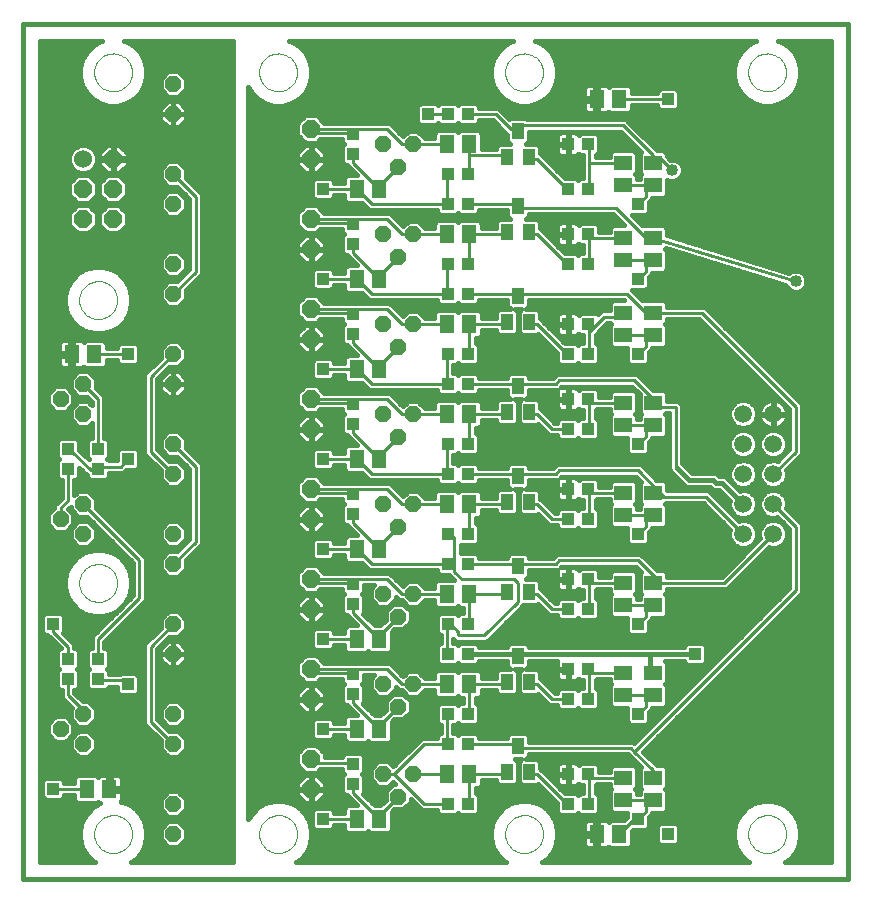
<source format=gtl>
G75*
%MOIN*%
%OFA0B0*%
%FSLAX24Y24*%
%IPPOS*%
%LPD*%
%AMOC8*
5,1,8,0,0,1.08239X$1,22.5*
%
%ADD10C,0.0160*%
%ADD11C,0.0000*%
%ADD12R,0.0433X0.0394*%
%ADD13R,0.0512X0.0591*%
%ADD14R,0.0591X0.0512*%
%ADD15OC8,0.0520*%
%ADD16C,0.0594*%
%ADD17R,0.0394X0.0551*%
%ADD18R,0.0394X0.0433*%
%ADD19C,0.0600*%
%ADD20OC8,0.0600*%
%ADD21OC8,0.0594*%
%ADD22C,0.0100*%
%ADD23C,0.0400*%
%ADD24R,0.0396X0.0396*%
D10*
X000180Y000180D02*
X027680Y000180D01*
X027680Y028680D01*
X000180Y028680D01*
X000180Y000180D01*
X000740Y000740D02*
X000740Y028120D01*
X002810Y028120D01*
X002752Y028104D01*
X002498Y027958D01*
X002292Y027752D01*
X002146Y027498D01*
X002070Y027216D01*
X002070Y026924D01*
X002146Y026642D01*
X002292Y026388D01*
X002498Y026182D01*
X002752Y026036D01*
X003034Y025960D01*
X003326Y025960D01*
X003608Y026036D01*
X003862Y026182D01*
X004068Y026388D01*
X004214Y026642D01*
X004290Y026924D01*
X004290Y027216D01*
X004214Y027498D01*
X004068Y027752D01*
X003862Y027958D01*
X003608Y028104D01*
X003550Y028120D01*
X007180Y028120D01*
X007180Y000740D01*
X003772Y000740D01*
X003862Y000792D01*
X004068Y000998D01*
X004214Y001252D01*
X004290Y001534D01*
X004290Y001826D01*
X004214Y002108D01*
X004068Y002362D01*
X003862Y002568D01*
X003608Y002714D01*
X003439Y002760D01*
X003454Y002774D01*
X003478Y002815D01*
X003490Y002861D01*
X003490Y003132D01*
X003102Y003132D01*
X003102Y003228D01*
X003006Y003228D01*
X003006Y003655D01*
X002774Y003655D01*
X002729Y003643D01*
X002688Y003619D01*
X002666Y003598D01*
X002628Y003635D01*
X001984Y003635D01*
X001890Y003542D01*
X001890Y003390D01*
X001538Y003390D01*
X001538Y003444D01*
X001444Y003538D01*
X000916Y003538D01*
X000822Y003444D01*
X000822Y002916D01*
X000916Y002822D01*
X001444Y002822D01*
X001538Y002916D01*
X001538Y002970D01*
X001890Y002970D01*
X001890Y002818D01*
X001984Y002725D01*
X002628Y002725D01*
X002666Y002762D01*
X002688Y002741D01*
X002729Y002717D01*
X002748Y002712D01*
X002498Y002568D01*
X002292Y002362D01*
X002146Y002108D01*
X002070Y001826D01*
X002070Y001534D01*
X002146Y001252D01*
X002292Y000998D01*
X002498Y000792D01*
X002588Y000740D01*
X000740Y000740D01*
X000740Y000814D02*
X002476Y000814D01*
X002318Y000973D02*
X000740Y000973D01*
X000740Y001131D02*
X002215Y001131D01*
X002136Y001290D02*
X000740Y001290D01*
X000740Y001448D02*
X002093Y001448D01*
X002070Y001607D02*
X000740Y001607D01*
X000740Y001765D02*
X002070Y001765D01*
X002096Y001924D02*
X000740Y001924D01*
X000740Y002082D02*
X002139Y002082D01*
X002222Y002241D02*
X000740Y002241D01*
X000740Y002399D02*
X002329Y002399D01*
X002488Y002558D02*
X000740Y002558D01*
X000740Y002716D02*
X002732Y002716D01*
X003102Y003192D02*
X007180Y003192D01*
X007180Y003350D02*
X003490Y003350D01*
X003490Y003228D02*
X003490Y003499D01*
X003478Y003545D01*
X003454Y003586D01*
X003420Y003619D01*
X003379Y003643D01*
X003334Y003655D01*
X003102Y003655D01*
X003102Y003228D01*
X003490Y003228D01*
X003490Y003033D02*
X004939Y003033D01*
X005006Y003100D02*
X004760Y002854D01*
X004760Y002506D01*
X005006Y002260D01*
X005354Y002260D01*
X005600Y002506D01*
X005600Y002854D01*
X005354Y003100D01*
X005006Y003100D01*
X004781Y002875D02*
X003490Y002875D01*
X003602Y002716D02*
X004760Y002716D01*
X004760Y002558D02*
X003872Y002558D01*
X004031Y002399D02*
X004867Y002399D01*
X005006Y002100D02*
X004760Y001854D01*
X004760Y001506D01*
X005006Y001260D01*
X005354Y001260D01*
X005600Y001506D01*
X005600Y001854D01*
X005354Y002100D01*
X005006Y002100D01*
X004988Y002082D02*
X004221Y002082D01*
X004264Y001924D02*
X004830Y001924D01*
X004760Y001765D02*
X004290Y001765D01*
X004290Y001607D02*
X004760Y001607D01*
X004818Y001448D02*
X004267Y001448D01*
X004224Y001290D02*
X004977Y001290D01*
X005383Y001290D02*
X007180Y001290D01*
X007180Y001448D02*
X005542Y001448D01*
X005600Y001607D02*
X007180Y001607D01*
X007180Y001765D02*
X005600Y001765D01*
X005530Y001924D02*
X007180Y001924D01*
X007180Y002082D02*
X005372Y002082D01*
X005493Y002399D02*
X007180Y002399D01*
X007180Y002241D02*
X004138Y002241D01*
X004145Y001131D02*
X007180Y001131D01*
X007180Y000973D02*
X004042Y000973D01*
X003884Y000814D02*
X007180Y000814D01*
X007680Y002168D02*
X007680Y026582D01*
X007792Y026388D01*
X007998Y026182D01*
X008252Y026036D01*
X008534Y025960D01*
X008826Y025960D01*
X009108Y026036D01*
X009362Y026182D01*
X009568Y026388D01*
X009714Y026642D01*
X009790Y026924D01*
X009790Y027216D01*
X009714Y027498D01*
X009568Y027752D01*
X009362Y027958D01*
X009108Y028104D01*
X009050Y028120D01*
X016510Y028120D01*
X016452Y028104D01*
X016198Y027958D01*
X015992Y027752D01*
X015846Y027498D01*
X015770Y027216D01*
X015770Y026924D01*
X015846Y026642D01*
X015992Y026388D01*
X016198Y026182D01*
X016452Y026036D01*
X016734Y025960D01*
X017026Y025960D01*
X017308Y026036D01*
X017562Y026182D01*
X017768Y026388D01*
X017914Y026642D01*
X017990Y026924D01*
X017990Y027216D01*
X017914Y027498D01*
X017768Y027752D01*
X017562Y027958D01*
X017308Y028104D01*
X017250Y028120D01*
X024610Y028120D01*
X024552Y028104D01*
X024298Y027958D01*
X024092Y027752D01*
X023946Y027498D01*
X023870Y027216D01*
X023870Y026924D01*
X023946Y026642D01*
X024092Y026388D01*
X024298Y026182D01*
X024552Y026036D01*
X024834Y025960D01*
X025126Y025960D01*
X025408Y026036D01*
X025662Y026182D01*
X025868Y026388D01*
X026014Y026642D01*
X026090Y026924D01*
X026090Y027216D01*
X026014Y027498D01*
X025868Y027752D01*
X025662Y027958D01*
X025408Y028104D01*
X025350Y028120D01*
X027120Y028120D01*
X027120Y000740D01*
X025572Y000740D01*
X025662Y000792D01*
X025868Y000998D01*
X026014Y001252D01*
X026090Y001534D01*
X026090Y001826D01*
X026014Y002108D01*
X025868Y002362D01*
X025662Y002568D01*
X025408Y002714D01*
X025126Y002790D01*
X024834Y002790D01*
X024552Y002714D01*
X024298Y002568D01*
X024092Y002362D01*
X023946Y002108D01*
X023870Y001826D01*
X023870Y001534D01*
X023946Y001252D01*
X024092Y000998D01*
X024298Y000792D01*
X024388Y000740D01*
X017472Y000740D01*
X017562Y000792D01*
X017768Y000998D01*
X017914Y001252D01*
X017990Y001534D01*
X017990Y001826D01*
X017914Y002108D01*
X017768Y002362D01*
X017562Y002568D01*
X017308Y002714D01*
X017026Y002790D01*
X016734Y002790D01*
X016452Y002714D01*
X016198Y002568D01*
X015992Y002362D01*
X015846Y002108D01*
X015770Y001826D01*
X015770Y001534D01*
X015846Y001252D01*
X015992Y000998D01*
X016198Y000792D01*
X016288Y000740D01*
X009272Y000740D01*
X009362Y000792D01*
X009568Y000998D01*
X009714Y001252D01*
X009790Y001534D01*
X009790Y001826D01*
X009714Y002108D01*
X009568Y002362D01*
X009362Y002568D01*
X009108Y002714D01*
X008826Y002790D01*
X008534Y002790D01*
X008252Y002714D01*
X007998Y002568D01*
X007792Y002362D01*
X007680Y002168D01*
X007680Y002241D02*
X007722Y002241D01*
X007680Y002399D02*
X007829Y002399D01*
X007680Y002558D02*
X007988Y002558D01*
X008258Y002716D02*
X007680Y002716D01*
X007680Y002875D02*
X009411Y002875D01*
X009303Y002982D02*
X009582Y002703D01*
X009762Y002703D01*
X009762Y003162D01*
X009303Y003162D01*
X009303Y002982D01*
X009303Y003033D02*
X007680Y003033D01*
X007680Y003192D02*
X009762Y003192D01*
X009762Y003198D02*
X009762Y003162D01*
X009798Y003162D01*
X009798Y003198D01*
X009762Y003198D01*
X009303Y003198D01*
X009303Y003378D01*
X009582Y003657D01*
X009762Y003657D01*
X009762Y003198D01*
X009798Y003198D02*
X009798Y003657D01*
X009978Y003657D01*
X010257Y003378D01*
X010257Y003198D01*
X009798Y003198D01*
X009798Y003192D02*
X010803Y003192D01*
X010803Y003082D02*
X010897Y002989D01*
X010970Y002989D01*
X010970Y002968D01*
X011093Y002845D01*
X011093Y002845D01*
X011303Y002635D01*
X010984Y002635D01*
X010890Y002542D01*
X010890Y002390D01*
X010538Y002390D01*
X010538Y002444D01*
X010444Y002538D01*
X009916Y002538D01*
X009822Y002444D01*
X009822Y001916D01*
X009916Y001822D01*
X010444Y001822D01*
X010538Y001916D01*
X010538Y001970D01*
X010890Y001970D01*
X010890Y001818D01*
X010984Y001725D01*
X011628Y001725D01*
X011680Y001777D01*
X011732Y001725D01*
X012376Y001725D01*
X012470Y001818D01*
X012470Y002423D01*
X012557Y002510D01*
X012854Y002510D01*
X013100Y002756D01*
X013100Y002838D01*
X013468Y002470D01*
X013989Y002470D01*
X013989Y002397D01*
X014082Y002303D01*
X014608Y002303D01*
X014680Y002375D01*
X014752Y002303D01*
X015278Y002303D01*
X015371Y002397D01*
X015371Y002963D01*
X015278Y003057D01*
X015265Y003057D01*
X015265Y003225D01*
X015376Y003225D01*
X015470Y003318D01*
X015470Y003470D01*
X015949Y003470D01*
X015949Y003405D01*
X016043Y003311D01*
X016569Y003311D01*
X016663Y003405D01*
X016663Y004089D01*
X016574Y004177D01*
X016786Y004177D01*
X016697Y004089D01*
X016697Y003405D01*
X016791Y003311D01*
X017317Y003311D01*
X017347Y003341D01*
X017989Y002700D01*
X017989Y002397D01*
X018082Y002303D01*
X018608Y002303D01*
X018680Y002375D01*
X018752Y002303D01*
X019278Y002303D01*
X019371Y002397D01*
X019371Y002963D01*
X019278Y003057D01*
X019265Y003057D01*
X019265Y003303D01*
X019278Y003303D01*
X019319Y003345D01*
X019725Y003345D01*
X019725Y003232D01*
X019777Y003180D01*
X019725Y003128D01*
X019725Y002484D01*
X019818Y002390D01*
X020322Y002390D01*
X020322Y002244D01*
X020213Y002135D01*
X019732Y002135D01*
X019694Y002098D01*
X019672Y002119D01*
X019631Y002143D01*
X019586Y002155D01*
X019354Y002155D01*
X019354Y001728D01*
X019258Y001728D01*
X019258Y002155D01*
X019026Y002155D01*
X018981Y002143D01*
X018940Y002119D01*
X018906Y002086D01*
X018882Y002045D01*
X018870Y001999D01*
X018870Y001728D01*
X019258Y001728D01*
X019258Y001632D01*
X019354Y001632D01*
X019354Y001205D01*
X019586Y001205D01*
X019631Y001217D01*
X019672Y001241D01*
X019694Y001262D01*
X019732Y001225D01*
X020376Y001225D01*
X020470Y001318D01*
X020470Y001798D01*
X020494Y001822D01*
X020944Y001822D01*
X021038Y001916D01*
X021038Y002241D01*
X021140Y002343D01*
X021140Y002390D01*
X021542Y002390D01*
X021635Y002484D01*
X021635Y003128D01*
X021583Y003180D01*
X021635Y003232D01*
X021635Y003876D01*
X021542Y003970D01*
X021312Y003970D01*
X021267Y004015D01*
X020852Y004430D01*
X026140Y009718D01*
X026140Y012017D01*
X026017Y012140D01*
X025617Y012540D01*
X025637Y012589D01*
X025637Y012771D01*
X025567Y012939D01*
X025439Y013067D01*
X025271Y013137D01*
X025089Y013137D01*
X024921Y013067D01*
X024793Y012939D01*
X024723Y012771D01*
X024723Y012589D01*
X024793Y012421D01*
X024921Y012293D01*
X025089Y012223D01*
X025271Y012223D01*
X025320Y012243D01*
X025720Y011843D01*
X025720Y009892D01*
X020555Y004727D01*
X020517Y004765D01*
X017037Y004765D01*
X017037Y004955D01*
X016943Y005049D01*
X016417Y005049D01*
X016323Y004955D01*
X016323Y004890D01*
X015371Y004890D01*
X015371Y004963D01*
X015278Y005057D01*
X014752Y005057D01*
X014680Y004985D01*
X014608Y005057D01*
X014515Y005057D01*
X014515Y005303D01*
X014608Y005303D01*
X014680Y005375D01*
X014752Y005303D01*
X015278Y005303D01*
X015371Y005397D01*
X015371Y005963D01*
X015278Y006057D01*
X015265Y006057D01*
X015265Y006225D01*
X015376Y006225D01*
X015470Y006318D01*
X015470Y006470D01*
X015949Y006470D01*
X015949Y006405D01*
X016043Y006311D01*
X016569Y006311D01*
X016663Y006405D01*
X016663Y007089D01*
X016574Y007177D01*
X016786Y007177D01*
X016697Y007089D01*
X016697Y006405D01*
X016791Y006311D01*
X017317Y006311D01*
X017347Y006341D01*
X017718Y005970D01*
X017989Y005970D01*
X017989Y005897D01*
X018082Y005803D01*
X018608Y005803D01*
X018680Y005875D01*
X018752Y005803D01*
X019278Y005803D01*
X019371Y005897D01*
X019371Y006463D01*
X019278Y006557D01*
X019265Y006557D01*
X019265Y006803D01*
X019278Y006803D01*
X019319Y006845D01*
X019725Y006845D01*
X019725Y006732D01*
X019777Y006680D01*
X019725Y006628D01*
X019725Y005984D01*
X019818Y005890D01*
X020322Y005890D01*
X020322Y005416D01*
X020416Y005322D01*
X020944Y005322D01*
X021038Y005416D01*
X021038Y005741D01*
X021140Y005843D01*
X021140Y005890D01*
X021542Y005890D01*
X021635Y005984D01*
X021635Y006628D01*
X021583Y006680D01*
X021635Y006732D01*
X021635Y007376D01*
X021571Y007440D01*
X022222Y007440D01*
X022222Y007416D01*
X022316Y007322D01*
X022844Y007322D01*
X022938Y007416D01*
X022938Y007944D01*
X022844Y008038D01*
X022316Y008038D01*
X022222Y007944D01*
X022222Y007920D01*
X017037Y007920D01*
X017037Y007955D01*
X016943Y008049D01*
X016417Y008049D01*
X016323Y007955D01*
X016323Y007920D01*
X015371Y007920D01*
X015371Y007963D01*
X015278Y008057D01*
X014752Y008057D01*
X014680Y007985D01*
X014608Y008057D01*
X014515Y008057D01*
X014515Y008173D01*
X014593Y008095D01*
X015642Y008095D01*
X016767Y009220D01*
X016858Y009311D01*
X017317Y009311D01*
X017347Y009341D01*
X017718Y008970D01*
X017989Y008970D01*
X017989Y008897D01*
X018082Y008803D01*
X018608Y008803D01*
X018680Y008875D01*
X018752Y008803D01*
X019278Y008803D01*
X019371Y008897D01*
X019371Y009463D01*
X019278Y009557D01*
X019265Y009557D01*
X019265Y009803D01*
X019278Y009803D01*
X019319Y009845D01*
X019725Y009845D01*
X019725Y009732D01*
X019777Y009680D01*
X019725Y009628D01*
X019725Y008984D01*
X019818Y008890D01*
X020322Y008890D01*
X020322Y008416D01*
X020416Y008322D01*
X020944Y008322D01*
X021038Y008416D01*
X021038Y008741D01*
X021140Y008843D01*
X021140Y008890D01*
X021542Y008890D01*
X021635Y008984D01*
X021635Y009628D01*
X021583Y009680D01*
X021635Y009732D01*
X021635Y009845D01*
X023642Y009845D01*
X025040Y011243D01*
X025089Y011223D01*
X025271Y011223D01*
X025439Y011293D01*
X025567Y011421D01*
X025637Y011589D01*
X025637Y011771D01*
X025567Y011939D01*
X025439Y012067D01*
X025271Y012137D01*
X025089Y012137D01*
X024921Y012067D01*
X024793Y011939D01*
X024723Y011771D01*
X024723Y011589D01*
X024743Y011540D01*
X023468Y010265D01*
X021635Y010265D01*
X021635Y010376D01*
X021542Y010470D01*
X021312Y010470D01*
X020767Y011015D01*
X017968Y011015D01*
X017845Y010892D01*
X017843Y010890D01*
X017037Y010890D01*
X017037Y010955D01*
X016943Y011049D01*
X016417Y011049D01*
X016323Y010955D01*
X016323Y010890D01*
X015371Y010890D01*
X015371Y010963D01*
X015278Y011057D01*
X014765Y011057D01*
X014765Y011303D01*
X015278Y011303D01*
X015371Y011397D01*
X015371Y011963D01*
X015278Y012057D01*
X015265Y012057D01*
X015265Y012225D01*
X015376Y012225D01*
X015470Y012318D01*
X015470Y012470D01*
X015949Y012470D01*
X015949Y012405D01*
X016043Y012311D01*
X016569Y012311D01*
X016663Y012405D01*
X016663Y013089D01*
X016574Y013177D01*
X016786Y013177D01*
X016697Y013089D01*
X016697Y012405D01*
X016791Y012311D01*
X017317Y012311D01*
X017347Y012341D01*
X017718Y011970D01*
X017989Y011970D01*
X017989Y011897D01*
X018082Y011803D01*
X018608Y011803D01*
X018680Y011875D01*
X018752Y011803D01*
X019278Y011803D01*
X019371Y011897D01*
X019371Y012463D01*
X019278Y012557D01*
X019265Y012557D01*
X019265Y012803D01*
X019278Y012803D01*
X019319Y012845D01*
X019725Y012845D01*
X019725Y012732D01*
X019777Y012680D01*
X019725Y012628D01*
X019725Y011984D01*
X019818Y011890D01*
X020322Y011890D01*
X020322Y011416D01*
X020416Y011322D01*
X020944Y011322D01*
X021038Y011416D01*
X021038Y011741D01*
X021140Y011843D01*
X021140Y011890D01*
X021542Y011890D01*
X021635Y011984D01*
X021635Y012628D01*
X021583Y012680D01*
X021623Y012720D01*
X022843Y012720D01*
X023743Y011820D01*
X023723Y011771D01*
X023723Y011589D01*
X023793Y011421D01*
X023921Y011293D01*
X024089Y011223D01*
X024271Y011223D01*
X024439Y011293D01*
X024567Y011421D01*
X024637Y011589D01*
X024637Y011771D01*
X024567Y011939D01*
X024439Y012067D01*
X024271Y012137D01*
X024089Y012137D01*
X024040Y012117D01*
X023017Y013140D01*
X021642Y013140D01*
X021635Y013147D01*
X021635Y013376D01*
X021542Y013470D01*
X021312Y013470D01*
X020767Y014015D01*
X017968Y014015D01*
X017843Y013890D01*
X017037Y013890D01*
X017037Y013955D01*
X016943Y014049D01*
X016417Y014049D01*
X016323Y013955D01*
X016323Y013890D01*
X015371Y013890D01*
X015371Y013963D01*
X015278Y014057D01*
X014752Y014057D01*
X014680Y013985D01*
X014608Y014057D01*
X014515Y014057D01*
X014515Y014303D01*
X014608Y014303D01*
X014680Y014375D01*
X014752Y014303D01*
X015278Y014303D01*
X015371Y014397D01*
X015371Y014963D01*
X015278Y015057D01*
X015265Y015057D01*
X015265Y015225D01*
X015376Y015225D01*
X015470Y015318D01*
X015470Y015470D01*
X015949Y015470D01*
X015949Y015405D01*
X016043Y015311D01*
X016569Y015311D01*
X016663Y015405D01*
X016663Y016089D01*
X016574Y016177D01*
X016786Y016177D01*
X016697Y016089D01*
X016697Y015405D01*
X016791Y015311D01*
X017317Y015311D01*
X017347Y015341D01*
X017718Y014970D01*
X017989Y014970D01*
X017989Y014897D01*
X018082Y014803D01*
X018608Y014803D01*
X018680Y014875D01*
X018752Y014803D01*
X019278Y014803D01*
X019371Y014897D01*
X019371Y015463D01*
X019278Y015557D01*
X019265Y015557D01*
X019265Y015803D01*
X019278Y015803D01*
X019319Y015845D01*
X019725Y015845D01*
X019725Y015732D01*
X019777Y015680D01*
X019725Y015628D01*
X019725Y014984D01*
X019818Y014890D01*
X020322Y014890D01*
X020322Y014416D01*
X020416Y014322D01*
X020944Y014322D01*
X021038Y014416D01*
X021038Y014741D01*
X021140Y014843D01*
X021140Y014890D01*
X021542Y014890D01*
X021635Y014984D01*
X021635Y015628D01*
X021583Y015680D01*
X021611Y015708D01*
X021720Y015703D01*
X021720Y013843D01*
X021747Y013816D01*
X021777Y013744D01*
X022177Y013344D01*
X022244Y013277D01*
X022332Y013240D01*
X023081Y013240D01*
X023144Y013177D01*
X021635Y013177D01*
X021635Y013336D02*
X022185Y013336D01*
X022027Y013494D02*
X021288Y013494D01*
X021129Y013653D02*
X021868Y013653D01*
X021749Y013811D02*
X020971Y013811D01*
X020812Y013970D02*
X021720Y013970D01*
X021720Y014128D02*
X014515Y014128D01*
X014515Y014287D02*
X021720Y014287D01*
X021720Y014445D02*
X021038Y014445D01*
X021038Y014604D02*
X021720Y014604D01*
X021720Y014762D02*
X021059Y014762D01*
X021572Y014921D02*
X021720Y014921D01*
X021720Y015079D02*
X021635Y015079D01*
X021635Y015238D02*
X021720Y015238D01*
X021720Y015396D02*
X021635Y015396D01*
X021635Y015555D02*
X021720Y015555D01*
X022140Y015555D02*
X023737Y015555D01*
X023723Y015589D02*
X023793Y015421D01*
X023921Y015293D01*
X024089Y015223D01*
X024271Y015223D01*
X024439Y015293D01*
X024567Y015421D01*
X024637Y015589D01*
X024637Y015771D01*
X024567Y015939D01*
X024439Y016067D01*
X024271Y016137D01*
X024089Y016137D01*
X023921Y016067D01*
X023793Y015939D01*
X023723Y015771D01*
X023723Y015589D01*
X023723Y015713D02*
X022140Y015713D01*
X022140Y015872D02*
X023765Y015872D01*
X023884Y016030D02*
X022102Y016030D01*
X022081Y016051D02*
X022025Y016111D01*
X022020Y016112D01*
X022017Y016115D01*
X021934Y016115D01*
X021635Y016127D01*
X021635Y016376D01*
X021542Y016470D01*
X021187Y016470D01*
X020642Y017015D01*
X017968Y017015D01*
X017845Y016892D01*
X017843Y016890D01*
X017037Y016890D01*
X017037Y016955D01*
X016943Y017049D01*
X016417Y017049D01*
X016323Y016955D01*
X016323Y016890D01*
X015371Y016890D01*
X015371Y016963D01*
X015278Y017057D01*
X014752Y017057D01*
X014680Y016985D01*
X014608Y017057D01*
X014515Y017057D01*
X014515Y017303D01*
X014608Y017303D01*
X014680Y017375D01*
X014752Y017303D01*
X015278Y017303D01*
X015371Y017397D01*
X015371Y017963D01*
X015278Y018057D01*
X015265Y018057D01*
X015265Y018225D01*
X015376Y018225D01*
X015470Y018318D01*
X015470Y018470D01*
X015949Y018470D01*
X015949Y018405D01*
X016043Y018311D01*
X016569Y018311D01*
X016663Y018405D01*
X016663Y019089D01*
X016574Y019177D01*
X016786Y019177D01*
X016697Y019089D01*
X016697Y018405D01*
X016791Y018311D01*
X017317Y018311D01*
X017347Y018341D01*
X017989Y017700D01*
X017989Y017397D01*
X018082Y017303D01*
X018608Y017303D01*
X018680Y017375D01*
X018752Y017303D01*
X019278Y017303D01*
X019371Y017397D01*
X019371Y017963D01*
X019278Y018057D01*
X019265Y018057D01*
X019265Y018303D01*
X019278Y018303D01*
X019371Y018397D01*
X019371Y018450D01*
X019642Y018720D01*
X019737Y018720D01*
X019777Y018680D01*
X019725Y018628D01*
X019725Y017984D01*
X019818Y017890D01*
X020322Y017890D01*
X020322Y017416D01*
X020416Y017322D01*
X020944Y017322D01*
X021038Y017416D01*
X021038Y017741D01*
X021140Y017843D01*
X021140Y017890D01*
X021542Y017890D01*
X021635Y017984D01*
X021635Y018628D01*
X021583Y018680D01*
X021635Y018732D01*
X021635Y018845D01*
X022718Y018845D01*
X025720Y015843D01*
X025720Y014517D01*
X025320Y014117D01*
X025271Y014137D01*
X025089Y014137D01*
X024921Y014067D01*
X024793Y013939D01*
X024723Y013771D01*
X024723Y013589D01*
X024793Y013421D01*
X024921Y013293D01*
X025089Y013223D01*
X025271Y013223D01*
X025439Y013293D01*
X025567Y013421D01*
X025637Y013589D01*
X025637Y013771D01*
X025617Y013820D01*
X026140Y014343D01*
X026140Y016017D01*
X023015Y019142D01*
X022892Y019265D01*
X021635Y019265D01*
X021635Y019376D01*
X021542Y019470D01*
X020818Y019470D01*
X020815Y019467D01*
X020515Y019767D01*
X020460Y019822D01*
X020944Y019822D01*
X021038Y019916D01*
X021038Y020241D01*
X021140Y020343D01*
X021140Y020390D01*
X021542Y020390D01*
X021635Y020484D01*
X021635Y021128D01*
X021583Y021180D01*
X021608Y021205D01*
X025588Y019990D01*
X025625Y019901D01*
X025726Y019800D01*
X025858Y019745D01*
X026002Y019745D01*
X026134Y019800D01*
X026235Y019901D01*
X026290Y020033D01*
X026290Y020177D01*
X026235Y020309D01*
X026134Y020410D01*
X026002Y020465D01*
X025858Y020465D01*
X025726Y020410D01*
X025708Y020392D01*
X021635Y021636D01*
X021635Y021876D01*
X021542Y021970D01*
X020818Y021970D01*
X020815Y021967D01*
X020460Y022322D01*
X020944Y022322D01*
X021038Y022416D01*
X021038Y022741D01*
X021140Y022843D01*
X021140Y022890D01*
X021542Y022890D01*
X021635Y022984D01*
X021635Y023486D01*
X021733Y023445D01*
X021877Y023445D01*
X022009Y023500D01*
X022110Y023601D01*
X022165Y023733D01*
X022165Y023877D01*
X022110Y024009D01*
X022009Y024110D01*
X021877Y024165D01*
X021742Y024165D01*
X021640Y024267D01*
X021635Y024272D01*
X027120Y024272D01*
X027120Y024114D02*
X022001Y024114D01*
X022133Y023955D02*
X027120Y023955D01*
X027120Y023797D02*
X022165Y023797D01*
X022126Y023638D02*
X027120Y023638D01*
X027120Y023480D02*
X021960Y023480D01*
X021650Y023480D02*
X021635Y023480D01*
X021635Y023321D02*
X027120Y023321D01*
X027120Y023163D02*
X021635Y023163D01*
X021635Y023004D02*
X027120Y023004D01*
X027120Y022846D02*
X021140Y022846D01*
X021038Y022687D02*
X027120Y022687D01*
X027120Y022529D02*
X021038Y022529D01*
X020993Y022370D02*
X027120Y022370D01*
X027120Y022212D02*
X020570Y022212D01*
X020729Y022053D02*
X027120Y022053D01*
X027120Y021895D02*
X021617Y021895D01*
X021635Y021736D02*
X027120Y021736D01*
X027120Y021578D02*
X021825Y021578D01*
X021945Y021102D02*
X021635Y021102D01*
X021635Y020944D02*
X022464Y020944D01*
X022345Y021419D02*
X027120Y021419D01*
X027120Y021261D02*
X022864Y021261D01*
X022983Y020785D02*
X021635Y020785D01*
X021635Y020627D02*
X023502Y020627D01*
X023902Y020944D02*
X027120Y020944D01*
X027120Y021102D02*
X023383Y021102D01*
X024021Y020468D02*
X021620Y020468D01*
X021107Y020310D02*
X024541Y020310D01*
X024941Y020627D02*
X027120Y020627D01*
X027120Y020785D02*
X024422Y020785D01*
X025060Y020151D02*
X021038Y020151D01*
X021038Y019993D02*
X025579Y019993D01*
X025692Y019834D02*
X020957Y019834D01*
X020765Y019517D02*
X027120Y019517D01*
X027120Y019359D02*
X021635Y019359D01*
X021628Y018725D02*
X022838Y018725D01*
X022997Y018566D02*
X021635Y018566D01*
X021635Y018408D02*
X023155Y018408D01*
X023314Y018249D02*
X021635Y018249D01*
X021635Y018091D02*
X023472Y018091D01*
X023631Y017932D02*
X021583Y017932D01*
X021071Y017774D02*
X023789Y017774D01*
X023948Y017615D02*
X021038Y017615D01*
X021038Y017457D02*
X024106Y017457D01*
X024265Y017298D02*
X014515Y017298D01*
X014515Y017140D02*
X024423Y017140D01*
X024582Y016981D02*
X020676Y016981D01*
X020834Y016823D02*
X024740Y016823D01*
X024899Y016664D02*
X020993Y016664D01*
X021151Y016506D02*
X025057Y016506D01*
X025216Y016347D02*
X021635Y016347D01*
X021635Y016189D02*
X025374Y016189D01*
X025363Y016122D02*
X025292Y016145D01*
X025218Y016157D01*
X025198Y016157D01*
X025198Y015698D01*
X025162Y015698D01*
X025162Y015662D01*
X024703Y015662D01*
X024703Y015642D01*
X024715Y015568D01*
X024738Y015497D01*
X024772Y015430D01*
X024816Y015369D01*
X024869Y015316D01*
X024930Y015272D01*
X024997Y015238D01*
X025068Y015215D01*
X025142Y015203D01*
X025162Y015203D01*
X025162Y015662D01*
X025198Y015662D01*
X025198Y015698D01*
X025657Y015698D01*
X025657Y015718D01*
X025645Y015792D01*
X025622Y015863D01*
X025588Y015930D01*
X025544Y015991D01*
X025491Y016044D01*
X025430Y016088D01*
X025363Y016122D01*
X025504Y016030D02*
X025533Y016030D01*
X025618Y015872D02*
X025691Y015872D01*
X025720Y015713D02*
X025657Y015713D01*
X025657Y015662D02*
X025198Y015662D01*
X025198Y015203D01*
X025218Y015203D01*
X025292Y015215D01*
X025363Y015238D01*
X025430Y015272D01*
X025491Y015316D01*
X025544Y015369D01*
X025588Y015430D01*
X025622Y015497D01*
X025645Y015568D01*
X025657Y015642D01*
X025657Y015662D01*
X025641Y015555D02*
X025720Y015555D01*
X025720Y015396D02*
X025563Y015396D01*
X025720Y015238D02*
X025361Y015238D01*
X025271Y015137D02*
X025439Y015067D01*
X025567Y014939D01*
X025637Y014771D01*
X025637Y014589D01*
X025567Y014421D01*
X025439Y014293D01*
X025271Y014223D01*
X025089Y014223D01*
X024921Y014293D01*
X024793Y014421D01*
X024723Y014589D01*
X024723Y014771D01*
X024793Y014939D01*
X024921Y015067D01*
X025089Y015137D01*
X025271Y015137D01*
X025198Y015238D02*
X025162Y015238D01*
X025162Y015396D02*
X025198Y015396D01*
X025198Y015555D02*
X025162Y015555D01*
X025162Y015698D02*
X024703Y015698D01*
X024703Y015718D01*
X024715Y015792D01*
X024738Y015863D01*
X024772Y015930D01*
X024816Y015991D01*
X024869Y016044D01*
X024930Y016088D01*
X024997Y016122D01*
X025068Y016145D01*
X025142Y016157D01*
X025162Y016157D01*
X025162Y015698D01*
X025162Y015713D02*
X025198Y015713D01*
X025198Y015872D02*
X025162Y015872D01*
X025162Y016030D02*
X025198Y016030D01*
X024856Y016030D02*
X024476Y016030D01*
X024595Y015872D02*
X024742Y015872D01*
X024703Y015713D02*
X024637Y015713D01*
X024623Y015555D02*
X024719Y015555D01*
X024797Y015396D02*
X024542Y015396D01*
X024306Y015238D02*
X024999Y015238D01*
X024950Y015079D02*
X024410Y015079D01*
X024439Y015067D02*
X024271Y015137D01*
X024089Y015137D01*
X023921Y015067D01*
X023793Y014939D01*
X023723Y014771D01*
X023723Y014589D01*
X023793Y014421D01*
X023921Y014293D01*
X024089Y014223D01*
X024271Y014223D01*
X024439Y014293D01*
X024567Y014421D01*
X024637Y014589D01*
X024637Y014771D01*
X024567Y014939D01*
X024439Y015067D01*
X024575Y014921D02*
X024785Y014921D01*
X024723Y014762D02*
X024637Y014762D01*
X024637Y014604D02*
X024723Y014604D01*
X024783Y014445D02*
X024577Y014445D01*
X024424Y014287D02*
X024936Y014287D01*
X025068Y014128D02*
X024292Y014128D01*
X024271Y014137D02*
X024089Y014137D01*
X023921Y014067D01*
X023793Y013939D01*
X023723Y013771D01*
X023723Y013589D01*
X023793Y013421D01*
X023921Y013293D01*
X024089Y013223D01*
X024271Y013223D01*
X024439Y013293D01*
X024567Y013421D01*
X024637Y013589D01*
X024637Y013771D01*
X024567Y013939D01*
X024439Y014067D01*
X024271Y014137D01*
X024068Y014128D02*
X022140Y014128D01*
X022140Y014059D02*
X022140Y015901D01*
X022143Y015984D01*
X022140Y015987D01*
X022140Y015992D01*
X022081Y016051D01*
X022140Y015396D02*
X023818Y015396D01*
X024054Y015238D02*
X022140Y015238D01*
X022140Y015079D02*
X023950Y015079D01*
X023785Y014921D02*
X022140Y014921D01*
X022140Y014762D02*
X023723Y014762D01*
X023723Y014604D02*
X022140Y014604D01*
X022140Y014445D02*
X023783Y014445D01*
X023936Y014287D02*
X022140Y014287D01*
X022140Y014059D02*
X022479Y013720D01*
X023228Y013720D01*
X023316Y013683D01*
X023379Y013620D01*
X023528Y013620D01*
X023616Y013583D01*
X024070Y013129D01*
X024089Y013137D01*
X024271Y013137D01*
X024439Y013067D01*
X024567Y012939D01*
X024637Y012771D01*
X024637Y012589D01*
X024567Y012421D01*
X024439Y012293D01*
X024271Y012223D01*
X024089Y012223D01*
X023921Y012293D01*
X023793Y012421D01*
X023723Y012589D01*
X023723Y012771D01*
X023731Y012790D01*
X023381Y013140D01*
X023232Y013140D01*
X023144Y013177D01*
X023138Y013019D02*
X023502Y013019D01*
X023661Y012860D02*
X023297Y012860D01*
X023455Y012702D02*
X023723Y012702D01*
X023742Y012543D02*
X023614Y012543D01*
X023772Y012385D02*
X023829Y012385D01*
X023931Y012226D02*
X024082Y012226D01*
X024278Y012226D02*
X025082Y012226D01*
X025278Y012226D02*
X025337Y012226D01*
X025438Y012068D02*
X025495Y012068D01*
X025580Y011909D02*
X025654Y011909D01*
X025637Y011751D02*
X025720Y011751D01*
X025720Y011592D02*
X025637Y011592D01*
X025572Y011434D02*
X025720Y011434D01*
X025720Y011275D02*
X025396Y011275D01*
X025720Y011117D02*
X024914Y011117D01*
X024755Y010958D02*
X025720Y010958D01*
X025720Y010800D02*
X024596Y010800D01*
X024438Y010641D02*
X025720Y010641D01*
X025720Y010483D02*
X024279Y010483D01*
X024121Y010324D02*
X025720Y010324D01*
X025720Y010166D02*
X023962Y010166D01*
X023804Y010007D02*
X025720Y010007D01*
X025677Y009849D02*
X023645Y009849D01*
X023527Y010324D02*
X021635Y010324D01*
X021299Y010483D02*
X023686Y010483D01*
X023844Y010641D02*
X021141Y010641D01*
X020982Y010800D02*
X024003Y010800D01*
X024161Y010958D02*
X020824Y010958D01*
X020593Y010595D02*
X020768Y010420D01*
X020725Y010376D01*
X020725Y009732D01*
X020777Y009680D01*
X020725Y009628D01*
X020725Y009515D01*
X020635Y009515D01*
X020635Y009628D01*
X020583Y009680D01*
X020635Y009732D01*
X020635Y010376D01*
X020542Y010470D01*
X019818Y010470D01*
X019725Y010376D01*
X019725Y010265D01*
X019371Y010265D01*
X019371Y010463D01*
X019278Y010557D01*
X018752Y010557D01*
X018692Y010497D01*
X018686Y010507D01*
X018653Y010541D01*
X018612Y010564D01*
X018566Y010577D01*
X018364Y010577D01*
X018364Y010198D01*
X018327Y010198D01*
X018327Y010162D01*
X017969Y010162D01*
X017969Y009940D01*
X017981Y009894D01*
X018004Y009853D01*
X018038Y009819D01*
X018079Y009796D01*
X018125Y009783D01*
X018327Y009783D01*
X018327Y010162D01*
X018364Y010162D01*
X018364Y009783D01*
X018566Y009783D01*
X018612Y009796D01*
X018653Y009819D01*
X018686Y009853D01*
X018692Y009863D01*
X018752Y009803D01*
X018845Y009803D01*
X018845Y009557D01*
X018752Y009557D01*
X018680Y009485D01*
X018608Y009557D01*
X018082Y009557D01*
X017989Y009463D01*
X017989Y009390D01*
X017892Y009390D01*
X017515Y009767D01*
X017411Y009871D01*
X017411Y010089D01*
X017317Y010183D01*
X016948Y010183D01*
X017037Y010271D01*
X017037Y010470D01*
X017983Y010470D01*
X017981Y010466D01*
X017969Y010420D01*
X017969Y010198D01*
X018327Y010198D01*
X018327Y010577D01*
X018125Y010577D01*
X018123Y010576D01*
X018142Y010595D01*
X020593Y010595D01*
X020705Y010483D02*
X019352Y010483D01*
X019371Y010324D02*
X019725Y010324D01*
X019767Y009690D02*
X019265Y009690D01*
X019303Y009532D02*
X019725Y009532D01*
X019725Y009373D02*
X019371Y009373D01*
X019371Y009215D02*
X019725Y009215D01*
X019725Y009056D02*
X019371Y009056D01*
X019371Y008898D02*
X019811Y008898D01*
X020322Y008739D02*
X016286Y008739D01*
X016127Y008581D02*
X020322Y008581D01*
X020322Y008422D02*
X015969Y008422D01*
X015810Y008264D02*
X024092Y008264D01*
X024250Y008422D02*
X021038Y008422D01*
X021038Y008581D02*
X024409Y008581D01*
X024567Y008739D02*
X021038Y008739D01*
X021549Y008898D02*
X024726Y008898D01*
X024884Y009056D02*
X021635Y009056D01*
X021635Y009215D02*
X025043Y009215D01*
X025201Y009373D02*
X021635Y009373D01*
X021635Y009532D02*
X025360Y009532D01*
X025518Y009690D02*
X021593Y009690D01*
X020767Y009690D02*
X020593Y009690D01*
X020635Y009532D02*
X020725Y009532D01*
X020725Y009849D02*
X020635Y009849D01*
X020635Y010007D02*
X020725Y010007D01*
X020725Y010166D02*
X020635Y010166D01*
X020635Y010324D02*
X020725Y010324D01*
X021038Y011434D02*
X023788Y011434D01*
X023723Y011592D02*
X021038Y011592D01*
X021048Y011751D02*
X023723Y011751D01*
X023654Y011909D02*
X021560Y011909D01*
X021635Y012068D02*
X023495Y012068D01*
X023337Y012226D02*
X021635Y012226D01*
X021635Y012385D02*
X023178Y012385D01*
X023020Y012543D02*
X021635Y012543D01*
X021605Y012702D02*
X022861Y012702D01*
X023280Y013380D02*
X023480Y013380D01*
X024180Y012680D01*
X024600Y012860D02*
X024760Y012860D01*
X024723Y012702D02*
X024637Y012702D01*
X024618Y012543D02*
X024742Y012543D01*
X024829Y012385D02*
X024531Y012385D01*
X024438Y012068D02*
X024922Y012068D01*
X024780Y011909D02*
X024580Y011909D01*
X024637Y011751D02*
X024723Y011751D01*
X024723Y011592D02*
X024637Y011592D01*
X024637Y011434D02*
X024572Y011434D01*
X024478Y011275D02*
X024396Y011275D01*
X024320Y011117D02*
X014765Y011117D01*
X014765Y011275D02*
X023964Y011275D01*
X025618Y012543D02*
X027120Y012543D01*
X027120Y012385D02*
X025772Y012385D01*
X025931Y012226D02*
X027120Y012226D01*
X027120Y012068D02*
X026089Y012068D01*
X026140Y011909D02*
X027120Y011909D01*
X027120Y011751D02*
X026140Y011751D01*
X026140Y011592D02*
X027120Y011592D01*
X027120Y011434D02*
X026140Y011434D01*
X026140Y011275D02*
X027120Y011275D01*
X027120Y011117D02*
X026140Y011117D01*
X026140Y010958D02*
X027120Y010958D01*
X027120Y010800D02*
X026140Y010800D01*
X026140Y010641D02*
X027120Y010641D01*
X027120Y010483D02*
X026140Y010483D01*
X026140Y010324D02*
X027120Y010324D01*
X027120Y010166D02*
X026140Y010166D01*
X026140Y010007D02*
X027120Y010007D01*
X027120Y009849D02*
X026140Y009849D01*
X026112Y009690D02*
X027120Y009690D01*
X027120Y009532D02*
X025953Y009532D01*
X025795Y009373D02*
X027120Y009373D01*
X027120Y009215D02*
X025636Y009215D01*
X025478Y009056D02*
X027120Y009056D01*
X027120Y008898D02*
X025319Y008898D01*
X025161Y008739D02*
X027120Y008739D01*
X027120Y008581D02*
X025002Y008581D01*
X024844Y008422D02*
X027120Y008422D01*
X027120Y008264D02*
X024685Y008264D01*
X024527Y008105D02*
X027120Y008105D01*
X027120Y007947D02*
X024368Y007947D01*
X024210Y007788D02*
X027120Y007788D01*
X027120Y007630D02*
X024051Y007630D01*
X023893Y007471D02*
X027120Y007471D01*
X027120Y007313D02*
X023734Y007313D01*
X023576Y007154D02*
X027120Y007154D01*
X027120Y006996D02*
X023417Y006996D01*
X023259Y006837D02*
X027120Y006837D01*
X027120Y006679D02*
X023100Y006679D01*
X022942Y006520D02*
X027120Y006520D01*
X027120Y006362D02*
X022783Y006362D01*
X022625Y006203D02*
X027120Y006203D01*
X027120Y006045D02*
X022466Y006045D01*
X022308Y005886D02*
X027120Y005886D01*
X027120Y005728D02*
X022149Y005728D01*
X021991Y005569D02*
X027120Y005569D01*
X027120Y005411D02*
X021832Y005411D01*
X021674Y005252D02*
X027120Y005252D01*
X027120Y005094D02*
X021515Y005094D01*
X021357Y004935D02*
X027120Y004935D01*
X027120Y004777D02*
X021198Y004777D01*
X021040Y004618D02*
X027120Y004618D01*
X027120Y004460D02*
X020881Y004460D01*
X020981Y004301D02*
X027120Y004301D01*
X027120Y004143D02*
X021139Y004143D01*
X021298Y003984D02*
X027120Y003984D01*
X027120Y003826D02*
X021635Y003826D01*
X021635Y003667D02*
X027120Y003667D01*
X027120Y003509D02*
X021635Y003509D01*
X021635Y003350D02*
X027120Y003350D01*
X027120Y003192D02*
X021595Y003192D01*
X021635Y003033D02*
X027120Y003033D01*
X027120Y002875D02*
X021635Y002875D01*
X021635Y002716D02*
X024558Y002716D01*
X024288Y002558D02*
X021635Y002558D01*
X021550Y002399D02*
X024129Y002399D01*
X024022Y002241D02*
X021038Y002241D01*
X021038Y002082D02*
X023939Y002082D01*
X023896Y001924D02*
X022038Y001924D01*
X022038Y001944D02*
X021944Y002038D01*
X021416Y002038D01*
X021322Y001944D01*
X021322Y001416D01*
X021416Y001322D01*
X021944Y001322D01*
X022038Y001416D01*
X022038Y001944D01*
X022038Y001765D02*
X023870Y001765D01*
X023870Y001607D02*
X022038Y001607D01*
X022038Y001448D02*
X023893Y001448D01*
X023936Y001290D02*
X020441Y001290D01*
X020470Y001448D02*
X021322Y001448D01*
X021322Y001607D02*
X020470Y001607D01*
X020470Y001765D02*
X021322Y001765D01*
X021322Y001924D02*
X021038Y001924D01*
X020319Y002241D02*
X017838Y002241D01*
X017921Y002082D02*
X018904Y002082D01*
X018870Y001924D02*
X017964Y001924D01*
X017990Y001765D02*
X018870Y001765D01*
X018870Y001632D02*
X018870Y001361D01*
X018882Y001315D01*
X018906Y001274D01*
X018940Y001241D01*
X018981Y001217D01*
X019026Y001205D01*
X019258Y001205D01*
X019258Y001632D01*
X018870Y001632D01*
X018870Y001607D02*
X017990Y001607D01*
X017967Y001448D02*
X018870Y001448D01*
X018897Y001290D02*
X017924Y001290D01*
X017845Y001131D02*
X024015Y001131D01*
X024118Y000973D02*
X017742Y000973D01*
X017584Y000814D02*
X024276Y000814D01*
X025684Y000814D02*
X027120Y000814D01*
X027120Y000973D02*
X025842Y000973D01*
X025945Y001131D02*
X027120Y001131D01*
X027120Y001290D02*
X026024Y001290D01*
X026067Y001448D02*
X027120Y001448D01*
X027120Y001607D02*
X026090Y001607D01*
X026090Y001765D02*
X027120Y001765D01*
X027120Y001924D02*
X026064Y001924D01*
X026021Y002082D02*
X027120Y002082D01*
X027120Y002241D02*
X025938Y002241D01*
X025831Y002399D02*
X027120Y002399D01*
X027120Y002558D02*
X025672Y002558D01*
X025402Y002716D02*
X027120Y002716D01*
X022982Y007154D02*
X021635Y007154D01*
X021635Y006996D02*
X022824Y006996D01*
X022665Y006837D02*
X021635Y006837D01*
X021585Y006679D02*
X022507Y006679D01*
X022348Y006520D02*
X021635Y006520D01*
X021635Y006362D02*
X022190Y006362D01*
X022031Y006203D02*
X021635Y006203D01*
X021635Y006045D02*
X021873Y006045D01*
X021714Y005886D02*
X021140Y005886D01*
X021038Y005728D02*
X021556Y005728D01*
X021397Y005569D02*
X021038Y005569D01*
X021033Y005411D02*
X021239Y005411D01*
X021080Y005252D02*
X014515Y005252D01*
X014515Y005094D02*
X020922Y005094D01*
X020763Y004935D02*
X017037Y004935D01*
X017037Y004777D02*
X020605Y004777D01*
X020343Y004345D02*
X020345Y004343D01*
X020468Y004220D01*
X020768Y003920D01*
X020725Y003876D01*
X020725Y003232D01*
X020777Y003180D01*
X020725Y003128D01*
X020725Y003015D01*
X020635Y003015D01*
X020635Y003128D01*
X020583Y003180D01*
X020635Y003232D01*
X020635Y003876D01*
X020542Y003970D01*
X019818Y003970D01*
X019725Y003876D01*
X019725Y003765D01*
X019371Y003765D01*
X019371Y003963D01*
X019278Y004057D01*
X018752Y004057D01*
X018692Y003997D01*
X018686Y004007D01*
X018653Y004041D01*
X018612Y004064D01*
X018566Y004077D01*
X018364Y004077D01*
X018364Y003698D01*
X018327Y003698D01*
X018327Y003662D01*
X017969Y003662D01*
X017969Y003440D01*
X017981Y003394D01*
X018004Y003353D01*
X018038Y003319D01*
X018079Y003296D01*
X018125Y003283D01*
X018327Y003283D01*
X018327Y003662D01*
X018364Y003662D01*
X018364Y003283D01*
X018566Y003283D01*
X018612Y003296D01*
X018653Y003319D01*
X018686Y003353D01*
X018692Y003363D01*
X018752Y003303D01*
X018845Y003303D01*
X018845Y003057D01*
X018752Y003057D01*
X018680Y002985D01*
X018608Y003057D01*
X018225Y003057D01*
X017515Y003767D01*
X017411Y003871D01*
X017411Y004089D01*
X017317Y004183D01*
X016948Y004183D01*
X017037Y004271D01*
X017037Y004345D01*
X020343Y004345D01*
X020387Y004301D02*
X017037Y004301D01*
X016751Y004143D02*
X016609Y004143D01*
X016663Y003984D02*
X016697Y003984D01*
X016697Y003826D02*
X016663Y003826D01*
X016663Y003667D02*
X016697Y003667D01*
X016697Y003509D02*
X016663Y003509D01*
X016608Y003350D02*
X016752Y003350D01*
X016458Y002716D02*
X015371Y002716D01*
X015371Y002558D02*
X016188Y002558D01*
X016029Y002399D02*
X015371Y002399D01*
X015371Y002875D02*
X017814Y002875D01*
X017655Y003033D02*
X015301Y003033D01*
X015265Y003192D02*
X017497Y003192D01*
X017773Y003509D02*
X017969Y003509D01*
X017932Y003350D02*
X018007Y003350D01*
X018090Y003192D02*
X018845Y003192D01*
X018728Y003033D02*
X018632Y003033D01*
X018683Y003350D02*
X018705Y003350D01*
X018364Y003350D02*
X018327Y003350D01*
X018327Y003509D02*
X018364Y003509D01*
X018327Y003667D02*
X017615Y003667D01*
X017680Y003680D02*
X017680Y004180D01*
X017357Y004143D02*
X020546Y004143D01*
X020704Y003984D02*
X019350Y003984D01*
X019371Y003826D02*
X019725Y003826D01*
X019765Y003192D02*
X019265Y003192D01*
X019301Y003033D02*
X019725Y003033D01*
X019725Y002875D02*
X019371Y002875D01*
X019371Y002716D02*
X019725Y002716D01*
X019725Y002558D02*
X019371Y002558D01*
X019371Y002399D02*
X019810Y002399D01*
X019354Y002082D02*
X019258Y002082D01*
X019258Y001924D02*
X019354Y001924D01*
X019354Y001765D02*
X019258Y001765D01*
X019258Y001607D02*
X019354Y001607D01*
X019354Y001448D02*
X019258Y001448D01*
X019258Y001290D02*
X019354Y001290D01*
X017989Y002399D02*
X017731Y002399D01*
X017572Y002558D02*
X017989Y002558D01*
X017972Y002716D02*
X017302Y002716D01*
X017680Y003680D02*
X018345Y003680D01*
X018327Y003698D02*
X017969Y003698D01*
X017969Y003920D01*
X017981Y003966D01*
X018004Y004007D01*
X018038Y004041D01*
X018079Y004064D01*
X018125Y004077D01*
X018327Y004077D01*
X018327Y003698D01*
X018327Y003826D02*
X018364Y003826D01*
X018364Y003984D02*
X018327Y003984D01*
X017991Y003984D02*
X017411Y003984D01*
X017456Y003826D02*
X017969Y003826D01*
X016323Y004935D02*
X015371Y004935D01*
X015371Y005411D02*
X020327Y005411D01*
X020322Y005569D02*
X015371Y005569D01*
X015371Y005728D02*
X020322Y005728D01*
X020322Y005886D02*
X019360Y005886D01*
X019371Y006045D02*
X019725Y006045D01*
X019725Y006203D02*
X019371Y006203D01*
X019371Y006362D02*
X019725Y006362D01*
X019725Y006520D02*
X019314Y006520D01*
X019265Y006679D02*
X019775Y006679D01*
X019725Y006837D02*
X019311Y006837D01*
X018845Y006803D02*
X018845Y006557D01*
X018752Y006557D01*
X018680Y006485D01*
X018608Y006557D01*
X018082Y006557D01*
X017989Y006463D01*
X017989Y006390D01*
X017892Y006390D01*
X017515Y006767D01*
X017411Y006871D01*
X017411Y007089D01*
X017317Y007183D01*
X016948Y007183D01*
X017037Y007271D01*
X017037Y007440D01*
X017974Y007440D01*
X017969Y007420D01*
X017969Y007198D01*
X018327Y007198D01*
X018327Y007162D01*
X017969Y007162D01*
X017969Y006940D01*
X017981Y006894D01*
X018004Y006853D01*
X018038Y006819D01*
X018079Y006796D01*
X018125Y006783D01*
X018327Y006783D01*
X018327Y007162D01*
X018364Y007162D01*
X018364Y006783D01*
X018566Y006783D01*
X018612Y006796D01*
X018653Y006819D01*
X018686Y006853D01*
X018692Y006863D01*
X018752Y006803D01*
X018845Y006803D01*
X018845Y006679D02*
X017603Y006679D01*
X017445Y006837D02*
X018020Y006837D01*
X017969Y006996D02*
X017411Y006996D01*
X017346Y007154D02*
X017969Y007154D01*
X017969Y007313D02*
X017037Y007313D01*
X016762Y007154D02*
X016598Y007154D01*
X016663Y006996D02*
X016697Y006996D01*
X016697Y006837D02*
X016663Y006837D01*
X016663Y006679D02*
X016697Y006679D01*
X016697Y006520D02*
X016663Y006520D01*
X016619Y006362D02*
X016741Y006362D01*
X017485Y006203D02*
X015265Y006203D01*
X015290Y006045D02*
X017644Y006045D01*
X018000Y005886D02*
X015371Y005886D01*
X015470Y006362D02*
X015993Y006362D01*
X015949Y006890D02*
X015470Y006890D01*
X015470Y007042D01*
X015376Y007135D01*
X014732Y007135D01*
X014680Y007083D01*
X014628Y007135D01*
X013984Y007135D01*
X013890Y007042D01*
X013890Y006890D01*
X013564Y006890D01*
X013354Y007100D01*
X013006Y007100D01*
X012844Y006938D01*
X012515Y007267D01*
X012392Y007390D01*
X010216Y007390D01*
X009969Y007637D01*
X009591Y007637D01*
X009323Y007369D01*
X009323Y006991D01*
X009591Y006723D01*
X009969Y006723D01*
X010091Y006845D01*
X010803Y006845D01*
X010803Y006752D01*
X010875Y006680D01*
X010803Y006608D01*
X010803Y006082D01*
X010897Y005989D01*
X010970Y005989D01*
X010970Y005968D01*
X011303Y005635D01*
X010984Y005635D01*
X010890Y005542D01*
X010890Y005390D01*
X010538Y005390D01*
X010538Y005444D01*
X010444Y005538D01*
X009916Y005538D01*
X009822Y005444D01*
X009822Y004916D01*
X009916Y004822D01*
X010444Y004822D01*
X010538Y004916D01*
X010538Y004970D01*
X010890Y004970D01*
X010890Y004818D01*
X010984Y004725D01*
X011628Y004725D01*
X011680Y004777D01*
X011732Y004725D01*
X012376Y004725D01*
X012470Y004818D01*
X012470Y005423D01*
X012557Y005510D01*
X012854Y005510D01*
X013100Y005756D01*
X013100Y006104D01*
X012854Y006350D01*
X012506Y006350D01*
X012260Y006104D01*
X012260Y005807D01*
X012088Y005635D01*
X011897Y005635D01*
X011503Y006029D01*
X011557Y006082D01*
X011557Y006608D01*
X011485Y006680D01*
X011557Y006752D01*
X011557Y006970D01*
X011876Y006970D01*
X011760Y006854D01*
X011760Y006506D01*
X012006Y006260D01*
X012354Y006260D01*
X012600Y006506D01*
X012600Y006588D01*
X012718Y006470D01*
X012796Y006470D01*
X013006Y006260D01*
X013354Y006260D01*
X013564Y006470D01*
X013890Y006470D01*
X013890Y006318D01*
X013984Y006225D01*
X014628Y006225D01*
X014680Y006277D01*
X014732Y006225D01*
X014845Y006225D01*
X014845Y006057D01*
X014752Y006057D01*
X014680Y005985D01*
X014608Y006057D01*
X014082Y006057D01*
X013989Y005963D01*
X013989Y005397D01*
X014082Y005303D01*
X014095Y005303D01*
X014095Y005057D01*
X014082Y005057D01*
X013989Y004963D01*
X013989Y004890D01*
X013468Y004890D01*
X012516Y003938D01*
X012354Y004100D01*
X012006Y004100D01*
X011760Y003854D01*
X011760Y003506D01*
X012006Y003260D01*
X012354Y003260D01*
X012516Y003422D01*
X012588Y003350D01*
X012444Y003350D01*
X012506Y003350D02*
X012260Y003104D01*
X012260Y002807D01*
X012088Y002635D01*
X011897Y002635D01*
X011503Y003029D01*
X011557Y003082D01*
X011557Y003608D01*
X011485Y003680D01*
X011557Y003752D01*
X011557Y004278D01*
X011463Y004371D01*
X010897Y004371D01*
X010803Y004278D01*
X010803Y004265D01*
X010237Y004265D01*
X010237Y004369D01*
X009969Y004637D01*
X009591Y004637D01*
X009323Y004369D01*
X009323Y003991D01*
X009591Y003723D01*
X009969Y003723D01*
X010091Y003845D01*
X010803Y003845D01*
X010803Y003752D01*
X010875Y003680D01*
X010803Y003608D01*
X010803Y003082D01*
X010853Y003033D02*
X010257Y003033D01*
X010257Y002982D02*
X010257Y003162D01*
X009798Y003162D01*
X009798Y002703D01*
X009978Y002703D01*
X010257Y002982D01*
X010149Y002875D02*
X011064Y002875D01*
X011222Y002716D02*
X009990Y002716D01*
X009798Y002716D02*
X009762Y002716D01*
X009762Y002875D02*
X009798Y002875D01*
X009798Y003033D02*
X009762Y003033D01*
X009762Y003350D02*
X009798Y003350D01*
X009798Y003509D02*
X009762Y003509D01*
X010126Y003509D02*
X010803Y003509D01*
X010803Y003350D02*
X010257Y003350D01*
X010072Y003826D02*
X010803Y003826D01*
X010862Y003667D02*
X007680Y003667D01*
X007680Y003509D02*
X009434Y003509D01*
X009303Y003350D02*
X007680Y003350D01*
X007680Y003826D02*
X009488Y003826D01*
X009330Y003984D02*
X007680Y003984D01*
X007680Y004143D02*
X009323Y004143D01*
X009323Y004301D02*
X007680Y004301D01*
X007680Y004460D02*
X009413Y004460D01*
X009572Y004618D02*
X007680Y004618D01*
X007680Y004777D02*
X010932Y004777D01*
X010890Y004935D02*
X010538Y004935D01*
X010538Y005411D02*
X010890Y005411D01*
X010918Y005569D02*
X007680Y005569D01*
X007680Y005411D02*
X009822Y005411D01*
X009822Y005252D02*
X007680Y005252D01*
X007680Y005094D02*
X009822Y005094D01*
X009822Y004935D02*
X007680Y004935D01*
X007180Y004935D02*
X005519Y004935D01*
X005600Y004854D02*
X005354Y005100D01*
X005057Y005100D01*
X004640Y005517D01*
X004640Y007843D01*
X005057Y008260D01*
X005354Y008260D01*
X005600Y008506D01*
X005600Y008854D01*
X005354Y009100D01*
X005006Y009100D01*
X004760Y008854D01*
X004760Y008557D01*
X004220Y008017D01*
X004220Y005343D01*
X004343Y005220D01*
X004760Y004803D01*
X004760Y004506D01*
X005006Y004260D01*
X005354Y004260D01*
X005600Y004506D01*
X005600Y004854D01*
X005600Y004777D02*
X007180Y004777D01*
X007180Y004618D02*
X005600Y004618D01*
X005553Y004460D02*
X007180Y004460D01*
X007180Y004301D02*
X005395Y004301D01*
X004965Y004301D02*
X002395Y004301D01*
X002354Y004260D02*
X002600Y004506D01*
X002600Y004854D01*
X002354Y005100D01*
X002006Y005100D01*
X001760Y004854D01*
X001760Y004506D01*
X002006Y004260D01*
X002354Y004260D01*
X002553Y004460D02*
X004807Y004460D01*
X004760Y004618D02*
X002600Y004618D01*
X002600Y004777D02*
X004760Y004777D01*
X004628Y004935D02*
X002519Y004935D01*
X002360Y005094D02*
X004470Y005094D01*
X004311Y005252D02*
X001850Y005252D01*
X001850Y005354D02*
X001604Y005600D01*
X001256Y005600D01*
X001010Y005354D01*
X001010Y005006D01*
X001256Y004760D01*
X001604Y004760D01*
X001850Y005006D01*
X001850Y005354D01*
X001856Y005411D02*
X001793Y005411D01*
X001760Y005506D02*
X002006Y005260D01*
X002354Y005260D01*
X002600Y005506D01*
X002600Y005854D01*
X002354Y006100D01*
X002182Y006100D01*
X001890Y006392D01*
X001890Y006489D01*
X001963Y006489D01*
X002057Y006582D01*
X002057Y007108D01*
X001985Y007180D01*
X002057Y007252D01*
X002057Y007778D01*
X001963Y007871D01*
X001890Y007871D01*
X001890Y008017D01*
X001515Y008392D01*
X001538Y008416D01*
X001538Y008944D01*
X001444Y009038D01*
X000916Y009038D01*
X000822Y008944D01*
X000822Y008416D01*
X000916Y008322D01*
X000991Y008322D01*
X001093Y008220D01*
X001442Y007871D01*
X001397Y007871D01*
X001303Y007778D01*
X001303Y007252D01*
X001375Y007180D01*
X001303Y007108D01*
X001303Y006582D01*
X001397Y006489D01*
X001470Y006489D01*
X001470Y006218D01*
X001797Y005891D01*
X001760Y005854D01*
X001760Y005506D01*
X001760Y005569D02*
X001635Y005569D01*
X001760Y005728D02*
X000740Y005728D01*
X000740Y005886D02*
X001792Y005886D01*
X001644Y006045D02*
X000740Y006045D01*
X000740Y006203D02*
X001485Y006203D01*
X001470Y006362D02*
X000740Y006362D01*
X000740Y006520D02*
X001366Y006520D01*
X001303Y006679D02*
X000740Y006679D01*
X000740Y006837D02*
X001303Y006837D01*
X001303Y006996D02*
X000740Y006996D01*
X000740Y007154D02*
X001349Y007154D01*
X001303Y007313D02*
X000740Y007313D01*
X000740Y007471D02*
X001303Y007471D01*
X001303Y007630D02*
X000740Y007630D01*
X000740Y007788D02*
X001314Y007788D01*
X001367Y007947D02*
X000740Y007947D01*
X000740Y008105D02*
X001208Y008105D01*
X001050Y008264D02*
X000740Y008264D01*
X000740Y008422D02*
X000822Y008422D01*
X000822Y008581D02*
X000740Y008581D01*
X000740Y008739D02*
X000822Y008739D01*
X000822Y008898D02*
X000740Y008898D01*
X000740Y009056D02*
X002182Y009056D01*
X002252Y009016D02*
X001998Y009162D01*
X001792Y009368D01*
X001646Y009622D01*
X001570Y009904D01*
X001570Y010196D01*
X001646Y010478D01*
X001792Y010732D01*
X001998Y010938D01*
X002252Y011084D01*
X002534Y011160D01*
X002826Y011160D01*
X003108Y011084D01*
X003362Y010938D01*
X003568Y010732D01*
X003714Y010478D01*
X003790Y010196D01*
X003790Y009904D01*
X003714Y009622D01*
X003568Y009368D01*
X003362Y009162D01*
X003108Y009016D01*
X002826Y008940D01*
X002534Y008940D01*
X002252Y009016D01*
X001946Y009215D02*
X000740Y009215D01*
X000740Y009373D02*
X001789Y009373D01*
X001698Y009532D02*
X000740Y009532D01*
X000740Y009690D02*
X001627Y009690D01*
X001585Y009849D02*
X000740Y009849D01*
X000740Y010007D02*
X001570Y010007D01*
X001570Y010166D02*
X000740Y010166D01*
X000740Y010324D02*
X001604Y010324D01*
X001648Y010483D02*
X000740Y010483D01*
X000740Y010641D02*
X001740Y010641D01*
X001860Y010800D02*
X000740Y010800D01*
X000740Y010958D02*
X002033Y010958D01*
X002372Y011117D02*
X000740Y011117D01*
X000740Y011275D02*
X001991Y011275D01*
X002006Y011260D02*
X002354Y011260D01*
X002600Y011506D01*
X002600Y011854D01*
X002354Y012100D01*
X002006Y012100D01*
X001760Y011854D01*
X001760Y011506D01*
X002006Y011260D01*
X001833Y011434D02*
X000740Y011434D01*
X000740Y011592D02*
X001760Y011592D01*
X001760Y011751D02*
X000740Y011751D01*
X000740Y011909D02*
X001107Y011909D01*
X001010Y012006D02*
X001256Y011760D01*
X001604Y011760D01*
X001850Y012006D01*
X001850Y012354D01*
X001688Y012516D01*
X001760Y012588D01*
X001760Y012506D01*
X002006Y012260D01*
X002303Y012260D01*
X003845Y010718D01*
X003845Y009642D01*
X002470Y008267D01*
X002470Y007871D01*
X002397Y007871D01*
X002303Y007778D01*
X002303Y007252D01*
X002375Y007180D01*
X002303Y007108D01*
X002303Y006582D01*
X002397Y006489D01*
X002963Y006489D01*
X003057Y006582D01*
X003057Y006595D01*
X003322Y006595D01*
X003322Y006416D01*
X003416Y006322D01*
X003944Y006322D01*
X004038Y006416D01*
X004038Y006944D01*
X003944Y007038D01*
X003416Y007038D01*
X003393Y007015D01*
X003057Y007015D01*
X003057Y007108D01*
X002985Y007180D01*
X003057Y007252D01*
X003057Y007778D01*
X002963Y007871D01*
X002890Y007871D01*
X002890Y008093D01*
X004142Y009345D01*
X004265Y009468D01*
X004265Y010892D01*
X002600Y012557D01*
X002600Y012854D01*
X002354Y013100D01*
X002006Y013100D01*
X001890Y012984D01*
X001890Y013489D01*
X001963Y013489D01*
X002057Y013582D01*
X002057Y013881D01*
X002220Y013718D01*
X002303Y013635D01*
X002303Y013582D01*
X002397Y013489D01*
X002963Y013489D01*
X003057Y013582D01*
X003057Y013720D01*
X003517Y013720D01*
X003619Y013822D01*
X003944Y013822D01*
X004038Y013916D01*
X004038Y014444D01*
X003944Y014538D01*
X003416Y014538D01*
X003322Y014444D01*
X003322Y014140D01*
X003025Y014140D01*
X002985Y014180D01*
X003057Y014252D01*
X003057Y014778D01*
X002963Y014871D01*
X002890Y014871D01*
X002890Y016267D01*
X002600Y016557D01*
X002600Y016854D01*
X002354Y017100D01*
X002006Y017100D01*
X001760Y016854D01*
X001760Y016506D01*
X002006Y016260D01*
X002303Y016260D01*
X002470Y016093D01*
X002470Y015984D01*
X002354Y016100D01*
X002006Y016100D01*
X001760Y015854D01*
X001760Y015506D01*
X002006Y015260D01*
X002354Y015260D01*
X002470Y015376D01*
X002470Y014871D01*
X002397Y014871D01*
X002303Y014778D01*
X002303Y014252D01*
X002375Y014180D01*
X002363Y014168D01*
X002057Y014475D01*
X002057Y014778D01*
X001963Y014871D01*
X001397Y014871D01*
X001303Y014778D01*
X001303Y014252D01*
X001375Y014180D01*
X001303Y014108D01*
X001303Y013582D01*
X001397Y013489D01*
X001470Y013489D01*
X001470Y012892D01*
X001343Y012765D01*
X001220Y012642D01*
X001220Y012564D01*
X001010Y012354D01*
X001010Y012006D01*
X001010Y012068D02*
X000740Y012068D01*
X000740Y012226D02*
X001010Y012226D01*
X001041Y012385D02*
X000740Y012385D01*
X000740Y012543D02*
X001199Y012543D01*
X001280Y012702D02*
X000740Y012702D01*
X000740Y012860D02*
X001438Y012860D01*
X001470Y013019D02*
X000740Y013019D01*
X000740Y013177D02*
X001470Y013177D01*
X001470Y013336D02*
X000740Y013336D01*
X000740Y013494D02*
X001392Y013494D01*
X001303Y013653D02*
X000740Y013653D01*
X000740Y013811D02*
X001303Y013811D01*
X001303Y013970D02*
X000740Y013970D01*
X000740Y014128D02*
X001323Y014128D01*
X001303Y014287D02*
X000740Y014287D01*
X000740Y014445D02*
X001303Y014445D01*
X001303Y014604D02*
X000740Y014604D01*
X000740Y014762D02*
X001303Y014762D01*
X000740Y014921D02*
X002470Y014921D01*
X002470Y015079D02*
X000740Y015079D01*
X000740Y015238D02*
X002470Y015238D01*
X002303Y014762D02*
X002057Y014762D01*
X002057Y014604D02*
X002303Y014604D01*
X002303Y014445D02*
X002087Y014445D01*
X002245Y014287D02*
X002303Y014287D01*
X002127Y013811D02*
X002057Y013811D01*
X002057Y013653D02*
X002285Y013653D01*
X002392Y013494D02*
X001968Y013494D01*
X001890Y013336D02*
X004931Y013336D01*
X005006Y013260D02*
X004760Y013506D01*
X004760Y013803D01*
X004343Y014220D01*
X004220Y014343D01*
X004220Y017017D01*
X004760Y017557D01*
X004760Y017854D01*
X005006Y018100D01*
X005354Y018100D01*
X005600Y017854D01*
X005600Y017506D01*
X005354Y017260D01*
X005057Y017260D01*
X004640Y016843D01*
X004640Y014517D01*
X005057Y014100D01*
X005354Y014100D01*
X005600Y013854D01*
X005600Y013506D01*
X005354Y013260D01*
X005006Y013260D01*
X004772Y013494D02*
X002968Y013494D01*
X003057Y013653D02*
X004760Y013653D01*
X004752Y013811D02*
X003608Y013811D01*
X004038Y013970D02*
X004593Y013970D01*
X004435Y014128D02*
X004038Y014128D01*
X004038Y014287D02*
X004276Y014287D01*
X004220Y014445D02*
X004037Y014445D01*
X004220Y014604D02*
X003057Y014604D01*
X003057Y014762D02*
X004220Y014762D01*
X004220Y014921D02*
X002890Y014921D01*
X002890Y015079D02*
X004220Y015079D01*
X004220Y015238D02*
X002890Y015238D01*
X002890Y015396D02*
X004220Y015396D01*
X004220Y015555D02*
X002890Y015555D01*
X002890Y015713D02*
X004220Y015713D01*
X004220Y015872D02*
X002890Y015872D01*
X002890Y016030D02*
X004220Y016030D01*
X004220Y016189D02*
X002890Y016189D01*
X002810Y016347D02*
X004220Y016347D01*
X004220Y016506D02*
X002651Y016506D01*
X002600Y016664D02*
X004220Y016664D01*
X004220Y016823D02*
X002600Y016823D01*
X002473Y016981D02*
X004220Y016981D01*
X004343Y017140D02*
X000740Y017140D01*
X000740Y017298D02*
X001392Y017298D01*
X001382Y017315D02*
X001406Y017274D01*
X001440Y017241D01*
X001481Y017217D01*
X001526Y017205D01*
X001758Y017205D01*
X001758Y017632D01*
X001854Y017632D01*
X001854Y017205D01*
X002086Y017205D01*
X002131Y017217D01*
X002172Y017241D01*
X002194Y017262D01*
X002232Y017225D01*
X002876Y017225D01*
X002970Y017318D01*
X002970Y017470D01*
X003322Y017470D01*
X003322Y017416D01*
X003416Y017322D01*
X003944Y017322D01*
X004038Y017416D01*
X004038Y017944D01*
X003944Y018038D01*
X003416Y018038D01*
X003322Y017944D01*
X003322Y017890D01*
X002970Y017890D01*
X002970Y018042D01*
X002876Y018135D01*
X002232Y018135D01*
X002194Y018098D01*
X002172Y018119D01*
X002131Y018143D01*
X002086Y018155D01*
X001854Y018155D01*
X001854Y017728D01*
X001758Y017728D01*
X001758Y018155D01*
X001526Y018155D01*
X001481Y018143D01*
X001440Y018119D01*
X001406Y018086D01*
X001382Y018045D01*
X001370Y017999D01*
X001370Y017728D01*
X001758Y017728D01*
X001758Y017632D01*
X001370Y017632D01*
X001370Y017361D01*
X001382Y017315D01*
X001370Y017457D02*
X000740Y017457D01*
X000740Y017615D02*
X001370Y017615D01*
X001370Y017774D02*
X000740Y017774D01*
X000740Y017932D02*
X001370Y017932D01*
X001411Y018091D02*
X000740Y018091D01*
X000740Y018249D02*
X007180Y018249D01*
X007180Y018091D02*
X005363Y018091D01*
X005522Y017932D02*
X007180Y017932D01*
X007180Y017774D02*
X005600Y017774D01*
X005600Y017615D02*
X007180Y017615D01*
X007180Y017457D02*
X005550Y017457D01*
X005392Y017298D02*
X007180Y017298D01*
X007180Y017140D02*
X004937Y017140D01*
X004998Y017120D02*
X004740Y016862D01*
X004740Y016680D01*
X005180Y016680D01*
X005180Y016680D01*
X005180Y017120D01*
X005362Y017120D01*
X005620Y016862D01*
X005620Y016680D01*
X005180Y016680D01*
X005180Y016680D01*
X005180Y016680D01*
X005180Y017120D01*
X004998Y017120D01*
X004859Y016981D02*
X004778Y016981D01*
X004740Y016823D02*
X004640Y016823D01*
X004640Y016664D02*
X004740Y016664D01*
X004740Y016680D02*
X004740Y016498D01*
X004998Y016240D01*
X005180Y016240D01*
X005362Y016240D01*
X005620Y016498D01*
X005620Y016680D01*
X005180Y016680D01*
X005180Y016240D01*
X005180Y016680D01*
X005180Y016680D01*
X004740Y016680D01*
X004740Y016506D02*
X004640Y016506D01*
X004640Y016347D02*
X004891Y016347D01*
X005180Y016347D02*
X005180Y016347D01*
X005180Y016506D02*
X005180Y016506D01*
X005180Y016664D02*
X005180Y016664D01*
X005180Y016823D02*
X005180Y016823D01*
X005180Y016981D02*
X005180Y016981D01*
X005501Y016981D02*
X007180Y016981D01*
X007180Y016823D02*
X005620Y016823D01*
X005620Y016664D02*
X007180Y016664D01*
X007180Y016506D02*
X005620Y016506D01*
X005469Y016347D02*
X007180Y016347D01*
X007180Y016189D02*
X004640Y016189D01*
X004640Y016030D02*
X007180Y016030D01*
X007180Y015872D02*
X004640Y015872D01*
X004640Y015713D02*
X007180Y015713D01*
X007180Y015555D02*
X004640Y015555D01*
X004640Y015396D02*
X007180Y015396D01*
X007180Y015238D02*
X004640Y015238D01*
X004640Y015079D02*
X004985Y015079D01*
X005006Y015100D02*
X004760Y014854D01*
X004760Y014506D01*
X005006Y014260D01*
X005303Y014260D01*
X005720Y013843D01*
X005720Y011517D01*
X005303Y011100D01*
X005006Y011100D01*
X004760Y010854D01*
X004760Y010506D01*
X005006Y010260D01*
X005354Y010260D01*
X005600Y010506D01*
X005600Y010803D01*
X006017Y011220D01*
X006140Y011343D01*
X006140Y014017D01*
X005600Y014557D01*
X005600Y014854D01*
X005354Y015100D01*
X005006Y015100D01*
X004827Y014921D02*
X004640Y014921D01*
X004640Y014762D02*
X004760Y014762D01*
X004760Y014604D02*
X004640Y014604D01*
X004712Y014445D02*
X004821Y014445D01*
X004870Y014287D02*
X004980Y014287D01*
X005029Y014128D02*
X005435Y014128D01*
X005484Y013970D02*
X005593Y013970D01*
X005600Y013811D02*
X005720Y013811D01*
X005720Y013653D02*
X005600Y013653D01*
X005588Y013494D02*
X005720Y013494D01*
X005720Y013336D02*
X005429Y013336D01*
X005720Y013177D02*
X001890Y013177D01*
X001890Y013019D02*
X001925Y013019D01*
X001760Y012543D02*
X001715Y012543D01*
X001819Y012385D02*
X001882Y012385D01*
X001850Y012226D02*
X002337Y012226D01*
X002386Y012068D02*
X002495Y012068D01*
X002545Y011909D02*
X002654Y011909D01*
X002600Y011751D02*
X002812Y011751D01*
X002971Y011592D02*
X002600Y011592D01*
X002527Y011434D02*
X003129Y011434D01*
X003288Y011275D02*
X002369Y011275D01*
X002988Y011117D02*
X003446Y011117D01*
X003327Y010958D02*
X003605Y010958D01*
X003500Y010800D02*
X003763Y010800D01*
X003845Y010641D02*
X003620Y010641D01*
X003712Y010483D02*
X003845Y010483D01*
X003845Y010324D02*
X003756Y010324D01*
X003790Y010166D02*
X003845Y010166D01*
X003845Y010007D02*
X003790Y010007D01*
X003775Y009849D02*
X003845Y009849D01*
X003845Y009690D02*
X003733Y009690D01*
X003735Y009532D02*
X003662Y009532D01*
X003576Y009373D02*
X003571Y009373D01*
X003418Y009215D02*
X003414Y009215D01*
X003259Y009056D02*
X003178Y009056D01*
X003101Y008898D02*
X001538Y008898D01*
X001538Y008739D02*
X002942Y008739D01*
X002784Y008581D02*
X001538Y008581D01*
X001538Y008422D02*
X002625Y008422D01*
X002470Y008264D02*
X001643Y008264D01*
X001802Y008105D02*
X002470Y008105D01*
X002470Y007947D02*
X001890Y007947D01*
X002046Y007788D02*
X002314Y007788D01*
X002303Y007630D02*
X002057Y007630D01*
X002057Y007471D02*
X002303Y007471D01*
X002303Y007313D02*
X002057Y007313D01*
X002011Y007154D02*
X002349Y007154D01*
X002303Y006996D02*
X002057Y006996D01*
X002057Y006837D02*
X002303Y006837D01*
X002303Y006679D02*
X002057Y006679D01*
X001994Y006520D02*
X002366Y006520D01*
X002079Y006203D02*
X004220Y006203D01*
X004220Y006045D02*
X002409Y006045D01*
X002568Y005886D02*
X004220Y005886D01*
X004220Y005728D02*
X002600Y005728D01*
X002600Y005569D02*
X004220Y005569D01*
X004220Y005411D02*
X002504Y005411D01*
X002000Y005094D02*
X001850Y005094D01*
X001841Y004935D02*
X001779Y004935D01*
X001760Y004777D02*
X001620Y004777D01*
X001760Y004618D02*
X000740Y004618D01*
X000740Y004460D02*
X001807Y004460D01*
X001965Y004301D02*
X000740Y004301D01*
X000740Y004143D02*
X007180Y004143D01*
X007180Y003984D02*
X000740Y003984D01*
X000740Y003826D02*
X007180Y003826D01*
X007180Y003667D02*
X000740Y003667D01*
X000740Y003509D02*
X000886Y003509D01*
X000822Y003350D02*
X000740Y003350D01*
X000740Y003192D02*
X000822Y003192D01*
X000822Y003033D02*
X000740Y003033D01*
X000740Y002875D02*
X000863Y002875D01*
X001497Y002875D02*
X001890Y002875D01*
X001890Y003509D02*
X001474Y003509D01*
X001240Y004777D02*
X000740Y004777D01*
X000740Y004935D02*
X001081Y004935D01*
X001010Y005094D02*
X000740Y005094D01*
X000740Y005252D02*
X001010Y005252D01*
X001067Y005411D02*
X000740Y005411D01*
X000740Y005569D02*
X001225Y005569D01*
X001920Y006362D02*
X003376Y006362D01*
X003322Y006520D02*
X002994Y006520D01*
X003011Y007154D02*
X004220Y007154D01*
X004220Y006996D02*
X003987Y006996D01*
X004038Y006837D02*
X004220Y006837D01*
X004220Y006679D02*
X004038Y006679D01*
X004038Y006520D02*
X004220Y006520D01*
X004220Y006362D02*
X003984Y006362D01*
X004640Y006362D02*
X007180Y006362D01*
X007180Y006520D02*
X004640Y006520D01*
X004640Y006679D02*
X007180Y006679D01*
X007180Y006837D02*
X004640Y006837D01*
X004640Y006996D02*
X007180Y006996D01*
X007180Y007154D02*
X004640Y007154D01*
X004640Y007313D02*
X004925Y007313D01*
X004998Y007240D02*
X004740Y007498D01*
X004740Y007680D01*
X005180Y007680D01*
X005180Y007680D01*
X005180Y008120D01*
X005362Y008120D01*
X005620Y007862D01*
X005620Y007680D01*
X005180Y007680D01*
X005180Y007680D01*
X005180Y007680D01*
X005180Y008120D01*
X004998Y008120D01*
X004740Y007862D01*
X004740Y007680D01*
X005180Y007680D01*
X005620Y007680D01*
X005620Y007498D01*
X005362Y007240D01*
X005180Y007240D01*
X005180Y007680D01*
X005180Y007680D01*
X005180Y007240D01*
X004998Y007240D01*
X005180Y007313D02*
X005180Y007313D01*
X005180Y007471D02*
X005180Y007471D01*
X005180Y007630D02*
X005180Y007630D01*
X005180Y007788D02*
X005180Y007788D01*
X005180Y007947D02*
X005180Y007947D01*
X005180Y008105D02*
X005180Y008105D01*
X005377Y008105D02*
X007180Y008105D01*
X007180Y007947D02*
X005536Y007947D01*
X005620Y007788D02*
X007180Y007788D01*
X007180Y007630D02*
X005620Y007630D01*
X005593Y007471D02*
X007180Y007471D01*
X007180Y007313D02*
X005435Y007313D01*
X004767Y007471D02*
X004640Y007471D01*
X004640Y007630D02*
X004740Y007630D01*
X004740Y007788D02*
X004640Y007788D01*
X004743Y007947D02*
X004824Y007947D01*
X004902Y008105D02*
X004983Y008105D01*
X004625Y008422D02*
X003219Y008422D01*
X003060Y008264D02*
X004467Y008264D01*
X004308Y008105D02*
X002902Y008105D01*
X002890Y007947D02*
X004220Y007947D01*
X004220Y007788D02*
X003046Y007788D01*
X003057Y007630D02*
X004220Y007630D01*
X004220Y007471D02*
X003057Y007471D01*
X003057Y007313D02*
X004220Y007313D01*
X004640Y006203D02*
X007180Y006203D01*
X007180Y006045D02*
X005409Y006045D01*
X005354Y006100D02*
X005006Y006100D01*
X004760Y005854D01*
X004760Y005506D01*
X005006Y005260D01*
X005354Y005260D01*
X005600Y005506D01*
X005600Y005854D01*
X005354Y006100D01*
X005568Y005886D02*
X007180Y005886D01*
X007180Y005728D02*
X005600Y005728D01*
X005600Y005569D02*
X007180Y005569D01*
X007180Y005411D02*
X005504Y005411D01*
X005360Y005094D02*
X007180Y005094D01*
X007180Y005252D02*
X004905Y005252D01*
X004856Y005411D02*
X004746Y005411D01*
X004760Y005569D02*
X004640Y005569D01*
X004640Y005728D02*
X004760Y005728D01*
X004792Y005886D02*
X004640Y005886D01*
X004640Y006045D02*
X004951Y006045D01*
X005357Y008264D02*
X007180Y008264D01*
X007180Y008422D02*
X005516Y008422D01*
X005600Y008581D02*
X007180Y008581D01*
X007180Y008739D02*
X005600Y008739D01*
X005556Y008898D02*
X007180Y008898D01*
X007180Y009056D02*
X005398Y009056D01*
X004962Y009056D02*
X003853Y009056D01*
X003694Y008898D02*
X004804Y008898D01*
X004760Y008739D02*
X003536Y008739D01*
X003377Y008581D02*
X004760Y008581D01*
X004011Y009215D02*
X007180Y009215D01*
X007180Y009373D02*
X004170Y009373D01*
X004265Y009532D02*
X007180Y009532D01*
X007180Y009690D02*
X004265Y009690D01*
X004265Y009849D02*
X007180Y009849D01*
X007180Y010007D02*
X004265Y010007D01*
X004265Y010166D02*
X007180Y010166D01*
X007180Y010324D02*
X005418Y010324D01*
X005576Y010483D02*
X007180Y010483D01*
X007180Y010641D02*
X005600Y010641D01*
X005600Y010800D02*
X007180Y010800D01*
X007180Y010958D02*
X005755Y010958D01*
X005914Y011117D02*
X007180Y011117D01*
X007180Y011275D02*
X006072Y011275D01*
X006140Y011434D02*
X007180Y011434D01*
X007180Y011592D02*
X006140Y011592D01*
X006140Y011751D02*
X007180Y011751D01*
X007180Y011909D02*
X006140Y011909D01*
X006140Y012068D02*
X007180Y012068D01*
X007180Y012226D02*
X006140Y012226D01*
X006140Y012385D02*
X007180Y012385D01*
X007180Y012543D02*
X006140Y012543D01*
X006140Y012702D02*
X007180Y012702D01*
X007180Y012860D02*
X006140Y012860D01*
X006140Y013019D02*
X007180Y013019D01*
X007180Y013177D02*
X006140Y013177D01*
X006140Y013336D02*
X007180Y013336D01*
X007180Y013494D02*
X006140Y013494D01*
X006140Y013653D02*
X007180Y013653D01*
X007180Y013811D02*
X006140Y013811D01*
X006140Y013970D02*
X007180Y013970D01*
X007180Y014128D02*
X006029Y014128D01*
X005870Y014287D02*
X007180Y014287D01*
X007180Y014445D02*
X005712Y014445D01*
X005600Y014604D02*
X007180Y014604D01*
X007180Y014762D02*
X005600Y014762D01*
X005533Y014921D02*
X007180Y014921D01*
X007180Y015079D02*
X005375Y015079D01*
X005720Y013019D02*
X002435Y013019D01*
X002594Y012860D02*
X005720Y012860D01*
X005720Y012702D02*
X002600Y012702D01*
X002614Y012543D02*
X005720Y012543D01*
X005720Y012385D02*
X002772Y012385D01*
X002931Y012226D02*
X005720Y012226D01*
X005720Y012068D02*
X005386Y012068D01*
X005354Y012100D02*
X005006Y012100D01*
X004760Y011854D01*
X004760Y011506D01*
X005006Y011260D01*
X005354Y011260D01*
X005600Y011506D01*
X005600Y011854D01*
X005354Y012100D01*
X005545Y011909D02*
X005720Y011909D01*
X005720Y011751D02*
X005600Y011751D01*
X005600Y011592D02*
X005720Y011592D01*
X005637Y011434D02*
X005527Y011434D01*
X005478Y011275D02*
X005369Y011275D01*
X005320Y011117D02*
X004040Y011117D01*
X003882Y011275D02*
X004991Y011275D01*
X004833Y011434D02*
X003723Y011434D01*
X003565Y011592D02*
X004760Y011592D01*
X004760Y011751D02*
X003406Y011751D01*
X003248Y011909D02*
X004815Y011909D01*
X004974Y012068D02*
X003089Y012068D01*
X001974Y012068D02*
X001850Y012068D01*
X001815Y011909D02*
X001753Y011909D01*
X003057Y014287D02*
X003322Y014287D01*
X003323Y014445D02*
X003057Y014445D01*
X001870Y015396D02*
X000740Y015396D01*
X000740Y015555D02*
X001760Y015555D01*
X001760Y015713D02*
X000740Y015713D01*
X000740Y015872D02*
X001145Y015872D01*
X001256Y015760D02*
X001604Y015760D01*
X001850Y016006D01*
X001850Y016354D01*
X001604Y016600D01*
X001256Y016600D01*
X001010Y016354D01*
X001010Y016006D01*
X001256Y015760D01*
X001010Y016030D02*
X000740Y016030D01*
X000740Y016189D02*
X001010Y016189D01*
X001010Y016347D02*
X000740Y016347D01*
X000740Y016506D02*
X001162Y016506D01*
X000740Y016664D02*
X001760Y016664D01*
X001761Y016506D02*
X001698Y016506D01*
X001850Y016347D02*
X001919Y016347D01*
X001850Y016189D02*
X002374Y016189D01*
X002424Y016030D02*
X002470Y016030D01*
X001936Y016030D02*
X001850Y016030D01*
X001778Y015872D02*
X001715Y015872D01*
X001760Y016823D02*
X000740Y016823D01*
X000740Y016981D02*
X001887Y016981D01*
X001854Y017298D02*
X001758Y017298D01*
X001758Y017457D02*
X001854Y017457D01*
X001854Y017615D02*
X001758Y017615D01*
X001758Y017774D02*
X001854Y017774D01*
X001854Y017932D02*
X001758Y017932D01*
X001758Y018091D02*
X001854Y018091D01*
X002043Y018566D02*
X000740Y018566D01*
X000740Y018408D02*
X002394Y018408D01*
X002534Y018370D02*
X002252Y018446D01*
X001998Y018592D01*
X001792Y018798D01*
X001646Y019052D01*
X001570Y019334D01*
X001570Y019626D01*
X001646Y019908D01*
X001792Y020162D01*
X001998Y020368D01*
X002252Y020514D01*
X002534Y020590D01*
X002826Y020590D01*
X003108Y020514D01*
X003362Y020368D01*
X003568Y020162D01*
X003714Y019908D01*
X003790Y019626D01*
X003790Y019334D01*
X003714Y019052D01*
X003568Y018798D01*
X003362Y018592D01*
X003108Y018446D01*
X002826Y018370D01*
X002534Y018370D01*
X002966Y018408D02*
X007180Y018408D01*
X007180Y018566D02*
X003317Y018566D01*
X003494Y018725D02*
X007180Y018725D01*
X007180Y018883D02*
X003617Y018883D01*
X003708Y019042D02*
X007180Y019042D01*
X007180Y019200D02*
X003754Y019200D01*
X003790Y019359D02*
X004908Y019359D01*
X005006Y019260D02*
X004760Y019506D01*
X004760Y019854D01*
X005006Y020100D01*
X005303Y020100D01*
X005720Y020517D01*
X005720Y022843D01*
X005303Y023260D01*
X005006Y023260D01*
X004760Y023506D01*
X004760Y023854D01*
X005006Y024100D01*
X005354Y024100D01*
X005600Y023854D01*
X005600Y023557D01*
X006140Y023017D01*
X006140Y020343D01*
X006017Y020220D01*
X005600Y019803D01*
X005600Y019506D01*
X005354Y019260D01*
X005006Y019260D01*
X004760Y019517D02*
X003790Y019517D01*
X003777Y019676D02*
X004760Y019676D01*
X004760Y019834D02*
X003734Y019834D01*
X003666Y019993D02*
X004899Y019993D01*
X005006Y020260D02*
X005354Y020260D01*
X005600Y020506D01*
X005600Y020854D01*
X005354Y021100D01*
X005006Y021100D01*
X004760Y020854D01*
X004760Y020506D01*
X005006Y020260D01*
X004956Y020310D02*
X003420Y020310D01*
X003574Y020151D02*
X005354Y020151D01*
X005404Y020310D02*
X005513Y020310D01*
X005562Y020468D02*
X005671Y020468D01*
X005720Y020627D02*
X005600Y020627D01*
X005600Y020785D02*
X005720Y020785D01*
X005720Y020944D02*
X005510Y020944D01*
X005720Y021102D02*
X000740Y021102D01*
X000740Y020944D02*
X004850Y020944D01*
X004760Y020785D02*
X000740Y020785D01*
X000740Y020627D02*
X004760Y020627D01*
X004798Y020468D02*
X003189Y020468D01*
X002171Y020468D02*
X000740Y020468D01*
X000740Y020310D02*
X001940Y020310D01*
X001786Y020151D02*
X000740Y020151D01*
X000740Y019993D02*
X001694Y019993D01*
X001626Y019834D02*
X000740Y019834D01*
X000740Y019676D02*
X001583Y019676D01*
X001570Y019517D02*
X000740Y019517D01*
X000740Y019359D02*
X001570Y019359D01*
X001606Y019200D02*
X000740Y019200D01*
X000740Y019042D02*
X001652Y019042D01*
X001743Y018883D02*
X000740Y018883D01*
X000740Y018725D02*
X001866Y018725D01*
X002921Y018091D02*
X004997Y018091D01*
X004838Y017932D02*
X004038Y017932D01*
X004038Y017774D02*
X004760Y017774D01*
X004760Y017615D02*
X004038Y017615D01*
X004038Y017457D02*
X004660Y017457D01*
X004501Y017298D02*
X002949Y017298D01*
X002970Y017457D02*
X003322Y017457D01*
X003322Y017932D02*
X002970Y017932D01*
X005452Y019359D02*
X007180Y019359D01*
X007180Y019517D02*
X005600Y019517D01*
X005600Y019676D02*
X007180Y019676D01*
X007180Y019834D02*
X005631Y019834D01*
X005790Y019993D02*
X007180Y019993D01*
X007180Y020151D02*
X005948Y020151D01*
X006107Y020310D02*
X007180Y020310D01*
X007180Y020468D02*
X006140Y020468D01*
X006140Y020627D02*
X007180Y020627D01*
X007180Y020785D02*
X006140Y020785D01*
X006140Y020944D02*
X007180Y020944D01*
X007180Y021102D02*
X006140Y021102D01*
X006140Y021261D02*
X007180Y021261D01*
X007180Y021419D02*
X006140Y021419D01*
X006140Y021578D02*
X007180Y021578D01*
X007180Y021736D02*
X006140Y021736D01*
X006140Y021895D02*
X007180Y021895D01*
X007180Y022053D02*
X006140Y022053D01*
X006140Y022212D02*
X007180Y022212D01*
X007180Y022370D02*
X006140Y022370D01*
X006140Y022529D02*
X007180Y022529D01*
X007180Y022687D02*
X006140Y022687D01*
X006140Y022846D02*
X007180Y022846D01*
X007180Y023004D02*
X006140Y023004D01*
X005994Y023163D02*
X007180Y023163D01*
X007180Y023321D02*
X005836Y023321D01*
X005677Y023480D02*
X007180Y023480D01*
X007180Y023638D02*
X005600Y023638D01*
X005600Y023797D02*
X007180Y023797D01*
X007180Y023955D02*
X005499Y023955D01*
X004861Y023955D02*
X003634Y023955D01*
X003660Y023981D02*
X003660Y024160D01*
X003200Y024160D01*
X003200Y024200D01*
X003160Y024200D01*
X003160Y024660D01*
X002981Y024660D01*
X002700Y024379D01*
X002700Y024200D01*
X003160Y024200D01*
X003160Y024160D01*
X002700Y024160D01*
X002700Y023981D01*
X002981Y023700D01*
X003160Y023700D01*
X003160Y024160D01*
X003200Y024160D01*
X003200Y023700D01*
X003379Y023700D01*
X003660Y023981D01*
X003660Y024114D02*
X007180Y024114D01*
X007180Y024272D02*
X003660Y024272D01*
X003660Y024200D02*
X003660Y024379D01*
X003379Y024660D01*
X003200Y024660D01*
X003200Y024200D01*
X003660Y024200D01*
X003608Y024431D02*
X007180Y024431D01*
X007180Y024589D02*
X003450Y024589D01*
X003200Y024589D02*
X003160Y024589D01*
X003160Y024431D02*
X003200Y024431D01*
X003200Y024272D02*
X003160Y024272D01*
X003160Y024114D02*
X003200Y024114D01*
X003200Y023955D02*
X003160Y023955D01*
X003160Y023797D02*
X003200Y023797D01*
X003371Y023640D02*
X002989Y023640D01*
X002720Y023371D01*
X002720Y022989D01*
X002989Y022720D01*
X003371Y022720D01*
X003640Y022989D01*
X003640Y023371D01*
X003371Y023640D01*
X003373Y023638D02*
X004760Y023638D01*
X004760Y023797D02*
X003475Y023797D01*
X003531Y023480D02*
X004786Y023480D01*
X004945Y023321D02*
X003640Y023321D01*
X003640Y023163D02*
X005400Y023163D01*
X005354Y023100D02*
X005006Y023100D01*
X004760Y022854D01*
X004760Y022506D01*
X005006Y022260D01*
X005354Y022260D01*
X005600Y022506D01*
X005600Y022854D01*
X005354Y023100D01*
X005450Y023004D02*
X005559Y023004D01*
X005600Y022846D02*
X005717Y022846D01*
X005720Y022687D02*
X005600Y022687D01*
X005600Y022529D02*
X005720Y022529D01*
X005720Y022370D02*
X005464Y022370D01*
X005720Y022212D02*
X003640Y022212D01*
X003640Y022370D02*
X004896Y022370D01*
X004760Y022529D02*
X003482Y022529D01*
X003371Y022640D02*
X002989Y022640D01*
X002720Y022371D01*
X002720Y021989D01*
X002989Y021720D01*
X003371Y021720D01*
X003640Y021989D01*
X003640Y022371D01*
X003371Y022640D01*
X003496Y022846D02*
X004760Y022846D01*
X004760Y022687D02*
X000740Y022687D01*
X000740Y022529D02*
X001878Y022529D01*
X001989Y022640D02*
X001720Y022371D01*
X001720Y021989D01*
X001989Y021720D01*
X002371Y021720D01*
X002640Y021989D01*
X002640Y022371D01*
X002371Y022640D01*
X001989Y022640D01*
X001989Y022720D02*
X002371Y022720D01*
X002640Y022989D01*
X002640Y023371D01*
X002371Y023640D01*
X001989Y023640D01*
X001720Y023371D01*
X001720Y022989D01*
X001989Y022720D01*
X001864Y022846D02*
X000740Y022846D01*
X000740Y023004D02*
X001720Y023004D01*
X001720Y023163D02*
X000740Y023163D01*
X000740Y023321D02*
X001720Y023321D01*
X001829Y023480D02*
X000740Y023480D01*
X000740Y023638D02*
X001987Y023638D01*
X002088Y023720D02*
X001919Y023790D01*
X001790Y023919D01*
X001720Y024088D01*
X001720Y024271D01*
X001790Y024441D01*
X001919Y024570D01*
X002088Y024640D01*
X002271Y024640D01*
X002441Y024570D01*
X002570Y024441D01*
X002640Y024271D01*
X002640Y024088D01*
X002570Y023919D01*
X002441Y023790D01*
X002271Y023720D01*
X002088Y023720D01*
X001913Y023797D02*
X000740Y023797D01*
X000740Y023955D02*
X001775Y023955D01*
X001720Y024114D02*
X000740Y024114D01*
X000740Y024272D02*
X001720Y024272D01*
X001786Y024431D02*
X000740Y024431D01*
X000740Y024589D02*
X001965Y024589D01*
X002395Y024589D02*
X002910Y024589D01*
X002752Y024431D02*
X002574Y024431D01*
X002640Y024272D02*
X002700Y024272D01*
X002700Y024114D02*
X002640Y024114D01*
X002585Y023955D02*
X002726Y023955D01*
X002885Y023797D02*
X002447Y023797D01*
X002373Y023638D02*
X002987Y023638D01*
X002829Y023480D02*
X002531Y023480D01*
X002640Y023321D02*
X002720Y023321D01*
X002720Y023163D02*
X002640Y023163D01*
X002640Y023004D02*
X002720Y023004D01*
X002864Y022846D02*
X002496Y022846D01*
X002482Y022529D02*
X002878Y022529D01*
X002720Y022370D02*
X002640Y022370D01*
X002640Y022212D02*
X002720Y022212D01*
X002720Y022053D02*
X002640Y022053D01*
X002545Y021895D02*
X002815Y021895D01*
X002973Y021736D02*
X002387Y021736D01*
X001973Y021736D02*
X000740Y021736D01*
X000740Y021578D02*
X005720Y021578D01*
X005720Y021736D02*
X003387Y021736D01*
X003545Y021895D02*
X005720Y021895D01*
X005720Y022053D02*
X003640Y022053D01*
X003640Y023004D02*
X004910Y023004D01*
X005720Y021419D02*
X000740Y021419D01*
X000740Y021261D02*
X005720Y021261D01*
X007680Y021261D02*
X009303Y021261D01*
X009303Y021198D02*
X009762Y021198D01*
X009762Y021162D01*
X009303Y021162D01*
X009303Y020982D01*
X009582Y020703D01*
X009762Y020703D01*
X009762Y021162D01*
X009798Y021162D01*
X009798Y021198D01*
X009762Y021198D01*
X009762Y021657D01*
X009582Y021657D01*
X009303Y021378D01*
X009303Y021198D01*
X009303Y021102D02*
X007680Y021102D01*
X007680Y020944D02*
X009342Y020944D01*
X009501Y020785D02*
X007680Y020785D01*
X007680Y020627D02*
X010975Y020627D01*
X010984Y020635D02*
X010890Y020542D01*
X010890Y020390D01*
X010538Y020390D01*
X010538Y020444D01*
X010444Y020538D01*
X009916Y020538D01*
X009822Y020444D01*
X009822Y019916D01*
X009916Y019822D01*
X010444Y019822D01*
X010538Y019916D01*
X010538Y019970D01*
X010890Y019970D01*
X010890Y019818D01*
X010984Y019725D01*
X011463Y019725D01*
X011718Y019470D01*
X013989Y019470D01*
X013989Y019397D01*
X014082Y019303D01*
X014608Y019303D01*
X014680Y019375D01*
X014752Y019303D01*
X015278Y019303D01*
X015371Y019397D01*
X015371Y019470D01*
X016323Y019470D01*
X016323Y019271D01*
X016412Y019183D01*
X016043Y019183D01*
X015949Y019089D01*
X015949Y018890D01*
X015470Y018890D01*
X015470Y019042D01*
X015376Y019135D01*
X014732Y019135D01*
X014680Y019083D01*
X014628Y019135D01*
X013984Y019135D01*
X013890Y019042D01*
X013890Y018890D01*
X013564Y018890D01*
X013354Y019100D01*
X013006Y019100D01*
X012844Y018938D01*
X012515Y019267D01*
X012392Y019390D01*
X010216Y019390D01*
X009969Y019637D01*
X009591Y019637D01*
X009323Y019369D01*
X009323Y018991D01*
X009591Y018723D01*
X009969Y018723D01*
X010091Y018845D01*
X010803Y018845D01*
X010803Y018752D01*
X010875Y018680D01*
X010803Y018608D01*
X010803Y018082D01*
X010897Y017989D01*
X010970Y017989D01*
X010970Y017968D01*
X011303Y017635D01*
X010984Y017635D01*
X010890Y017542D01*
X010890Y017390D01*
X010538Y017390D01*
X010538Y017444D01*
X010444Y017538D01*
X009916Y017538D01*
X009822Y017444D01*
X009822Y016916D01*
X009916Y016822D01*
X010444Y016822D01*
X010538Y016916D01*
X010538Y016970D01*
X010890Y016970D01*
X010890Y016818D01*
X010984Y016725D01*
X011463Y016725D01*
X011718Y016470D01*
X013989Y016470D01*
X013989Y016397D01*
X014082Y016303D01*
X014608Y016303D01*
X014680Y016375D01*
X014752Y016303D01*
X015278Y016303D01*
X015371Y016397D01*
X015371Y016470D01*
X016323Y016470D01*
X016323Y016271D01*
X016412Y016183D01*
X016043Y016183D01*
X015949Y016089D01*
X015949Y015890D01*
X015470Y015890D01*
X015470Y016042D01*
X015376Y016135D01*
X014732Y016135D01*
X014680Y016083D01*
X014628Y016135D01*
X013984Y016135D01*
X013890Y016042D01*
X013890Y015890D01*
X013564Y015890D01*
X013354Y016100D01*
X013006Y016100D01*
X012844Y015938D01*
X012515Y016267D01*
X012392Y016390D01*
X010216Y016390D01*
X009969Y016637D01*
X009591Y016637D01*
X009323Y016369D01*
X009323Y015991D01*
X009591Y015723D01*
X009969Y015723D01*
X010091Y015845D01*
X010803Y015845D01*
X010803Y015752D01*
X010875Y015680D01*
X010803Y015608D01*
X010803Y015082D01*
X010897Y014989D01*
X010970Y014989D01*
X010970Y014968D01*
X011303Y014635D01*
X010984Y014635D01*
X010890Y014542D01*
X010890Y014390D01*
X010538Y014390D01*
X010538Y014444D01*
X010444Y014538D01*
X009916Y014538D01*
X009822Y014444D01*
X009822Y013916D01*
X009916Y013822D01*
X010444Y013822D01*
X010538Y013916D01*
X010538Y013970D01*
X010890Y013970D01*
X010890Y013818D01*
X010984Y013725D01*
X011463Y013725D01*
X011718Y013470D01*
X013989Y013470D01*
X013989Y013397D01*
X014082Y013303D01*
X014608Y013303D01*
X014680Y013375D01*
X014752Y013303D01*
X015278Y013303D01*
X015371Y013397D01*
X015371Y013470D01*
X016323Y013470D01*
X016323Y013271D01*
X016412Y013183D01*
X016043Y013183D01*
X015949Y013089D01*
X015949Y012890D01*
X015470Y012890D01*
X015470Y013042D01*
X015376Y013135D01*
X014732Y013135D01*
X014680Y013083D01*
X014628Y013135D01*
X013984Y013135D01*
X013890Y013042D01*
X013890Y012890D01*
X013564Y012890D01*
X013354Y013100D01*
X013006Y013100D01*
X012844Y012938D01*
X012515Y013267D01*
X012392Y013390D01*
X010216Y013390D01*
X009969Y013637D01*
X009591Y013637D01*
X009323Y013369D01*
X009323Y012991D01*
X009591Y012723D01*
X009969Y012723D01*
X010091Y012845D01*
X010803Y012845D01*
X010803Y012752D01*
X010875Y012680D01*
X010803Y012608D01*
X010803Y012082D01*
X010897Y011989D01*
X010970Y011989D01*
X010970Y011968D01*
X011303Y011635D01*
X010984Y011635D01*
X010890Y011542D01*
X010890Y011390D01*
X010538Y011390D01*
X010538Y011444D01*
X010444Y011538D01*
X009916Y011538D01*
X009822Y011444D01*
X009822Y010916D01*
X009916Y010822D01*
X010444Y010822D01*
X010538Y010916D01*
X010538Y010970D01*
X010890Y010970D01*
X010890Y010818D01*
X010984Y010725D01*
X011463Y010725D01*
X011718Y010470D01*
X013989Y010470D01*
X013989Y010397D01*
X014082Y010303D01*
X014385Y010303D01*
X014468Y010220D01*
X014553Y010135D01*
X013984Y010135D01*
X013890Y010042D01*
X013890Y009890D01*
X013564Y009890D01*
X013354Y010100D01*
X013006Y010100D01*
X012844Y009938D01*
X012515Y010267D01*
X012392Y010390D01*
X010216Y010390D01*
X009969Y010637D01*
X009591Y010637D01*
X009323Y010369D01*
X009323Y009991D01*
X009591Y009723D01*
X009969Y009723D01*
X010091Y009845D01*
X010803Y009845D01*
X010803Y009752D01*
X010875Y009680D01*
X010803Y009608D01*
X010803Y009082D01*
X010897Y008989D01*
X010970Y008989D01*
X010970Y008968D01*
X011303Y008635D01*
X010984Y008635D01*
X010890Y008542D01*
X010890Y008390D01*
X010538Y008390D01*
X010538Y008444D01*
X010444Y008538D01*
X009916Y008538D01*
X009822Y008444D01*
X009822Y007916D01*
X009916Y007822D01*
X010444Y007822D01*
X010538Y007916D01*
X010538Y007970D01*
X010890Y007970D01*
X010890Y007818D01*
X010984Y007725D01*
X011628Y007725D01*
X011680Y007777D01*
X011732Y007725D01*
X012376Y007725D01*
X012470Y007818D01*
X012470Y008423D01*
X012557Y008510D01*
X012854Y008510D01*
X013100Y008756D01*
X013100Y009104D01*
X012854Y009350D01*
X012506Y009350D01*
X012260Y009104D01*
X012260Y008807D01*
X012088Y008635D01*
X011897Y008635D01*
X011503Y009029D01*
X011557Y009082D01*
X011557Y009608D01*
X011485Y009680D01*
X011557Y009752D01*
X011557Y009970D01*
X011876Y009970D01*
X011760Y009854D01*
X011760Y009506D01*
X012006Y009260D01*
X012354Y009260D01*
X012600Y009506D01*
X012600Y009588D01*
X012718Y009470D01*
X012796Y009470D01*
X013006Y009260D01*
X013354Y009260D01*
X013564Y009470D01*
X013890Y009470D01*
X013890Y009318D01*
X013984Y009225D01*
X014628Y009225D01*
X014680Y009277D01*
X014732Y009225D01*
X014845Y009225D01*
X014845Y009057D01*
X014752Y009057D01*
X014680Y008985D01*
X014608Y009057D01*
X014082Y009057D01*
X013989Y008963D01*
X013989Y008397D01*
X014082Y008303D01*
X014095Y008303D01*
X014095Y008057D01*
X014082Y008057D01*
X013989Y007963D01*
X013989Y007397D01*
X014082Y007303D01*
X014608Y007303D01*
X014680Y007375D01*
X014752Y007303D01*
X015278Y007303D01*
X015371Y007397D01*
X015371Y007440D01*
X016323Y007440D01*
X016323Y007271D01*
X016412Y007183D01*
X016043Y007183D01*
X015949Y007089D01*
X015949Y006890D01*
X015949Y006996D02*
X015470Y006996D01*
X015287Y007313D02*
X016323Y007313D01*
X016014Y007154D02*
X012628Y007154D01*
X012786Y006996D02*
X012902Y006996D01*
X012668Y006520D02*
X012600Y006520D01*
X012455Y006362D02*
X012905Y006362D01*
X013001Y006203D02*
X014845Y006203D01*
X014739Y006045D02*
X014621Y006045D01*
X014070Y006045D02*
X013100Y006045D01*
X013100Y005886D02*
X013989Y005886D01*
X013989Y005728D02*
X013071Y005728D01*
X012913Y005569D02*
X013989Y005569D01*
X013989Y005411D02*
X012470Y005411D01*
X012470Y005252D02*
X014095Y005252D01*
X014095Y005094D02*
X012470Y005094D01*
X012470Y004935D02*
X013989Y004935D01*
X013355Y004777D02*
X012428Y004777D01*
X012879Y004301D02*
X011533Y004301D01*
X011557Y004143D02*
X012721Y004143D01*
X012562Y003984D02*
X012470Y003984D01*
X011890Y003984D02*
X011557Y003984D01*
X011557Y003826D02*
X011760Y003826D01*
X011760Y003667D02*
X011498Y003667D01*
X011557Y003509D02*
X011760Y003509D01*
X011916Y003350D02*
X011557Y003350D01*
X011557Y003192D02*
X012348Y003192D01*
X012260Y003033D02*
X011507Y003033D01*
X011657Y002875D02*
X012260Y002875D01*
X012169Y002716D02*
X011816Y002716D01*
X012470Y002399D02*
X013989Y002399D01*
X013381Y002558D02*
X012901Y002558D01*
X013060Y002716D02*
X013222Y002716D01*
X012588Y003350D02*
X012506Y003350D01*
X012470Y002241D02*
X015922Y002241D01*
X015839Y002082D02*
X012470Y002082D01*
X012470Y001924D02*
X015796Y001924D01*
X015770Y001765D02*
X012416Y001765D01*
X011692Y001765D02*
X011668Y001765D01*
X010944Y001765D02*
X009790Y001765D01*
X009790Y001607D02*
X015770Y001607D01*
X015793Y001448D02*
X009767Y001448D01*
X009724Y001290D02*
X015836Y001290D01*
X015915Y001131D02*
X009645Y001131D01*
X009542Y000973D02*
X016018Y000973D01*
X016176Y000814D02*
X009384Y000814D01*
X009764Y001924D02*
X009822Y001924D01*
X009822Y002082D02*
X009721Y002082D01*
X009638Y002241D02*
X009822Y002241D01*
X009822Y002399D02*
X009531Y002399D01*
X009372Y002558D02*
X010906Y002558D01*
X010890Y002399D02*
X010538Y002399D01*
X010538Y001924D02*
X010890Y001924D01*
X009570Y002716D02*
X009102Y002716D01*
X010237Y004301D02*
X010827Y004301D01*
X010147Y004460D02*
X013038Y004460D01*
X013196Y004618D02*
X009988Y004618D01*
X009978Y005703D02*
X010257Y005982D01*
X010257Y006162D01*
X009798Y006162D01*
X009798Y006198D01*
X009762Y006198D01*
X009762Y006162D01*
X009303Y006162D01*
X009303Y005982D01*
X009582Y005703D01*
X009762Y005703D01*
X009762Y006162D01*
X009798Y006162D01*
X009798Y005703D01*
X009978Y005703D01*
X010002Y005728D02*
X011211Y005728D01*
X011052Y005886D02*
X010160Y005886D01*
X010257Y006045D02*
X010841Y006045D01*
X010803Y006203D02*
X010257Y006203D01*
X010257Y006198D02*
X010257Y006378D01*
X009978Y006657D01*
X009798Y006657D01*
X009798Y006198D01*
X010257Y006198D01*
X010257Y006362D02*
X010803Y006362D01*
X010803Y006520D02*
X010114Y006520D01*
X009798Y006520D02*
X009762Y006520D01*
X009762Y006657D02*
X009582Y006657D01*
X009303Y006378D01*
X009303Y006198D01*
X009762Y006198D01*
X009762Y006657D01*
X009762Y006362D02*
X009798Y006362D01*
X009798Y006203D02*
X009762Y006203D01*
X009762Y006045D02*
X009798Y006045D01*
X009798Y005886D02*
X009762Y005886D01*
X009762Y005728D02*
X009798Y005728D01*
X009558Y005728D02*
X007680Y005728D01*
X007680Y005886D02*
X009400Y005886D01*
X009303Y006045D02*
X007680Y006045D01*
X007680Y006203D02*
X009303Y006203D01*
X009303Y006362D02*
X007680Y006362D01*
X007680Y006520D02*
X009446Y006520D01*
X009477Y006837D02*
X007680Y006837D01*
X007680Y006679D02*
X010873Y006679D01*
X010803Y006837D02*
X010083Y006837D01*
X010135Y007471D02*
X013989Y007471D01*
X013989Y007630D02*
X009977Y007630D01*
X009822Y007947D02*
X007680Y007947D01*
X007680Y008105D02*
X009822Y008105D01*
X009822Y008264D02*
X007680Y008264D01*
X007680Y008422D02*
X009822Y008422D01*
X009798Y008703D02*
X009978Y008703D01*
X010257Y008982D01*
X010257Y009162D01*
X009798Y009162D01*
X009798Y009198D01*
X009762Y009198D01*
X009762Y009162D01*
X009303Y009162D01*
X009303Y008982D01*
X009582Y008703D01*
X009762Y008703D01*
X009762Y009162D01*
X009798Y009162D01*
X009798Y008703D01*
X009798Y008739D02*
X009762Y008739D01*
X009762Y008898D02*
X009798Y008898D01*
X009798Y009056D02*
X009762Y009056D01*
X009762Y009198D02*
X009303Y009198D01*
X009303Y009378D01*
X009582Y009657D01*
X009762Y009657D01*
X009762Y009198D01*
X009762Y009215D02*
X009798Y009215D01*
X009798Y009198D02*
X009798Y009657D01*
X009978Y009657D01*
X010257Y009378D01*
X010257Y009198D01*
X009798Y009198D01*
X009798Y009373D02*
X009762Y009373D01*
X009762Y009532D02*
X009798Y009532D01*
X010103Y009532D02*
X010803Y009532D01*
X010803Y009373D02*
X010257Y009373D01*
X010257Y009215D02*
X010803Y009215D01*
X010830Y009056D02*
X010257Y009056D01*
X010172Y008898D02*
X011041Y008898D01*
X011199Y008739D02*
X010013Y008739D01*
X009547Y008739D02*
X007680Y008739D01*
X007680Y008581D02*
X010929Y008581D01*
X010890Y008422D02*
X010538Y008422D01*
X010538Y007947D02*
X010890Y007947D01*
X010921Y007788D02*
X007680Y007788D01*
X007680Y007630D02*
X009583Y007630D01*
X009425Y007471D02*
X007680Y007471D01*
X007680Y007313D02*
X009323Y007313D01*
X009323Y007154D02*
X007680Y007154D01*
X007680Y006996D02*
X009323Y006996D01*
X009388Y008898D02*
X007680Y008898D01*
X007680Y009056D02*
X009303Y009056D01*
X009303Y009215D02*
X007680Y009215D01*
X007680Y009373D02*
X009303Y009373D01*
X009457Y009532D02*
X007680Y009532D01*
X007680Y009690D02*
X010865Y009690D01*
X011495Y009690D02*
X011760Y009690D01*
X011760Y009532D02*
X011557Y009532D01*
X011557Y009373D02*
X011893Y009373D01*
X011557Y009215D02*
X012371Y009215D01*
X012467Y009373D02*
X012893Y009373D01*
X012989Y009215D02*
X014845Y009215D01*
X014751Y009056D02*
X014609Y009056D01*
X014082Y009056D02*
X013100Y009056D01*
X013100Y008898D02*
X013989Y008898D01*
X013989Y008739D02*
X013083Y008739D01*
X012924Y008581D02*
X013989Y008581D01*
X013989Y008422D02*
X012470Y008422D01*
X012470Y008264D02*
X014095Y008264D01*
X014095Y008105D02*
X012470Y008105D01*
X012470Y007947D02*
X013989Y007947D01*
X013989Y007788D02*
X012439Y007788D01*
X012469Y007313D02*
X014073Y007313D01*
X013890Y006996D02*
X013458Y006996D01*
X013455Y006362D02*
X013890Y006362D01*
X014618Y007313D02*
X014742Y007313D01*
X015080Y007680D02*
X016680Y007680D01*
X016680Y007613D01*
X016680Y007580D01*
X016680Y007680D02*
X021080Y007680D01*
X021080Y007080D01*
X021143Y007018D01*
X021180Y006980D01*
X021635Y007313D02*
X023141Y007313D01*
X023299Y007471D02*
X022938Y007471D01*
X022938Y007630D02*
X023458Y007630D01*
X023616Y007788D02*
X022938Y007788D01*
X022936Y007947D02*
X023775Y007947D01*
X023933Y008105D02*
X015652Y008105D01*
X015371Y007947D02*
X016323Y007947D01*
X017037Y007947D02*
X022224Y007947D01*
X022580Y007680D02*
X021080Y007680D01*
X018718Y006837D02*
X018670Y006837D01*
X018645Y006520D02*
X018715Y006520D01*
X018364Y006837D02*
X018327Y006837D01*
X018327Y006996D02*
X018364Y006996D01*
X018364Y007154D02*
X018327Y007154D01*
X018345Y007180D02*
X017680Y007180D01*
X017762Y006520D02*
X018046Y006520D01*
X017989Y008898D02*
X016444Y008898D01*
X016603Y009056D02*
X017632Y009056D01*
X017474Y009215D02*
X016761Y009215D01*
X017433Y009849D02*
X018009Y009849D01*
X017969Y010007D02*
X017411Y010007D01*
X017334Y010166D02*
X018327Y010166D01*
X018327Y010324D02*
X018364Y010324D01*
X018364Y010483D02*
X018327Y010483D01*
X017969Y010324D02*
X017037Y010324D01*
X017034Y010958D02*
X017911Y010958D01*
X018327Y010007D02*
X018364Y010007D01*
X018364Y009849D02*
X018327Y009849D01*
X018057Y009532D02*
X017750Y009532D01*
X017592Y009690D02*
X018845Y009690D01*
X018727Y009532D02*
X018633Y009532D01*
X018682Y009849D02*
X018706Y009849D01*
X020322Y011434D02*
X015371Y011434D01*
X015371Y011592D02*
X020322Y011592D01*
X020322Y011751D02*
X015371Y011751D01*
X015371Y011909D02*
X017989Y011909D01*
X017620Y012068D02*
X015265Y012068D01*
X015377Y012226D02*
X017462Y012226D01*
X017739Y012543D02*
X018069Y012543D01*
X018082Y012557D02*
X017989Y012463D01*
X017989Y012390D01*
X017892Y012390D01*
X017515Y012767D01*
X017411Y012871D01*
X017411Y013089D01*
X017317Y013183D01*
X016948Y013183D01*
X017037Y013271D01*
X017037Y013470D01*
X017983Y013470D01*
X017981Y013466D01*
X017969Y013420D01*
X017969Y013198D01*
X018327Y013198D01*
X018327Y013162D01*
X017969Y013162D01*
X017969Y012940D01*
X017981Y012894D01*
X018004Y012853D01*
X018038Y012819D01*
X018079Y012796D01*
X018125Y012783D01*
X018327Y012783D01*
X018327Y013162D01*
X018364Y013162D01*
X018364Y012783D01*
X018566Y012783D01*
X018612Y012796D01*
X018653Y012819D01*
X018686Y012853D01*
X018692Y012863D01*
X018752Y012803D01*
X018845Y012803D01*
X018845Y012557D01*
X018752Y012557D01*
X018680Y012485D01*
X018608Y012557D01*
X018082Y012557D01*
X018000Y012860D02*
X017422Y012860D01*
X017411Y013019D02*
X017969Y013019D01*
X017969Y013336D02*
X017037Y013336D01*
X016785Y013177D02*
X016575Y013177D01*
X016663Y013019D02*
X016697Y013019D01*
X016697Y012860D02*
X016663Y012860D01*
X016663Y012702D02*
X016697Y012702D01*
X016697Y012543D02*
X016663Y012543D01*
X016642Y012385D02*
X016718Y012385D01*
X015970Y012385D02*
X015470Y012385D01*
X015470Y013019D02*
X015949Y013019D01*
X016037Y013177D02*
X012605Y013177D01*
X012763Y013019D02*
X012925Y013019D01*
X013435Y013019D02*
X013890Y013019D01*
X014050Y013336D02*
X012446Y013336D01*
X011694Y013494D02*
X010112Y013494D01*
X009822Y013970D02*
X007680Y013970D01*
X007680Y014128D02*
X009822Y014128D01*
X009822Y014287D02*
X007680Y014287D01*
X007680Y014445D02*
X009823Y014445D01*
X009798Y014703D02*
X009978Y014703D01*
X010257Y014982D01*
X010257Y015162D01*
X009798Y015162D01*
X009798Y015198D01*
X009762Y015198D01*
X009762Y015162D01*
X009303Y015162D01*
X009303Y014982D01*
X009582Y014703D01*
X009762Y014703D01*
X009762Y015162D01*
X009798Y015162D01*
X009798Y014703D01*
X009798Y014762D02*
X009762Y014762D01*
X009762Y014921D02*
X009798Y014921D01*
X009798Y015079D02*
X009762Y015079D01*
X009762Y015198D02*
X009303Y015198D01*
X009303Y015378D01*
X009582Y015657D01*
X009762Y015657D01*
X009762Y015198D01*
X009798Y015198D02*
X009798Y015657D01*
X009978Y015657D01*
X010257Y015378D01*
X010257Y015198D01*
X009798Y015198D01*
X009798Y015238D02*
X009762Y015238D01*
X009762Y015396D02*
X009798Y015396D01*
X009798Y015555D02*
X009762Y015555D01*
X009480Y015555D02*
X007680Y015555D01*
X007680Y015713D02*
X010842Y015713D01*
X010803Y015555D02*
X010080Y015555D01*
X010238Y015396D02*
X010803Y015396D01*
X010803Y015238D02*
X010257Y015238D01*
X010257Y015079D02*
X010807Y015079D01*
X011017Y014921D02*
X010195Y014921D01*
X010036Y014762D02*
X011176Y014762D01*
X010952Y014604D02*
X007680Y014604D01*
X007680Y014762D02*
X009524Y014762D01*
X009365Y014921D02*
X007680Y014921D01*
X007680Y015079D02*
X009303Y015079D01*
X009303Y015238D02*
X007680Y015238D01*
X007680Y015396D02*
X009322Y015396D01*
X009442Y015872D02*
X007680Y015872D01*
X007680Y016030D02*
X009323Y016030D01*
X009323Y016189D02*
X007680Y016189D01*
X007680Y016347D02*
X009323Y016347D01*
X009459Y016506D02*
X007680Y016506D01*
X007680Y016664D02*
X011524Y016664D01*
X011682Y016506D02*
X010101Y016506D01*
X009915Y016823D02*
X007680Y016823D01*
X007680Y016981D02*
X009822Y016981D01*
X009822Y017140D02*
X007680Y017140D01*
X007680Y017298D02*
X009822Y017298D01*
X009834Y017457D02*
X007680Y017457D01*
X007680Y017615D02*
X010964Y017615D01*
X010890Y017457D02*
X010526Y017457D01*
X010048Y017774D02*
X011164Y017774D01*
X011006Y017932D02*
X010206Y017932D01*
X010257Y017982D02*
X010257Y018162D01*
X009798Y018162D01*
X009798Y018198D01*
X009762Y018198D01*
X009762Y018162D01*
X009303Y018162D01*
X009303Y017982D01*
X009582Y017703D01*
X009762Y017703D01*
X009762Y018162D01*
X009798Y018162D01*
X009798Y017703D01*
X009978Y017703D01*
X010257Y017982D01*
X010257Y018091D02*
X010803Y018091D01*
X010803Y018249D02*
X010257Y018249D01*
X010257Y018198D02*
X010257Y018378D01*
X009978Y018657D01*
X009798Y018657D01*
X009798Y018198D01*
X010257Y018198D01*
X010227Y018408D02*
X010803Y018408D01*
X010803Y018566D02*
X010068Y018566D01*
X009971Y018725D02*
X010830Y018725D01*
X009798Y018566D02*
X009762Y018566D01*
X009762Y018657D02*
X009582Y018657D01*
X009303Y018378D01*
X009303Y018198D01*
X009762Y018198D01*
X009762Y018657D01*
X009589Y018725D02*
X007680Y018725D01*
X007680Y018883D02*
X009431Y018883D01*
X009323Y019042D02*
X007680Y019042D01*
X007680Y019200D02*
X009323Y019200D01*
X009323Y019359D02*
X007680Y019359D01*
X007680Y019517D02*
X009471Y019517D01*
X009903Y019834D02*
X007680Y019834D01*
X007680Y019676D02*
X011512Y019676D01*
X011671Y019517D02*
X010089Y019517D01*
X010457Y019834D02*
X010890Y019834D01*
X010890Y020468D02*
X010514Y020468D01*
X010984Y020635D02*
X011303Y020635D01*
X010970Y020968D01*
X010970Y020989D01*
X010897Y020989D01*
X010803Y021082D01*
X010803Y021608D01*
X010875Y021680D01*
X010803Y021752D01*
X010803Y021845D01*
X010091Y021845D01*
X009969Y021723D01*
X009591Y021723D01*
X009323Y021991D01*
X009323Y022369D01*
X009591Y022637D01*
X009969Y022637D01*
X010216Y022390D01*
X012392Y022390D01*
X012515Y022267D01*
X012844Y021938D01*
X013006Y022100D01*
X013354Y022100D01*
X013564Y021890D01*
X013890Y021890D01*
X013890Y022042D01*
X013984Y022135D01*
X014628Y022135D01*
X014680Y022083D01*
X014732Y022135D01*
X015376Y022135D01*
X015470Y022042D01*
X015470Y021890D01*
X015949Y021890D01*
X015949Y022089D01*
X016043Y022183D01*
X016412Y022183D01*
X016323Y022271D01*
X016323Y022470D01*
X015371Y022470D01*
X015371Y022397D01*
X015278Y022303D01*
X014752Y022303D01*
X014680Y022375D01*
X014608Y022303D01*
X014082Y022303D01*
X013989Y022397D01*
X013989Y022470D01*
X011718Y022470D01*
X011463Y022725D01*
X010984Y022725D01*
X010890Y022818D01*
X010890Y022970D01*
X010538Y022970D01*
X010538Y022916D01*
X010444Y022822D01*
X009916Y022822D01*
X009822Y022916D01*
X009822Y023444D01*
X009916Y023538D01*
X010444Y023538D01*
X010538Y023444D01*
X010538Y023390D01*
X010890Y023390D01*
X010890Y023542D01*
X010984Y023635D01*
X011303Y023635D01*
X010970Y023968D01*
X010970Y023989D01*
X010897Y023989D01*
X010803Y024082D01*
X010803Y024608D01*
X010875Y024680D01*
X010803Y024752D01*
X010803Y024845D01*
X010091Y024845D01*
X009969Y024723D01*
X009591Y024723D01*
X009323Y024991D01*
X009323Y025369D01*
X009591Y025637D01*
X009969Y025637D01*
X010216Y025390D01*
X012392Y025390D01*
X012515Y025267D01*
X012844Y024938D01*
X013006Y025100D01*
X013354Y025100D01*
X013564Y024890D01*
X013890Y024890D01*
X013890Y025042D01*
X013984Y025135D01*
X014628Y025135D01*
X014680Y025083D01*
X014732Y025135D01*
X015376Y025135D01*
X015470Y025042D01*
X015470Y024515D01*
X015949Y024515D01*
X015949Y024589D01*
X016043Y024683D01*
X016412Y024683D01*
X016323Y024771D01*
X016323Y024990D01*
X016220Y025093D01*
X015843Y025470D01*
X015371Y025470D01*
X015371Y025397D01*
X015278Y025303D01*
X014752Y025303D01*
X014680Y025375D01*
X014608Y025303D01*
X014082Y025303D01*
X014004Y025382D01*
X013944Y025322D01*
X013416Y025322D01*
X013322Y025416D01*
X013322Y025944D01*
X013416Y026038D01*
X013944Y026038D01*
X014004Y025978D01*
X014082Y026057D01*
X014608Y026057D01*
X014680Y025985D01*
X014752Y026057D01*
X015278Y026057D01*
X015371Y025963D01*
X015371Y025890D01*
X016017Y025890D01*
X016388Y025519D01*
X016417Y025549D01*
X016943Y025549D01*
X016977Y025515D01*
X020267Y025515D01*
X020390Y025392D01*
X021312Y024470D01*
X021542Y024470D01*
X021635Y024376D01*
X021635Y024272D01*
X021581Y024431D02*
X027120Y024431D01*
X027120Y024589D02*
X021193Y024589D01*
X021034Y024748D02*
X027120Y024748D01*
X027120Y024906D02*
X020876Y024906D01*
X020717Y025065D02*
X027120Y025065D01*
X027120Y025223D02*
X020559Y025223D01*
X020400Y025382D02*
X027120Y025382D01*
X027120Y025540D02*
X016952Y025540D01*
X017037Y025095D02*
X020093Y025095D01*
X020768Y024420D01*
X020725Y024376D01*
X020725Y023732D01*
X020777Y023680D01*
X020725Y023628D01*
X020725Y023515D01*
X020635Y023515D01*
X020635Y023628D01*
X020583Y023680D01*
X020635Y023732D01*
X020635Y024376D01*
X020542Y024470D01*
X019818Y024470D01*
X019725Y024376D01*
X019725Y024265D01*
X019265Y024265D01*
X019265Y024303D01*
X019278Y024303D01*
X019371Y024397D01*
X019371Y024963D01*
X019278Y025057D01*
X018752Y025057D01*
X018692Y024997D01*
X018686Y025007D01*
X018653Y025041D01*
X018612Y025064D01*
X018566Y025077D01*
X018364Y025077D01*
X018364Y024698D01*
X018327Y024698D01*
X018327Y024662D01*
X017969Y024662D01*
X017969Y024440D01*
X017981Y024394D01*
X018004Y024353D01*
X018038Y024319D01*
X018079Y024296D01*
X018125Y024283D01*
X018327Y024283D01*
X018327Y024662D01*
X018364Y024662D01*
X018364Y024283D01*
X018566Y024283D01*
X018612Y024296D01*
X018653Y024319D01*
X018686Y024353D01*
X018692Y024363D01*
X018752Y024303D01*
X018845Y024303D01*
X018845Y023557D01*
X018752Y023557D01*
X018680Y023485D01*
X018608Y023557D01*
X018225Y023557D01*
X017515Y024267D01*
X017411Y024371D01*
X017411Y024589D01*
X017317Y024683D01*
X016948Y024683D01*
X017037Y024771D01*
X017037Y025095D01*
X017037Y025065D02*
X018080Y025065D01*
X018079Y025064D02*
X018038Y025041D01*
X018004Y025007D01*
X017981Y024966D01*
X017969Y024920D01*
X017969Y024698D01*
X018327Y024698D01*
X018327Y025077D01*
X018125Y025077D01*
X018079Y025064D01*
X017969Y024906D02*
X017037Y024906D01*
X017013Y024748D02*
X017969Y024748D01*
X017969Y024589D02*
X017411Y024589D01*
X017411Y024431D02*
X017971Y024431D01*
X018327Y024431D02*
X018364Y024431D01*
X018364Y024589D02*
X018327Y024589D01*
X018327Y024748D02*
X018364Y024748D01*
X018364Y024906D02*
X018327Y024906D01*
X018327Y025065D02*
X018364Y025065D01*
X018611Y025065D02*
X020123Y025065D01*
X020282Y024906D02*
X019371Y024906D01*
X019371Y024748D02*
X020440Y024748D01*
X020599Y024589D02*
X019371Y024589D01*
X019371Y024431D02*
X019779Y024431D01*
X019725Y024272D02*
X019265Y024272D01*
X018845Y024272D02*
X017510Y024272D01*
X017668Y024114D02*
X018845Y024114D01*
X018845Y023955D02*
X017827Y023955D01*
X017985Y023797D02*
X018845Y023797D01*
X018845Y023638D02*
X018144Y023638D01*
X017037Y022345D02*
X019843Y022345D01*
X020218Y021970D01*
X019818Y021970D01*
X019725Y021876D01*
X019725Y021765D01*
X019371Y021765D01*
X019371Y021963D01*
X019278Y022057D01*
X018752Y022057D01*
X018692Y021997D01*
X018686Y022007D01*
X018653Y022041D01*
X018612Y022064D01*
X018566Y022077D01*
X018364Y022077D01*
X018364Y021698D01*
X018327Y021698D01*
X018327Y021662D01*
X017969Y021662D01*
X017969Y021440D01*
X017981Y021394D01*
X018004Y021353D01*
X018038Y021319D01*
X018079Y021296D01*
X018125Y021283D01*
X018327Y021283D01*
X018327Y021662D01*
X018364Y021662D01*
X018364Y021283D01*
X018566Y021283D01*
X018612Y021296D01*
X018653Y021319D01*
X018686Y021353D01*
X018692Y021363D01*
X018752Y021303D01*
X018845Y021303D01*
X018845Y021057D01*
X018752Y021057D01*
X018680Y020985D01*
X018608Y021057D01*
X018225Y021057D01*
X017515Y021767D01*
X017411Y021871D01*
X017411Y022089D01*
X017317Y022183D01*
X016948Y022183D01*
X017037Y022271D01*
X017037Y022345D01*
X016977Y022212D02*
X019976Y022212D01*
X020135Y022053D02*
X019281Y022053D01*
X019371Y021895D02*
X019743Y021895D01*
X018748Y022053D02*
X018631Y022053D01*
X018364Y022053D02*
X018327Y022053D01*
X018327Y022077D02*
X018125Y022077D01*
X018079Y022064D01*
X018038Y022041D01*
X018004Y022007D01*
X017981Y021966D01*
X017969Y021920D01*
X017969Y021698D01*
X018327Y021698D01*
X018327Y022077D01*
X018327Y021895D02*
X018364Y021895D01*
X018364Y021736D02*
X018327Y021736D01*
X018327Y021578D02*
X018364Y021578D01*
X018364Y021419D02*
X018327Y021419D01*
X018021Y021261D02*
X018845Y021261D01*
X018845Y021102D02*
X018180Y021102D01*
X017974Y021419D02*
X017863Y021419D01*
X017969Y021578D02*
X017704Y021578D01*
X017546Y021736D02*
X017969Y021736D01*
X017969Y021895D02*
X017411Y021895D01*
X017411Y022053D02*
X018060Y022053D01*
X016383Y022212D02*
X012570Y022212D01*
X012412Y022370D02*
X014016Y022370D01*
X013902Y022053D02*
X013401Y022053D01*
X013559Y021895D02*
X013890Y021895D01*
X014675Y022370D02*
X014685Y022370D01*
X015344Y022370D02*
X016323Y022370D01*
X015949Y022053D02*
X015458Y022053D01*
X015470Y021895D02*
X015949Y021895D01*
X016323Y019359D02*
X015333Y019359D01*
X015470Y019042D02*
X015949Y019042D01*
X016394Y019200D02*
X012582Y019200D01*
X012740Y019042D02*
X012948Y019042D01*
X013412Y019042D02*
X013890Y019042D01*
X014027Y019359D02*
X012423Y019359D01*
X011153Y020785D02*
X010059Y020785D01*
X009978Y020703D02*
X010257Y020982D01*
X010257Y021162D01*
X009798Y021162D01*
X009798Y020703D01*
X009978Y020703D01*
X009798Y020785D02*
X009762Y020785D01*
X009762Y020944D02*
X009798Y020944D01*
X009798Y021102D02*
X009762Y021102D01*
X009798Y021198D02*
X010257Y021198D01*
X010257Y021378D01*
X009978Y021657D01*
X009798Y021657D01*
X009798Y021198D01*
X009798Y021261D02*
X009762Y021261D01*
X009762Y021419D02*
X009798Y021419D01*
X009798Y021578D02*
X009762Y021578D01*
X009578Y021736D02*
X007680Y021736D01*
X007680Y021578D02*
X009503Y021578D01*
X009345Y021419D02*
X007680Y021419D01*
X007680Y021895D02*
X009419Y021895D01*
X009323Y022053D02*
X007680Y022053D01*
X007680Y022212D02*
X009323Y022212D01*
X009324Y022370D02*
X007680Y022370D01*
X007680Y022529D02*
X009482Y022529D01*
X009892Y022846D02*
X007680Y022846D01*
X007680Y023004D02*
X009822Y023004D01*
X009822Y023163D02*
X007680Y023163D01*
X007680Y023321D02*
X009822Y023321D01*
X009857Y023480D02*
X007680Y023480D01*
X007680Y023638D02*
X011300Y023638D01*
X011141Y023797D02*
X010071Y023797D01*
X009978Y023703D02*
X010257Y023982D01*
X010257Y024162D01*
X009798Y024162D01*
X009798Y024198D01*
X009762Y024198D01*
X009762Y024162D01*
X009303Y024162D01*
X009303Y023982D01*
X009582Y023703D01*
X009762Y023703D01*
X009762Y024162D01*
X009798Y024162D01*
X009798Y023703D01*
X009978Y023703D01*
X009798Y023797D02*
X009762Y023797D01*
X009762Y023955D02*
X009798Y023955D01*
X009798Y024114D02*
X009762Y024114D01*
X009762Y024198D02*
X009303Y024198D01*
X009303Y024378D01*
X009582Y024657D01*
X009762Y024657D01*
X009762Y024198D01*
X009798Y024198D02*
X009798Y024657D01*
X009978Y024657D01*
X010257Y024378D01*
X010257Y024198D01*
X009798Y024198D01*
X009798Y024272D02*
X009762Y024272D01*
X009762Y024431D02*
X009798Y024431D01*
X009798Y024589D02*
X009762Y024589D01*
X009515Y024589D02*
X007680Y024589D01*
X007680Y024431D02*
X009356Y024431D01*
X009303Y024272D02*
X007680Y024272D01*
X007680Y024114D02*
X009303Y024114D01*
X009331Y023955D02*
X007680Y023955D01*
X007680Y023797D02*
X009489Y023797D01*
X010229Y023955D02*
X010983Y023955D01*
X010803Y024114D02*
X010257Y024114D01*
X010257Y024272D02*
X010803Y024272D01*
X010803Y024431D02*
X010204Y024431D01*
X010045Y024589D02*
X010803Y024589D01*
X010807Y024748D02*
X009994Y024748D01*
X009566Y024748D02*
X007680Y024748D01*
X007680Y024906D02*
X009408Y024906D01*
X009323Y025065D02*
X007680Y025065D01*
X007680Y025223D02*
X009323Y025223D01*
X009335Y025382D02*
X007680Y025382D01*
X007680Y025540D02*
X009494Y025540D01*
X010066Y025540D02*
X013322Y025540D01*
X013322Y025699D02*
X007680Y025699D01*
X007680Y025857D02*
X013322Y025857D01*
X013393Y026016D02*
X009033Y026016D01*
X009348Y026174D02*
X016212Y026174D01*
X016048Y026333D02*
X009512Y026333D01*
X009627Y026491D02*
X015933Y026491D01*
X015844Y026650D02*
X009716Y026650D01*
X009759Y026808D02*
X015801Y026808D01*
X015770Y026967D02*
X009790Y026967D01*
X009790Y027125D02*
X015770Y027125D01*
X015788Y027284D02*
X009772Y027284D01*
X009729Y027442D02*
X015831Y027442D01*
X015905Y027601D02*
X009655Y027601D01*
X009561Y027759D02*
X015999Y027759D01*
X016158Y027918D02*
X009402Y027918D01*
X009157Y028076D02*
X016403Y028076D01*
X017357Y028076D02*
X024503Y028076D01*
X024258Y027918D02*
X017602Y027918D01*
X017761Y027759D02*
X024099Y027759D01*
X024005Y027601D02*
X017855Y027601D01*
X017929Y027442D02*
X023931Y027442D01*
X023888Y027284D02*
X017972Y027284D01*
X017990Y027125D02*
X023870Y027125D01*
X023870Y026967D02*
X017990Y026967D01*
X017959Y026808D02*
X023901Y026808D01*
X023944Y026650D02*
X019607Y026650D01*
X019586Y026655D02*
X019354Y026655D01*
X019354Y026228D01*
X019258Y026228D01*
X019258Y026655D01*
X019026Y026655D01*
X018981Y026643D01*
X018940Y026619D01*
X018906Y026586D01*
X018882Y026545D01*
X018870Y026499D01*
X018870Y026228D01*
X019258Y026228D01*
X019258Y026132D01*
X019354Y026132D01*
X019354Y025705D01*
X019586Y025705D01*
X019631Y025717D01*
X019672Y025741D01*
X019694Y025762D01*
X019732Y025725D01*
X020376Y025725D01*
X020470Y025818D01*
X020470Y025970D01*
X021322Y025970D01*
X021322Y025916D01*
X021416Y025822D01*
X021944Y025822D01*
X022038Y025916D01*
X022038Y026444D01*
X021944Y026538D01*
X021416Y026538D01*
X021322Y026444D01*
X021322Y026390D01*
X020470Y026390D01*
X020470Y026542D01*
X020376Y026635D01*
X019732Y026635D01*
X019694Y026598D01*
X019672Y026619D01*
X019631Y026643D01*
X019586Y026655D01*
X019354Y026650D02*
X019258Y026650D01*
X019258Y026491D02*
X019354Y026491D01*
X019354Y026333D02*
X019258Y026333D01*
X019258Y026174D02*
X017548Y026174D01*
X017712Y026333D02*
X018870Y026333D01*
X018870Y026491D02*
X017827Y026491D01*
X017916Y026650D02*
X019005Y026650D01*
X018870Y026132D02*
X018870Y025861D01*
X018882Y025815D01*
X018906Y025774D01*
X018940Y025741D01*
X018981Y025717D01*
X019026Y025705D01*
X019258Y025705D01*
X019258Y026132D01*
X018870Y026132D01*
X018870Y026016D02*
X017233Y026016D01*
X016527Y026016D02*
X015319Y026016D01*
X014711Y026016D02*
X014649Y026016D01*
X014041Y026016D02*
X013967Y026016D01*
X014004Y025382D02*
X014004Y025382D01*
X013913Y025065D02*
X013389Y025065D01*
X013548Y024906D02*
X013890Y024906D01*
X013356Y025382D02*
X012400Y025382D01*
X012559Y025223D02*
X016090Y025223D01*
X016248Y025065D02*
X015447Y025065D01*
X015470Y024906D02*
X016323Y024906D01*
X016347Y024748D02*
X015470Y024748D01*
X015470Y024589D02*
X015949Y024589D01*
X015931Y025382D02*
X015356Y025382D01*
X016050Y025857D02*
X018871Y025857D01*
X019258Y025857D02*
X019354Y025857D01*
X019354Y026016D02*
X019258Y026016D01*
X020470Y025857D02*
X021380Y025857D01*
X021980Y025857D02*
X027120Y025857D01*
X027120Y025699D02*
X016208Y025699D01*
X016367Y025540D02*
X016408Y025540D01*
X012971Y025065D02*
X012717Y025065D01*
X010890Y023480D02*
X010503Y023480D01*
X010468Y022846D02*
X010890Y022846D01*
X011501Y022687D02*
X007680Y022687D01*
X007180Y024748D02*
X000740Y024748D01*
X000740Y024906D02*
X007180Y024906D01*
X007180Y025065D02*
X000740Y025065D01*
X000740Y025223D02*
X007180Y025223D01*
X007180Y025382D02*
X005504Y025382D01*
X005620Y025498D02*
X005362Y025240D01*
X005180Y025240D01*
X005180Y025680D01*
X005180Y025680D01*
X005180Y026120D01*
X005362Y026120D01*
X005620Y025862D01*
X005620Y025680D01*
X005180Y025680D01*
X005180Y025680D01*
X005180Y025680D01*
X004740Y025680D01*
X004740Y025862D01*
X004998Y026120D01*
X005180Y026120D01*
X005180Y025680D01*
X005620Y025680D01*
X005620Y025498D01*
X005620Y025540D02*
X007180Y025540D01*
X007180Y025699D02*
X005620Y025699D01*
X005620Y025857D02*
X007180Y025857D01*
X007180Y026016D02*
X005467Y026016D01*
X005354Y026260D02*
X005600Y026506D01*
X005600Y026854D01*
X005354Y027100D01*
X005006Y027100D01*
X004760Y026854D01*
X004760Y026506D01*
X005006Y026260D01*
X005354Y026260D01*
X005427Y026333D02*
X007180Y026333D01*
X007180Y026491D02*
X005585Y026491D01*
X005600Y026650D02*
X007180Y026650D01*
X007180Y026808D02*
X005600Y026808D01*
X005487Y026967D02*
X007180Y026967D01*
X007180Y027125D02*
X004290Y027125D01*
X004290Y026967D02*
X004873Y026967D01*
X004760Y026808D02*
X004259Y026808D01*
X004216Y026650D02*
X004760Y026650D01*
X004775Y026491D02*
X004127Y026491D01*
X004012Y026333D02*
X004933Y026333D01*
X004893Y026016D02*
X003533Y026016D01*
X003848Y026174D02*
X007180Y026174D01*
X007680Y026174D02*
X008012Y026174D01*
X007848Y026333D02*
X007680Y026333D01*
X007680Y026491D02*
X007733Y026491D01*
X007680Y026016D02*
X008327Y026016D01*
X007180Y027284D02*
X004272Y027284D01*
X004229Y027442D02*
X007180Y027442D01*
X007180Y027601D02*
X004155Y027601D01*
X004061Y027759D02*
X007180Y027759D01*
X007180Y027918D02*
X003902Y027918D01*
X003657Y028076D02*
X007180Y028076D01*
X005180Y026016D02*
X005180Y026016D01*
X005180Y025857D02*
X005180Y025857D01*
X005180Y025699D02*
X005180Y025699D01*
X005180Y025680D02*
X004740Y025680D01*
X004740Y025498D01*
X004998Y025240D01*
X005180Y025240D01*
X005180Y025680D01*
X005180Y025680D01*
X005180Y025540D02*
X005180Y025540D01*
X005180Y025382D02*
X005180Y025382D01*
X004856Y025382D02*
X000740Y025382D01*
X000740Y025540D02*
X004740Y025540D01*
X004740Y025699D02*
X000740Y025699D01*
X000740Y025857D02*
X004740Y025857D01*
X002827Y026016D02*
X000740Y026016D01*
X000740Y026174D02*
X002512Y026174D01*
X002348Y026333D02*
X000740Y026333D01*
X000740Y026491D02*
X002233Y026491D01*
X002144Y026650D02*
X000740Y026650D01*
X000740Y026808D02*
X002101Y026808D01*
X002070Y026967D02*
X000740Y026967D01*
X000740Y027125D02*
X002070Y027125D01*
X002088Y027284D02*
X000740Y027284D01*
X000740Y027442D02*
X002131Y027442D01*
X002205Y027601D02*
X000740Y027601D01*
X000740Y027759D02*
X002299Y027759D01*
X002458Y027918D02*
X000740Y027918D01*
X000740Y028076D02*
X002703Y028076D01*
X001720Y022370D02*
X000740Y022370D01*
X000740Y022212D02*
X001720Y022212D01*
X001720Y022053D02*
X000740Y022053D01*
X000740Y021895D02*
X001815Y021895D01*
X007680Y020468D02*
X009846Y020468D01*
X009822Y020310D02*
X007680Y020310D01*
X007680Y020151D02*
X009822Y020151D01*
X009822Y019993D02*
X007680Y019993D01*
X007680Y018566D02*
X009492Y018566D01*
X009333Y018408D02*
X007680Y018408D01*
X007680Y018249D02*
X009303Y018249D01*
X009303Y018091D02*
X007680Y018091D01*
X007680Y017932D02*
X009354Y017932D01*
X009512Y017774D02*
X007680Y017774D01*
X009762Y017774D02*
X009798Y017774D01*
X009798Y017932D02*
X009762Y017932D01*
X009762Y018091D02*
X009798Y018091D01*
X009798Y018249D02*
X009762Y018249D01*
X009762Y018408D02*
X009798Y018408D01*
X010445Y016823D02*
X010890Y016823D01*
X012435Y016347D02*
X014039Y016347D01*
X013890Y016030D02*
X013424Y016030D01*
X012936Y016030D02*
X012752Y016030D01*
X012593Y016189D02*
X016406Y016189D01*
X016323Y016347D02*
X015321Y016347D01*
X015470Y016030D02*
X015949Y016030D01*
X015958Y015396D02*
X015470Y015396D01*
X015389Y015238D02*
X017450Y015238D01*
X017609Y015079D02*
X015265Y015079D01*
X015371Y014921D02*
X017989Y014921D01*
X017989Y015390D02*
X017892Y015390D01*
X017515Y015767D01*
X017411Y015871D01*
X017411Y016089D01*
X017317Y016183D01*
X016948Y016183D01*
X017037Y016271D01*
X017037Y016470D01*
X017983Y016470D01*
X017981Y016466D01*
X017969Y016420D01*
X017969Y016198D01*
X018327Y016198D01*
X018327Y016162D01*
X017969Y016162D01*
X017969Y015940D01*
X017981Y015894D01*
X018004Y015853D01*
X018038Y015819D01*
X018079Y015796D01*
X018125Y015783D01*
X018327Y015783D01*
X018327Y016162D01*
X018364Y016162D01*
X018364Y015783D01*
X018566Y015783D01*
X018612Y015796D01*
X018653Y015819D01*
X018686Y015853D01*
X018692Y015863D01*
X018752Y015803D01*
X018845Y015803D01*
X018845Y015557D01*
X018752Y015557D01*
X018680Y015485D01*
X018608Y015557D01*
X018082Y015557D01*
X017989Y015463D01*
X017989Y015390D01*
X017989Y015396D02*
X017886Y015396D01*
X017727Y015555D02*
X018080Y015555D01*
X017994Y015872D02*
X017411Y015872D01*
X017411Y016030D02*
X017969Y016030D01*
X017969Y016347D02*
X017037Y016347D01*
X016954Y016189D02*
X018327Y016189D01*
X018327Y016198D02*
X018327Y016577D01*
X018125Y016577D01*
X018123Y016576D01*
X018142Y016595D01*
X020468Y016595D01*
X020725Y016338D01*
X020725Y015732D01*
X020777Y015680D01*
X020725Y015628D01*
X020725Y015515D01*
X020635Y015515D01*
X020635Y015628D01*
X020583Y015680D01*
X020635Y015732D01*
X020635Y016376D01*
X020542Y016470D01*
X019818Y016470D01*
X019725Y016376D01*
X019725Y016265D01*
X019371Y016265D01*
X019371Y016463D01*
X019278Y016557D01*
X018752Y016557D01*
X018692Y016497D01*
X018686Y016507D01*
X018653Y016541D01*
X018612Y016564D01*
X018566Y016577D01*
X018364Y016577D01*
X018364Y016198D01*
X018327Y016198D01*
X018327Y016347D02*
X018364Y016347D01*
X018364Y016506D02*
X018327Y016506D01*
X017934Y016981D02*
X017011Y016981D01*
X016349Y016981D02*
X015353Y016981D01*
X015371Y017457D02*
X017989Y017457D01*
X017989Y017615D02*
X015371Y017615D01*
X015371Y017774D02*
X017914Y017774D01*
X017756Y017932D02*
X015371Y017932D01*
X015265Y018091D02*
X017597Y018091D01*
X017439Y018249D02*
X015400Y018249D01*
X015470Y018408D02*
X015949Y018408D01*
X016663Y018408D02*
X016697Y018408D01*
X016697Y018566D02*
X016663Y018566D01*
X016663Y018725D02*
X016697Y018725D01*
X016697Y018883D02*
X016663Y018883D01*
X016663Y019042D02*
X016697Y019042D01*
X016948Y019183D02*
X017037Y019271D01*
X017037Y019470D01*
X020218Y019470D01*
X020218Y019470D01*
X019818Y019470D01*
X019725Y019376D01*
X019725Y019140D01*
X019468Y019140D01*
X019331Y019003D01*
X019278Y019057D01*
X018752Y019057D01*
X018692Y018997D01*
X018686Y019007D01*
X018653Y019041D01*
X018612Y019064D01*
X018566Y019077D01*
X018364Y019077D01*
X018364Y018698D01*
X018327Y018698D01*
X018327Y018662D01*
X017969Y018662D01*
X017969Y018440D01*
X017981Y018394D01*
X018004Y018353D01*
X018038Y018319D01*
X018079Y018296D01*
X018125Y018283D01*
X018327Y018283D01*
X018327Y018662D01*
X018364Y018662D01*
X018364Y018283D01*
X018566Y018283D01*
X018612Y018296D01*
X018653Y018319D01*
X018686Y018353D01*
X018692Y018363D01*
X018752Y018303D01*
X018845Y018303D01*
X018845Y018057D01*
X018752Y018057D01*
X018680Y017985D01*
X018608Y018057D01*
X018225Y018057D01*
X017515Y018767D01*
X017411Y018871D01*
X017411Y019089D01*
X017317Y019183D01*
X016948Y019183D01*
X016966Y019200D02*
X019725Y019200D01*
X019725Y019359D02*
X017037Y019359D01*
X017411Y019042D02*
X018040Y019042D01*
X018038Y019041D02*
X018004Y019007D01*
X017981Y018966D01*
X017969Y018920D01*
X017969Y018698D01*
X018327Y018698D01*
X018327Y019077D01*
X018125Y019077D01*
X018079Y019064D01*
X018038Y019041D01*
X017969Y018883D02*
X017411Y018883D01*
X017557Y018725D02*
X017969Y018725D01*
X017969Y018566D02*
X017716Y018566D01*
X017874Y018408D02*
X017977Y018408D01*
X018033Y018249D02*
X018845Y018249D01*
X018845Y018091D02*
X018191Y018091D01*
X018327Y018408D02*
X018364Y018408D01*
X018364Y018566D02*
X018327Y018566D01*
X018327Y018725D02*
X018364Y018725D01*
X018364Y018883D02*
X018327Y018883D01*
X018327Y019042D02*
X018364Y019042D01*
X018651Y019042D02*
X018737Y019042D01*
X019293Y019042D02*
X019370Y019042D01*
X019488Y018566D02*
X019725Y018566D01*
X019725Y018408D02*
X019371Y018408D01*
X019265Y018249D02*
X019725Y018249D01*
X019725Y018091D02*
X019265Y018091D01*
X019371Y017932D02*
X019777Y017932D01*
X019371Y017774D02*
X020322Y017774D01*
X020322Y017615D02*
X019371Y017615D01*
X019371Y017457D02*
X020322Y017457D01*
X020557Y016506D02*
X019329Y016506D01*
X019371Y016347D02*
X019725Y016347D01*
X019744Y015713D02*
X019265Y015713D01*
X019280Y015555D02*
X019725Y015555D01*
X019725Y015396D02*
X019371Y015396D01*
X019371Y015238D02*
X019725Y015238D01*
X019725Y015079D02*
X019371Y015079D01*
X019371Y014921D02*
X019788Y014921D01*
X020322Y014762D02*
X015371Y014762D01*
X015371Y014604D02*
X020322Y014604D01*
X020322Y014445D02*
X015371Y014445D01*
X015365Y013970D02*
X016338Y013970D01*
X016323Y013336D02*
X015310Y013336D01*
X014719Y013336D02*
X014641Y013336D01*
X016654Y015396D02*
X016706Y015396D01*
X016697Y015555D02*
X016663Y015555D01*
X016663Y015713D02*
X016697Y015713D01*
X016697Y015872D02*
X016663Y015872D01*
X016663Y016030D02*
X016697Y016030D01*
X017569Y015713D02*
X018845Y015713D01*
X018750Y015555D02*
X018610Y015555D01*
X018364Y015872D02*
X018327Y015872D01*
X018327Y016030D02*
X018364Y016030D01*
X018687Y016506D02*
X018701Y016506D01*
X020635Y016347D02*
X020716Y016347D01*
X020725Y016189D02*
X020635Y016189D01*
X020635Y016030D02*
X020725Y016030D01*
X020725Y015872D02*
X020635Y015872D01*
X020616Y015713D02*
X020744Y015713D01*
X020725Y015555D02*
X020635Y015555D01*
X021980Y013880D02*
X022380Y013480D01*
X023180Y013480D01*
X023280Y013380D01*
X023347Y013653D02*
X023723Y013653D01*
X023740Y013811D02*
X022388Y013811D01*
X022230Y013970D02*
X023823Y013970D01*
X023763Y013494D02*
X023705Y013494D01*
X023864Y013336D02*
X023878Y013336D01*
X024022Y013177D02*
X027120Y013177D01*
X027120Y013019D02*
X025488Y013019D01*
X025600Y012860D02*
X027120Y012860D01*
X027120Y012702D02*
X025637Y012702D01*
X025482Y013336D02*
X027120Y013336D01*
X027120Y013494D02*
X025597Y013494D01*
X025637Y013653D02*
X027120Y013653D01*
X027120Y013811D02*
X025620Y013811D01*
X025767Y013970D02*
X027120Y013970D01*
X027120Y014128D02*
X025925Y014128D01*
X026084Y014287D02*
X027120Y014287D01*
X027120Y014445D02*
X026140Y014445D01*
X026140Y014604D02*
X027120Y014604D01*
X027120Y014762D02*
X026140Y014762D01*
X026140Y014921D02*
X027120Y014921D01*
X027120Y015079D02*
X026140Y015079D01*
X026140Y015238D02*
X027120Y015238D01*
X027120Y015396D02*
X026140Y015396D01*
X026140Y015555D02*
X027120Y015555D01*
X027120Y015713D02*
X026140Y015713D01*
X026140Y015872D02*
X027120Y015872D01*
X027120Y016030D02*
X026127Y016030D01*
X025968Y016189D02*
X027120Y016189D01*
X027120Y016347D02*
X025810Y016347D01*
X025651Y016506D02*
X027120Y016506D01*
X027120Y016664D02*
X025493Y016664D01*
X025334Y016823D02*
X027120Y016823D01*
X027120Y016981D02*
X025176Y016981D01*
X025017Y017140D02*
X027120Y017140D01*
X027120Y017298D02*
X024859Y017298D01*
X024700Y017457D02*
X027120Y017457D01*
X027120Y017615D02*
X024542Y017615D01*
X024383Y017774D02*
X027120Y017774D01*
X027120Y017932D02*
X024225Y017932D01*
X024066Y018091D02*
X027120Y018091D01*
X027120Y018249D02*
X023908Y018249D01*
X023749Y018408D02*
X027120Y018408D01*
X027120Y018566D02*
X023591Y018566D01*
X023432Y018725D02*
X027120Y018725D01*
X027120Y018883D02*
X023274Y018883D01*
X023115Y019042D02*
X027120Y019042D01*
X027120Y019200D02*
X022957Y019200D01*
X020606Y019676D02*
X027120Y019676D01*
X027120Y019834D02*
X026168Y019834D01*
X026273Y019993D02*
X027120Y019993D01*
X027120Y020151D02*
X026290Y020151D01*
X026235Y020310D02*
X027120Y020310D01*
X027120Y020468D02*
X025460Y020468D01*
X020735Y023638D02*
X020625Y023638D01*
X020635Y023797D02*
X020725Y023797D01*
X020725Y023955D02*
X020635Y023955D01*
X020635Y024114D02*
X020725Y024114D01*
X020725Y024272D02*
X020635Y024272D01*
X020581Y024431D02*
X020757Y024431D01*
X022038Y026016D02*
X024627Y026016D01*
X024312Y026174D02*
X022038Y026174D01*
X022038Y026333D02*
X024148Y026333D01*
X024033Y026491D02*
X021991Y026491D01*
X021369Y026491D02*
X020470Y026491D01*
X025333Y026016D02*
X027120Y026016D01*
X027120Y026174D02*
X025648Y026174D01*
X025812Y026333D02*
X027120Y026333D01*
X027120Y026491D02*
X025927Y026491D01*
X026016Y026650D02*
X027120Y026650D01*
X027120Y026808D02*
X026059Y026808D01*
X026090Y026967D02*
X027120Y026967D01*
X027120Y027125D02*
X026090Y027125D01*
X026072Y027284D02*
X027120Y027284D01*
X027120Y027442D02*
X026029Y027442D01*
X025955Y027601D02*
X027120Y027601D01*
X027120Y027759D02*
X025861Y027759D01*
X025702Y027918D02*
X027120Y027918D01*
X027120Y028076D02*
X025457Y028076D01*
X014696Y019359D02*
X014664Y019359D01*
X012959Y022053D02*
X012729Y022053D01*
X011659Y022529D02*
X010078Y022529D01*
X009982Y021736D02*
X010819Y021736D01*
X010803Y021578D02*
X010057Y021578D01*
X010215Y021419D02*
X010803Y021419D01*
X010803Y021261D02*
X010257Y021261D01*
X010257Y021102D02*
X010803Y021102D01*
X010994Y020944D02*
X010218Y020944D01*
X014652Y016347D02*
X014708Y016347D01*
X017022Y013970D02*
X017923Y013970D01*
X018142Y013595D02*
X020593Y013595D01*
X020768Y013420D01*
X020725Y013376D01*
X020725Y012732D01*
X020777Y012680D01*
X020725Y012628D01*
X020725Y012515D01*
X020635Y012515D01*
X020635Y012628D01*
X020583Y012680D01*
X020635Y012732D01*
X020635Y013376D01*
X020542Y013470D01*
X019818Y013470D01*
X019725Y013376D01*
X019725Y013265D01*
X019371Y013265D01*
X019371Y013463D01*
X019278Y013557D01*
X018752Y013557D01*
X018692Y013497D01*
X018686Y013507D01*
X018653Y013541D01*
X018612Y013564D01*
X018566Y013577D01*
X018364Y013577D01*
X018364Y013198D01*
X018327Y013198D01*
X018327Y013577D01*
X018125Y013577D01*
X018123Y013576D01*
X018142Y013595D01*
X018327Y013494D02*
X018364Y013494D01*
X018364Y013336D02*
X018327Y013336D01*
X018327Y013177D02*
X017323Y013177D01*
X017580Y012702D02*
X018845Y012702D01*
X018738Y012543D02*
X018622Y012543D01*
X018690Y012860D02*
X018695Y012860D01*
X018364Y012860D02*
X018327Y012860D01*
X018327Y013019D02*
X018364Y013019D01*
X019265Y012702D02*
X019755Y012702D01*
X019725Y012543D02*
X019291Y012543D01*
X019371Y012385D02*
X019725Y012385D01*
X019725Y012226D02*
X019371Y012226D01*
X019371Y012068D02*
X019725Y012068D01*
X019800Y011909D02*
X019371Y011909D01*
X020605Y012702D02*
X020755Y012702D01*
X020725Y012860D02*
X020635Y012860D01*
X020635Y013019D02*
X020725Y013019D01*
X020725Y013177D02*
X020635Y013177D01*
X020635Y013336D02*
X020725Y013336D01*
X020694Y013494D02*
X019340Y013494D01*
X019371Y013336D02*
X019725Y013336D01*
X020635Y012543D02*
X020725Y012543D01*
X024488Y013019D02*
X024872Y013019D01*
X024878Y013336D02*
X024482Y013336D01*
X024597Y013494D02*
X024763Y013494D01*
X024723Y013653D02*
X024637Y013653D01*
X024620Y013811D02*
X024740Y013811D01*
X024823Y013970D02*
X024537Y013970D01*
X025292Y014128D02*
X025331Y014128D01*
X025424Y014287D02*
X025490Y014287D01*
X025577Y014445D02*
X025648Y014445D01*
X025637Y014604D02*
X025720Y014604D01*
X025720Y014762D02*
X025637Y014762D01*
X025575Y014921D02*
X025720Y014921D01*
X025720Y015079D02*
X025410Y015079D01*
X016326Y010958D02*
X015371Y010958D01*
X014522Y010166D02*
X012616Y010166D01*
X012515Y010267D02*
X012515Y010267D01*
X012458Y010324D02*
X014062Y010324D01*
X013890Y010007D02*
X013447Y010007D01*
X012913Y010007D02*
X012775Y010007D01*
X012656Y009532D02*
X012600Y009532D01*
X012260Y009056D02*
X011530Y009056D01*
X011634Y008898D02*
X012260Y008898D01*
X012192Y008739D02*
X011793Y008739D01*
X011760Y009849D02*
X011557Y009849D01*
X011705Y010483D02*
X010124Y010483D01*
X009822Y010958D02*
X007680Y010958D01*
X007680Y010800D02*
X010909Y010800D01*
X010890Y010958D02*
X010538Y010958D01*
X010538Y011434D02*
X010890Y011434D01*
X010941Y011592D02*
X007680Y011592D01*
X007680Y011434D02*
X009822Y011434D01*
X009822Y011275D02*
X007680Y011275D01*
X007680Y011117D02*
X009822Y011117D01*
X009798Y011703D02*
X009978Y011703D01*
X010257Y011982D01*
X010257Y012162D01*
X009798Y012162D01*
X009798Y012198D01*
X009762Y012198D01*
X009762Y012162D01*
X009303Y012162D01*
X009303Y011982D01*
X009582Y011703D01*
X009762Y011703D01*
X009762Y012162D01*
X009798Y012162D01*
X009798Y011703D01*
X009798Y011751D02*
X009762Y011751D01*
X009762Y011909D02*
X009798Y011909D01*
X009798Y012068D02*
X009762Y012068D01*
X009762Y012198D02*
X009303Y012198D01*
X009303Y012378D01*
X009582Y012657D01*
X009762Y012657D01*
X009762Y012198D01*
X009762Y012226D02*
X009798Y012226D01*
X009798Y012198D02*
X009798Y012657D01*
X009978Y012657D01*
X010257Y012378D01*
X010257Y012198D01*
X009798Y012198D01*
X009798Y012385D02*
X009762Y012385D01*
X009762Y012543D02*
X009798Y012543D01*
X010091Y012543D02*
X010803Y012543D01*
X010803Y012385D02*
X010250Y012385D01*
X010257Y012226D02*
X010803Y012226D01*
X010818Y012068D02*
X010257Y012068D01*
X010183Y011909D02*
X011029Y011909D01*
X011187Y011751D02*
X010025Y011751D01*
X009535Y011751D02*
X007680Y011751D01*
X007680Y011909D02*
X009377Y011909D01*
X009303Y012068D02*
X007680Y012068D01*
X007680Y012226D02*
X009303Y012226D01*
X009310Y012385D02*
X007680Y012385D01*
X007680Y012543D02*
X009469Y012543D01*
X009454Y012860D02*
X007680Y012860D01*
X007680Y012702D02*
X010853Y012702D01*
X010898Y013811D02*
X007680Y013811D01*
X007680Y013653D02*
X011535Y013653D01*
X010890Y013970D02*
X010538Y013970D01*
X010537Y014445D02*
X010890Y014445D01*
X009448Y013494D02*
X007680Y013494D01*
X007680Y013336D02*
X009323Y013336D01*
X009323Y013177D02*
X007680Y013177D01*
X007680Y013019D02*
X009323Y013019D01*
X009436Y010483D02*
X007680Y010483D01*
X007680Y010641D02*
X011547Y010641D01*
X013467Y009373D02*
X013890Y009373D01*
X014515Y008105D02*
X014583Y008105D01*
X012359Y006203D02*
X011557Y006203D01*
X011557Y006362D02*
X011905Y006362D01*
X011760Y006520D02*
X011557Y006520D01*
X011487Y006679D02*
X011760Y006679D01*
X011760Y006837D02*
X011557Y006837D01*
X011519Y006045D02*
X012260Y006045D01*
X012260Y005886D02*
X011646Y005886D01*
X011804Y005728D02*
X012181Y005728D01*
X011680Y004777D02*
X011680Y004777D01*
X015470Y003350D02*
X016004Y003350D01*
X020595Y003192D02*
X020765Y003192D01*
X020725Y003350D02*
X020635Y003350D01*
X020635Y003509D02*
X020725Y003509D01*
X020725Y003667D02*
X020635Y003667D01*
X020635Y003826D02*
X020725Y003826D01*
X020725Y003033D02*
X020635Y003033D01*
X009465Y009849D02*
X007680Y009849D01*
X007680Y010007D02*
X009323Y010007D01*
X009323Y010166D02*
X007680Y010166D01*
X007680Y010324D02*
X009323Y010324D01*
X004942Y010324D02*
X004265Y010324D01*
X004265Y010483D02*
X004784Y010483D01*
X004760Y010641D02*
X004265Y010641D01*
X004265Y010800D02*
X004760Y010800D01*
X004864Y010958D02*
X004199Y010958D01*
X003487Y003509D02*
X007180Y003509D01*
X007180Y003033D02*
X005421Y003033D01*
X005579Y002875D02*
X007180Y002875D01*
X007180Y002716D02*
X005600Y002716D01*
X005600Y002558D02*
X007180Y002558D01*
X003102Y003350D02*
X003006Y003350D01*
X003006Y003509D02*
X003102Y003509D01*
D11*
X002550Y001680D02*
X002552Y001730D01*
X002558Y001780D01*
X002568Y001829D01*
X002582Y001877D01*
X002599Y001924D01*
X002620Y001969D01*
X002645Y002013D01*
X002673Y002054D01*
X002705Y002093D01*
X002739Y002130D01*
X002776Y002164D01*
X002816Y002194D01*
X002858Y002221D01*
X002902Y002245D01*
X002948Y002266D01*
X002995Y002282D01*
X003043Y002295D01*
X003093Y002304D01*
X003142Y002309D01*
X003193Y002310D01*
X003243Y002307D01*
X003292Y002300D01*
X003341Y002289D01*
X003389Y002274D01*
X003435Y002256D01*
X003480Y002234D01*
X003523Y002208D01*
X003564Y002179D01*
X003603Y002147D01*
X003639Y002112D01*
X003671Y002074D01*
X003701Y002034D01*
X003728Y001991D01*
X003751Y001947D01*
X003770Y001901D01*
X003786Y001853D01*
X003798Y001804D01*
X003806Y001755D01*
X003810Y001705D01*
X003810Y001655D01*
X003806Y001605D01*
X003798Y001556D01*
X003786Y001507D01*
X003770Y001459D01*
X003751Y001413D01*
X003728Y001369D01*
X003701Y001326D01*
X003671Y001286D01*
X003639Y001248D01*
X003603Y001213D01*
X003564Y001181D01*
X003523Y001152D01*
X003480Y001126D01*
X003435Y001104D01*
X003389Y001086D01*
X003341Y001071D01*
X003292Y001060D01*
X003243Y001053D01*
X003193Y001050D01*
X003142Y001051D01*
X003093Y001056D01*
X003043Y001065D01*
X002995Y001078D01*
X002948Y001094D01*
X002902Y001115D01*
X002858Y001139D01*
X002816Y001166D01*
X002776Y001196D01*
X002739Y001230D01*
X002705Y001267D01*
X002673Y001306D01*
X002645Y001347D01*
X002620Y001391D01*
X002599Y001436D01*
X002582Y001483D01*
X002568Y001531D01*
X002558Y001580D01*
X002552Y001630D01*
X002550Y001680D01*
X008050Y001680D02*
X008052Y001730D01*
X008058Y001780D01*
X008068Y001829D01*
X008082Y001877D01*
X008099Y001924D01*
X008120Y001969D01*
X008145Y002013D01*
X008173Y002054D01*
X008205Y002093D01*
X008239Y002130D01*
X008276Y002164D01*
X008316Y002194D01*
X008358Y002221D01*
X008402Y002245D01*
X008448Y002266D01*
X008495Y002282D01*
X008543Y002295D01*
X008593Y002304D01*
X008642Y002309D01*
X008693Y002310D01*
X008743Y002307D01*
X008792Y002300D01*
X008841Y002289D01*
X008889Y002274D01*
X008935Y002256D01*
X008980Y002234D01*
X009023Y002208D01*
X009064Y002179D01*
X009103Y002147D01*
X009139Y002112D01*
X009171Y002074D01*
X009201Y002034D01*
X009228Y001991D01*
X009251Y001947D01*
X009270Y001901D01*
X009286Y001853D01*
X009298Y001804D01*
X009306Y001755D01*
X009310Y001705D01*
X009310Y001655D01*
X009306Y001605D01*
X009298Y001556D01*
X009286Y001507D01*
X009270Y001459D01*
X009251Y001413D01*
X009228Y001369D01*
X009201Y001326D01*
X009171Y001286D01*
X009139Y001248D01*
X009103Y001213D01*
X009064Y001181D01*
X009023Y001152D01*
X008980Y001126D01*
X008935Y001104D01*
X008889Y001086D01*
X008841Y001071D01*
X008792Y001060D01*
X008743Y001053D01*
X008693Y001050D01*
X008642Y001051D01*
X008593Y001056D01*
X008543Y001065D01*
X008495Y001078D01*
X008448Y001094D01*
X008402Y001115D01*
X008358Y001139D01*
X008316Y001166D01*
X008276Y001196D01*
X008239Y001230D01*
X008205Y001267D01*
X008173Y001306D01*
X008145Y001347D01*
X008120Y001391D01*
X008099Y001436D01*
X008082Y001483D01*
X008068Y001531D01*
X008058Y001580D01*
X008052Y001630D01*
X008050Y001680D01*
X002050Y010050D02*
X002052Y010100D01*
X002058Y010150D01*
X002068Y010199D01*
X002082Y010247D01*
X002099Y010294D01*
X002120Y010339D01*
X002145Y010383D01*
X002173Y010424D01*
X002205Y010463D01*
X002239Y010500D01*
X002276Y010534D01*
X002316Y010564D01*
X002358Y010591D01*
X002402Y010615D01*
X002448Y010636D01*
X002495Y010652D01*
X002543Y010665D01*
X002593Y010674D01*
X002642Y010679D01*
X002693Y010680D01*
X002743Y010677D01*
X002792Y010670D01*
X002841Y010659D01*
X002889Y010644D01*
X002935Y010626D01*
X002980Y010604D01*
X003023Y010578D01*
X003064Y010549D01*
X003103Y010517D01*
X003139Y010482D01*
X003171Y010444D01*
X003201Y010404D01*
X003228Y010361D01*
X003251Y010317D01*
X003270Y010271D01*
X003286Y010223D01*
X003298Y010174D01*
X003306Y010125D01*
X003310Y010075D01*
X003310Y010025D01*
X003306Y009975D01*
X003298Y009926D01*
X003286Y009877D01*
X003270Y009829D01*
X003251Y009783D01*
X003228Y009739D01*
X003201Y009696D01*
X003171Y009656D01*
X003139Y009618D01*
X003103Y009583D01*
X003064Y009551D01*
X003023Y009522D01*
X002980Y009496D01*
X002935Y009474D01*
X002889Y009456D01*
X002841Y009441D01*
X002792Y009430D01*
X002743Y009423D01*
X002693Y009420D01*
X002642Y009421D01*
X002593Y009426D01*
X002543Y009435D01*
X002495Y009448D01*
X002448Y009464D01*
X002402Y009485D01*
X002358Y009509D01*
X002316Y009536D01*
X002276Y009566D01*
X002239Y009600D01*
X002205Y009637D01*
X002173Y009676D01*
X002145Y009717D01*
X002120Y009761D01*
X002099Y009806D01*
X002082Y009853D01*
X002068Y009901D01*
X002058Y009950D01*
X002052Y010000D01*
X002050Y010050D01*
X002050Y019480D02*
X002052Y019530D01*
X002058Y019580D01*
X002068Y019629D01*
X002082Y019677D01*
X002099Y019724D01*
X002120Y019769D01*
X002145Y019813D01*
X002173Y019854D01*
X002205Y019893D01*
X002239Y019930D01*
X002276Y019964D01*
X002316Y019994D01*
X002358Y020021D01*
X002402Y020045D01*
X002448Y020066D01*
X002495Y020082D01*
X002543Y020095D01*
X002593Y020104D01*
X002642Y020109D01*
X002693Y020110D01*
X002743Y020107D01*
X002792Y020100D01*
X002841Y020089D01*
X002889Y020074D01*
X002935Y020056D01*
X002980Y020034D01*
X003023Y020008D01*
X003064Y019979D01*
X003103Y019947D01*
X003139Y019912D01*
X003171Y019874D01*
X003201Y019834D01*
X003228Y019791D01*
X003251Y019747D01*
X003270Y019701D01*
X003286Y019653D01*
X003298Y019604D01*
X003306Y019555D01*
X003310Y019505D01*
X003310Y019455D01*
X003306Y019405D01*
X003298Y019356D01*
X003286Y019307D01*
X003270Y019259D01*
X003251Y019213D01*
X003228Y019169D01*
X003201Y019126D01*
X003171Y019086D01*
X003139Y019048D01*
X003103Y019013D01*
X003064Y018981D01*
X003023Y018952D01*
X002980Y018926D01*
X002935Y018904D01*
X002889Y018886D01*
X002841Y018871D01*
X002792Y018860D01*
X002743Y018853D01*
X002693Y018850D01*
X002642Y018851D01*
X002593Y018856D01*
X002543Y018865D01*
X002495Y018878D01*
X002448Y018894D01*
X002402Y018915D01*
X002358Y018939D01*
X002316Y018966D01*
X002276Y018996D01*
X002239Y019030D01*
X002205Y019067D01*
X002173Y019106D01*
X002145Y019147D01*
X002120Y019191D01*
X002099Y019236D01*
X002082Y019283D01*
X002068Y019331D01*
X002058Y019380D01*
X002052Y019430D01*
X002050Y019480D01*
X002550Y027070D02*
X002552Y027120D01*
X002558Y027170D01*
X002568Y027219D01*
X002582Y027267D01*
X002599Y027314D01*
X002620Y027359D01*
X002645Y027403D01*
X002673Y027444D01*
X002705Y027483D01*
X002739Y027520D01*
X002776Y027554D01*
X002816Y027584D01*
X002858Y027611D01*
X002902Y027635D01*
X002948Y027656D01*
X002995Y027672D01*
X003043Y027685D01*
X003093Y027694D01*
X003142Y027699D01*
X003193Y027700D01*
X003243Y027697D01*
X003292Y027690D01*
X003341Y027679D01*
X003389Y027664D01*
X003435Y027646D01*
X003480Y027624D01*
X003523Y027598D01*
X003564Y027569D01*
X003603Y027537D01*
X003639Y027502D01*
X003671Y027464D01*
X003701Y027424D01*
X003728Y027381D01*
X003751Y027337D01*
X003770Y027291D01*
X003786Y027243D01*
X003798Y027194D01*
X003806Y027145D01*
X003810Y027095D01*
X003810Y027045D01*
X003806Y026995D01*
X003798Y026946D01*
X003786Y026897D01*
X003770Y026849D01*
X003751Y026803D01*
X003728Y026759D01*
X003701Y026716D01*
X003671Y026676D01*
X003639Y026638D01*
X003603Y026603D01*
X003564Y026571D01*
X003523Y026542D01*
X003480Y026516D01*
X003435Y026494D01*
X003389Y026476D01*
X003341Y026461D01*
X003292Y026450D01*
X003243Y026443D01*
X003193Y026440D01*
X003142Y026441D01*
X003093Y026446D01*
X003043Y026455D01*
X002995Y026468D01*
X002948Y026484D01*
X002902Y026505D01*
X002858Y026529D01*
X002816Y026556D01*
X002776Y026586D01*
X002739Y026620D01*
X002705Y026657D01*
X002673Y026696D01*
X002645Y026737D01*
X002620Y026781D01*
X002599Y026826D01*
X002582Y026873D01*
X002568Y026921D01*
X002558Y026970D01*
X002552Y027020D01*
X002550Y027070D01*
X008050Y027070D02*
X008052Y027120D01*
X008058Y027170D01*
X008068Y027219D01*
X008082Y027267D01*
X008099Y027314D01*
X008120Y027359D01*
X008145Y027403D01*
X008173Y027444D01*
X008205Y027483D01*
X008239Y027520D01*
X008276Y027554D01*
X008316Y027584D01*
X008358Y027611D01*
X008402Y027635D01*
X008448Y027656D01*
X008495Y027672D01*
X008543Y027685D01*
X008593Y027694D01*
X008642Y027699D01*
X008693Y027700D01*
X008743Y027697D01*
X008792Y027690D01*
X008841Y027679D01*
X008889Y027664D01*
X008935Y027646D01*
X008980Y027624D01*
X009023Y027598D01*
X009064Y027569D01*
X009103Y027537D01*
X009139Y027502D01*
X009171Y027464D01*
X009201Y027424D01*
X009228Y027381D01*
X009251Y027337D01*
X009270Y027291D01*
X009286Y027243D01*
X009298Y027194D01*
X009306Y027145D01*
X009310Y027095D01*
X009310Y027045D01*
X009306Y026995D01*
X009298Y026946D01*
X009286Y026897D01*
X009270Y026849D01*
X009251Y026803D01*
X009228Y026759D01*
X009201Y026716D01*
X009171Y026676D01*
X009139Y026638D01*
X009103Y026603D01*
X009064Y026571D01*
X009023Y026542D01*
X008980Y026516D01*
X008935Y026494D01*
X008889Y026476D01*
X008841Y026461D01*
X008792Y026450D01*
X008743Y026443D01*
X008693Y026440D01*
X008642Y026441D01*
X008593Y026446D01*
X008543Y026455D01*
X008495Y026468D01*
X008448Y026484D01*
X008402Y026505D01*
X008358Y026529D01*
X008316Y026556D01*
X008276Y026586D01*
X008239Y026620D01*
X008205Y026657D01*
X008173Y026696D01*
X008145Y026737D01*
X008120Y026781D01*
X008099Y026826D01*
X008082Y026873D01*
X008068Y026921D01*
X008058Y026970D01*
X008052Y027020D01*
X008050Y027070D01*
X016250Y027070D02*
X016252Y027120D01*
X016258Y027170D01*
X016268Y027219D01*
X016282Y027267D01*
X016299Y027314D01*
X016320Y027359D01*
X016345Y027403D01*
X016373Y027444D01*
X016405Y027483D01*
X016439Y027520D01*
X016476Y027554D01*
X016516Y027584D01*
X016558Y027611D01*
X016602Y027635D01*
X016648Y027656D01*
X016695Y027672D01*
X016743Y027685D01*
X016793Y027694D01*
X016842Y027699D01*
X016893Y027700D01*
X016943Y027697D01*
X016992Y027690D01*
X017041Y027679D01*
X017089Y027664D01*
X017135Y027646D01*
X017180Y027624D01*
X017223Y027598D01*
X017264Y027569D01*
X017303Y027537D01*
X017339Y027502D01*
X017371Y027464D01*
X017401Y027424D01*
X017428Y027381D01*
X017451Y027337D01*
X017470Y027291D01*
X017486Y027243D01*
X017498Y027194D01*
X017506Y027145D01*
X017510Y027095D01*
X017510Y027045D01*
X017506Y026995D01*
X017498Y026946D01*
X017486Y026897D01*
X017470Y026849D01*
X017451Y026803D01*
X017428Y026759D01*
X017401Y026716D01*
X017371Y026676D01*
X017339Y026638D01*
X017303Y026603D01*
X017264Y026571D01*
X017223Y026542D01*
X017180Y026516D01*
X017135Y026494D01*
X017089Y026476D01*
X017041Y026461D01*
X016992Y026450D01*
X016943Y026443D01*
X016893Y026440D01*
X016842Y026441D01*
X016793Y026446D01*
X016743Y026455D01*
X016695Y026468D01*
X016648Y026484D01*
X016602Y026505D01*
X016558Y026529D01*
X016516Y026556D01*
X016476Y026586D01*
X016439Y026620D01*
X016405Y026657D01*
X016373Y026696D01*
X016345Y026737D01*
X016320Y026781D01*
X016299Y026826D01*
X016282Y026873D01*
X016268Y026921D01*
X016258Y026970D01*
X016252Y027020D01*
X016250Y027070D01*
X024350Y027070D02*
X024352Y027120D01*
X024358Y027170D01*
X024368Y027219D01*
X024382Y027267D01*
X024399Y027314D01*
X024420Y027359D01*
X024445Y027403D01*
X024473Y027444D01*
X024505Y027483D01*
X024539Y027520D01*
X024576Y027554D01*
X024616Y027584D01*
X024658Y027611D01*
X024702Y027635D01*
X024748Y027656D01*
X024795Y027672D01*
X024843Y027685D01*
X024893Y027694D01*
X024942Y027699D01*
X024993Y027700D01*
X025043Y027697D01*
X025092Y027690D01*
X025141Y027679D01*
X025189Y027664D01*
X025235Y027646D01*
X025280Y027624D01*
X025323Y027598D01*
X025364Y027569D01*
X025403Y027537D01*
X025439Y027502D01*
X025471Y027464D01*
X025501Y027424D01*
X025528Y027381D01*
X025551Y027337D01*
X025570Y027291D01*
X025586Y027243D01*
X025598Y027194D01*
X025606Y027145D01*
X025610Y027095D01*
X025610Y027045D01*
X025606Y026995D01*
X025598Y026946D01*
X025586Y026897D01*
X025570Y026849D01*
X025551Y026803D01*
X025528Y026759D01*
X025501Y026716D01*
X025471Y026676D01*
X025439Y026638D01*
X025403Y026603D01*
X025364Y026571D01*
X025323Y026542D01*
X025280Y026516D01*
X025235Y026494D01*
X025189Y026476D01*
X025141Y026461D01*
X025092Y026450D01*
X025043Y026443D01*
X024993Y026440D01*
X024942Y026441D01*
X024893Y026446D01*
X024843Y026455D01*
X024795Y026468D01*
X024748Y026484D01*
X024702Y026505D01*
X024658Y026529D01*
X024616Y026556D01*
X024576Y026586D01*
X024539Y026620D01*
X024505Y026657D01*
X024473Y026696D01*
X024445Y026737D01*
X024420Y026781D01*
X024399Y026826D01*
X024382Y026873D01*
X024368Y026921D01*
X024358Y026970D01*
X024352Y027020D01*
X024350Y027070D01*
X024350Y001680D02*
X024352Y001730D01*
X024358Y001780D01*
X024368Y001829D01*
X024382Y001877D01*
X024399Y001924D01*
X024420Y001969D01*
X024445Y002013D01*
X024473Y002054D01*
X024505Y002093D01*
X024539Y002130D01*
X024576Y002164D01*
X024616Y002194D01*
X024658Y002221D01*
X024702Y002245D01*
X024748Y002266D01*
X024795Y002282D01*
X024843Y002295D01*
X024893Y002304D01*
X024942Y002309D01*
X024993Y002310D01*
X025043Y002307D01*
X025092Y002300D01*
X025141Y002289D01*
X025189Y002274D01*
X025235Y002256D01*
X025280Y002234D01*
X025323Y002208D01*
X025364Y002179D01*
X025403Y002147D01*
X025439Y002112D01*
X025471Y002074D01*
X025501Y002034D01*
X025528Y001991D01*
X025551Y001947D01*
X025570Y001901D01*
X025586Y001853D01*
X025598Y001804D01*
X025606Y001755D01*
X025610Y001705D01*
X025610Y001655D01*
X025606Y001605D01*
X025598Y001556D01*
X025586Y001507D01*
X025570Y001459D01*
X025551Y001413D01*
X025528Y001369D01*
X025501Y001326D01*
X025471Y001286D01*
X025439Y001248D01*
X025403Y001213D01*
X025364Y001181D01*
X025323Y001152D01*
X025280Y001126D01*
X025235Y001104D01*
X025189Y001086D01*
X025141Y001071D01*
X025092Y001060D01*
X025043Y001053D01*
X024993Y001050D01*
X024942Y001051D01*
X024893Y001056D01*
X024843Y001065D01*
X024795Y001078D01*
X024748Y001094D01*
X024702Y001115D01*
X024658Y001139D01*
X024616Y001166D01*
X024576Y001196D01*
X024539Y001230D01*
X024505Y001267D01*
X024473Y001306D01*
X024445Y001347D01*
X024420Y001391D01*
X024399Y001436D01*
X024382Y001483D01*
X024368Y001531D01*
X024358Y001580D01*
X024352Y001630D01*
X024350Y001680D01*
X016250Y001680D02*
X016252Y001730D01*
X016258Y001780D01*
X016268Y001829D01*
X016282Y001877D01*
X016299Y001924D01*
X016320Y001969D01*
X016345Y002013D01*
X016373Y002054D01*
X016405Y002093D01*
X016439Y002130D01*
X016476Y002164D01*
X016516Y002194D01*
X016558Y002221D01*
X016602Y002245D01*
X016648Y002266D01*
X016695Y002282D01*
X016743Y002295D01*
X016793Y002304D01*
X016842Y002309D01*
X016893Y002310D01*
X016943Y002307D01*
X016992Y002300D01*
X017041Y002289D01*
X017089Y002274D01*
X017135Y002256D01*
X017180Y002234D01*
X017223Y002208D01*
X017264Y002179D01*
X017303Y002147D01*
X017339Y002112D01*
X017371Y002074D01*
X017401Y002034D01*
X017428Y001991D01*
X017451Y001947D01*
X017470Y001901D01*
X017486Y001853D01*
X017498Y001804D01*
X017506Y001755D01*
X017510Y001705D01*
X017510Y001655D01*
X017506Y001605D01*
X017498Y001556D01*
X017486Y001507D01*
X017470Y001459D01*
X017451Y001413D01*
X017428Y001369D01*
X017401Y001326D01*
X017371Y001286D01*
X017339Y001248D01*
X017303Y001213D01*
X017264Y001181D01*
X017223Y001152D01*
X017180Y001126D01*
X017135Y001104D01*
X017089Y001086D01*
X017041Y001071D01*
X016992Y001060D01*
X016943Y001053D01*
X016893Y001050D01*
X016842Y001051D01*
X016793Y001056D01*
X016743Y001065D01*
X016695Y001078D01*
X016648Y001094D01*
X016602Y001115D01*
X016558Y001139D01*
X016516Y001166D01*
X016476Y001196D01*
X016439Y001230D01*
X016405Y001267D01*
X016373Y001306D01*
X016345Y001347D01*
X016320Y001391D01*
X016299Y001436D01*
X016282Y001483D01*
X016268Y001531D01*
X016258Y001580D01*
X016252Y001630D01*
X016250Y001680D01*
D12*
X011180Y003345D03*
X011180Y004015D03*
X011180Y006345D03*
X011180Y007015D03*
X011180Y009345D03*
X011180Y010015D03*
X011180Y012345D03*
X011180Y013015D03*
X011180Y015345D03*
X011180Y016015D03*
X011180Y018345D03*
X011180Y019015D03*
X011180Y021345D03*
X011180Y022015D03*
X011180Y024345D03*
X011180Y025015D03*
X002680Y014515D03*
X002680Y013845D03*
X001680Y013845D03*
X001680Y014515D03*
X001680Y007515D03*
X001680Y006845D03*
X002680Y006845D03*
X002680Y007515D03*
D13*
X002306Y003180D03*
X003054Y003180D03*
X011306Y002180D03*
X012054Y002180D03*
X014306Y003680D03*
X015054Y003680D03*
X015054Y006680D03*
X014306Y006680D03*
X012054Y005180D03*
X011306Y005180D03*
X011306Y008180D03*
X012054Y008180D03*
X014306Y009680D03*
X015054Y009680D03*
X015054Y012680D03*
X014306Y012680D03*
X012054Y011180D03*
X011306Y011180D03*
X011306Y014180D03*
X012054Y014180D03*
X014306Y015680D03*
X015054Y015680D03*
X015054Y018680D03*
X014306Y018680D03*
X012054Y017180D03*
X011306Y017180D03*
X011306Y020180D03*
X012054Y020180D03*
X014306Y021680D03*
X015054Y021680D03*
X015054Y024680D03*
X014306Y024680D03*
X012054Y023180D03*
X011306Y023180D03*
X019306Y026180D03*
X020054Y026180D03*
X002554Y017680D03*
X001806Y017680D03*
X019306Y001680D03*
X020054Y001680D03*
D14*
X020180Y002806D03*
X020180Y003554D03*
X021180Y003554D03*
X021180Y002806D03*
X021180Y006306D03*
X021180Y007054D03*
X020180Y007054D03*
X020180Y006306D03*
X020180Y009306D03*
X020180Y010054D03*
X021180Y010054D03*
X021180Y009306D03*
X021180Y012306D03*
X021180Y013054D03*
X020180Y013054D03*
X020180Y012306D03*
X020180Y015306D03*
X020180Y016054D03*
X021180Y016054D03*
X021180Y015306D03*
X021180Y018306D03*
X021180Y019054D03*
X020180Y019054D03*
X020180Y018306D03*
X020180Y020806D03*
X020180Y021554D03*
X021180Y021554D03*
X021180Y020806D03*
X021180Y023306D03*
X021180Y024054D03*
X020180Y024054D03*
X020180Y023306D03*
D15*
X013180Y024680D03*
X012680Y023930D03*
X012180Y024680D03*
X012180Y021680D03*
X012680Y020930D03*
X013180Y021680D03*
X013180Y018680D03*
X012680Y017930D03*
X012180Y018680D03*
X012180Y015680D03*
X012680Y014930D03*
X013180Y015680D03*
X013180Y012680D03*
X012680Y011930D03*
X012180Y012680D03*
X012180Y009680D03*
X012680Y008930D03*
X013180Y009680D03*
X013180Y006680D03*
X012680Y005930D03*
X012180Y006680D03*
X012180Y003680D03*
X012680Y002930D03*
X013180Y003680D03*
X005180Y002680D03*
X005180Y001680D03*
X005180Y004680D03*
X005180Y005680D03*
X005180Y007680D03*
X005180Y008680D03*
X005180Y010680D03*
X005180Y011680D03*
X005180Y013680D03*
X005180Y014680D03*
X005180Y016680D03*
X005180Y017680D03*
X005180Y019680D03*
X005180Y020680D03*
X005180Y022680D03*
X005180Y023680D03*
X005180Y025680D03*
X005180Y026680D03*
X002180Y016680D03*
X001430Y016180D03*
X002180Y015680D03*
X002180Y012680D03*
X001430Y012180D03*
X002180Y011680D03*
X002180Y005680D03*
X001430Y005180D03*
X002180Y004680D03*
D16*
X024180Y011680D03*
X024180Y012680D03*
X024180Y013680D03*
X024180Y014680D03*
X024180Y015680D03*
X025180Y015680D03*
X025180Y014680D03*
X025180Y013680D03*
X025180Y012680D03*
X025180Y011680D03*
D17*
X017054Y012747D03*
X016306Y012747D03*
X016680Y013613D03*
X016306Y015747D03*
X017054Y015747D03*
X016680Y016613D03*
X016306Y018747D03*
X017054Y018747D03*
X016680Y019613D03*
X016306Y021747D03*
X017054Y021747D03*
X016680Y022613D03*
X016306Y024247D03*
X017054Y024247D03*
X016680Y025113D03*
X016680Y010613D03*
X016306Y009747D03*
X017054Y009747D03*
X016680Y007613D03*
X016306Y006747D03*
X017054Y006747D03*
X016680Y004613D03*
X016306Y003747D03*
X017054Y003747D03*
D18*
X018345Y003680D03*
X019015Y003680D03*
X019015Y002680D03*
X018345Y002680D03*
X015015Y002680D03*
X014345Y002680D03*
X014345Y004680D03*
X015015Y004680D03*
X015015Y005680D03*
X014345Y005680D03*
X014345Y007680D03*
X015015Y007680D03*
X015015Y008680D03*
X014345Y008680D03*
X014345Y010680D03*
X015015Y010680D03*
X015015Y011680D03*
X014345Y011680D03*
X014345Y013680D03*
X015015Y013680D03*
X015015Y014680D03*
X014345Y014680D03*
X014345Y016680D03*
X015015Y016680D03*
X015015Y017680D03*
X014345Y017680D03*
X014345Y019680D03*
X015015Y019680D03*
X015015Y020680D03*
X014345Y020680D03*
X014345Y022680D03*
X015015Y022680D03*
X015015Y023680D03*
X014345Y023680D03*
X014345Y025680D03*
X015015Y025680D03*
X018345Y024680D03*
X019015Y024680D03*
X019015Y023180D03*
X018345Y023180D03*
X018345Y021680D03*
X019015Y021680D03*
X019015Y020680D03*
X018345Y020680D03*
X018345Y018680D03*
X019015Y018680D03*
X019015Y017680D03*
X018345Y017680D03*
X018345Y016180D03*
X019015Y016180D03*
X019015Y015180D03*
X018345Y015180D03*
X018345Y013180D03*
X019015Y013180D03*
X019015Y012180D03*
X018345Y012180D03*
X018345Y010180D03*
X019015Y010180D03*
X019015Y009180D03*
X018345Y009180D03*
X018345Y007180D03*
X019015Y007180D03*
X019015Y006180D03*
X018345Y006180D03*
D19*
X002180Y024180D03*
D20*
X002180Y023180D03*
X002180Y022180D03*
X003180Y022180D03*
X003180Y023180D03*
X003180Y024180D03*
D21*
X009780Y024180D03*
X009780Y025180D03*
X009780Y022180D03*
X009780Y021180D03*
X009780Y019180D03*
X009780Y018180D03*
X009780Y016180D03*
X009780Y015180D03*
X009780Y013180D03*
X009780Y012180D03*
X009780Y010180D03*
X009780Y009180D03*
X009780Y007180D03*
X009780Y006180D03*
X009780Y004180D03*
X009780Y003180D03*
D22*
X009930Y004055D02*
X009805Y004180D01*
X009780Y004180D01*
X009930Y004055D02*
X011180Y004055D01*
X011180Y004015D01*
X011180Y003345D02*
X011180Y003055D01*
X012055Y002180D01*
X012054Y002180D01*
X011930Y002180D01*
X012680Y002930D01*
X012555Y003680D02*
X012180Y003680D01*
X012555Y003680D02*
X013555Y004680D01*
X014305Y004680D01*
X014345Y004680D01*
X014305Y004680D02*
X014305Y005680D01*
X014345Y005680D01*
X015015Y005680D02*
X015055Y005680D01*
X015055Y006680D01*
X015054Y006680D01*
X015055Y006680D02*
X016305Y006680D01*
X016306Y006747D01*
X017054Y006747D02*
X017055Y006680D01*
X017305Y006680D01*
X017805Y006180D01*
X018345Y006180D01*
X019015Y006180D02*
X019055Y006180D01*
X019055Y007055D01*
X019015Y007180D01*
X019055Y007180D01*
X019055Y007055D01*
X020180Y007055D01*
X020180Y007054D01*
X020180Y006306D02*
X020180Y006305D01*
X020930Y006305D01*
X021180Y006306D01*
X021180Y006305D01*
X020930Y006305D01*
X020930Y005930D01*
X020680Y005680D01*
X020430Y004555D02*
X016680Y004555D01*
X016680Y004613D01*
X016680Y004680D01*
X015015Y004680D01*
X015055Y003680D02*
X015054Y003680D01*
X015055Y003680D02*
X016305Y003680D01*
X016306Y003747D01*
X017054Y003747D02*
X017055Y003680D01*
X017305Y003680D01*
X018305Y002680D01*
X018345Y002680D01*
X019015Y002680D02*
X019055Y002680D01*
X019055Y003555D01*
X019015Y003680D01*
X019055Y003680D01*
X019055Y003555D01*
X020180Y003555D01*
X020180Y003554D01*
X020180Y002806D02*
X020180Y002805D01*
X020930Y002805D01*
X021180Y002806D01*
X021180Y002805D01*
X020930Y002805D01*
X020930Y002430D01*
X020680Y002180D01*
X020555Y002180D01*
X020055Y001680D01*
X020054Y001680D01*
X021180Y003554D02*
X021180Y003805D01*
X020555Y004430D01*
X025930Y009805D01*
X025930Y011930D01*
X025180Y012680D01*
X025180Y011680D02*
X023555Y010055D01*
X021430Y010055D01*
X020680Y010805D01*
X018055Y010805D01*
X017930Y010680D01*
X016680Y010680D01*
X016680Y010613D01*
X016680Y010680D02*
X015015Y010680D01*
X014555Y010680D02*
X014555Y010430D01*
X014805Y010180D01*
X016555Y010180D01*
X016680Y010055D01*
X016680Y009430D01*
X015555Y008305D01*
X014680Y008305D01*
X014680Y008430D01*
X014430Y008680D01*
X014345Y008680D01*
X014305Y008680D01*
X014305Y007680D01*
X014345Y007680D01*
X015015Y007680D02*
X015080Y007680D01*
X014306Y006680D02*
X013180Y006680D01*
X012805Y006680D01*
X012305Y007180D01*
X009805Y007180D01*
X009780Y007180D01*
X009805Y007180D02*
X009930Y007055D01*
X011180Y007055D01*
X011180Y007015D01*
X011180Y006345D02*
X011180Y006055D01*
X012055Y005180D01*
X012054Y005180D01*
X011930Y005180D01*
X012680Y005930D01*
X011306Y005180D02*
X010180Y005180D01*
X012555Y003680D02*
X013555Y002680D01*
X014345Y002680D01*
X015015Y002680D02*
X015055Y002680D01*
X015055Y003680D01*
X014306Y003680D02*
X013180Y003680D01*
X011306Y002180D02*
X010180Y002180D01*
X005180Y004680D02*
X004430Y005430D01*
X004430Y007930D01*
X005180Y008680D01*
X004055Y009555D02*
X004055Y010805D01*
X002180Y012680D01*
X001680Y012805D02*
X001430Y012555D01*
X001430Y012180D01*
X001680Y012805D02*
X001680Y013845D01*
X001805Y014430D02*
X002430Y013805D01*
X002680Y013805D01*
X002680Y013845D01*
X002680Y013930D01*
X003430Y013930D01*
X003680Y014180D01*
X004430Y014430D02*
X004430Y016930D01*
X005180Y017680D01*
X003680Y017680D02*
X002554Y017680D01*
X002180Y016680D02*
X002680Y016180D01*
X002680Y014515D01*
X001805Y014430D02*
X001680Y014430D01*
X001680Y014515D01*
X004430Y014430D02*
X005180Y013680D01*
X005930Y013930D02*
X005180Y014680D01*
X005930Y013930D02*
X005930Y011430D01*
X005180Y010680D01*
X004055Y009555D02*
X002680Y008180D01*
X002680Y007515D01*
X002680Y006845D02*
X002680Y006805D01*
X003555Y006805D01*
X003680Y006680D01*
X002180Y005805D02*
X002180Y005680D01*
X002180Y005805D02*
X001680Y006305D01*
X001680Y006845D01*
X001680Y007515D02*
X001680Y007930D01*
X001180Y008430D01*
X001180Y008680D01*
X001180Y003180D02*
X002306Y003180D01*
X009780Y010180D02*
X009805Y010180D01*
X012305Y010180D01*
X012805Y009680D01*
X013180Y009680D01*
X014306Y009680D01*
X015054Y009680D02*
X015055Y009680D01*
X016305Y009680D01*
X016306Y009747D01*
X017054Y009747D02*
X017055Y009680D01*
X017305Y009680D01*
X017805Y009180D01*
X018345Y009180D01*
X019015Y009180D02*
X019055Y009180D01*
X019055Y010055D01*
X019015Y010180D01*
X019055Y010180D01*
X019055Y010055D01*
X020180Y010055D01*
X020180Y010054D01*
X020180Y009306D02*
X020180Y009305D01*
X020930Y009305D01*
X021180Y009306D01*
X021180Y009305D01*
X020930Y009305D01*
X020930Y008930D01*
X020680Y008680D01*
X021180Y010054D02*
X021180Y010055D01*
X021430Y010055D01*
X020680Y011680D02*
X020930Y011930D01*
X020930Y012305D01*
X020180Y012305D01*
X020180Y012306D01*
X020180Y013054D02*
X020180Y013055D01*
X019055Y013055D01*
X019015Y013180D01*
X019055Y013180D01*
X019055Y013055D01*
X019055Y012180D01*
X019015Y012180D01*
X018345Y012180D02*
X017805Y012180D01*
X017305Y012680D01*
X017055Y012680D01*
X017054Y012747D01*
X016306Y012747D02*
X016305Y012680D01*
X015055Y012680D01*
X015054Y012680D01*
X015055Y012680D02*
X015055Y011680D01*
X015015Y011680D01*
X014555Y011555D02*
X014430Y011680D01*
X014345Y011680D01*
X014555Y011555D02*
X014555Y010680D01*
X014345Y010680D01*
X011805Y010680D01*
X011305Y011180D01*
X011306Y011180D01*
X011305Y011180D02*
X010180Y011180D01*
X009805Y010180D02*
X009930Y010055D01*
X011180Y010055D01*
X011180Y010015D01*
X011180Y009345D02*
X011180Y009055D01*
X012055Y008180D01*
X012054Y008180D01*
X011930Y008180D01*
X012680Y008930D01*
X011306Y008180D02*
X010180Y008180D01*
X011930Y011180D02*
X012054Y011180D01*
X012055Y011180D01*
X011180Y012055D01*
X011180Y012345D01*
X011180Y013015D02*
X011180Y013055D01*
X009930Y013055D01*
X009805Y013180D01*
X009780Y013180D01*
X009805Y013180D02*
X012305Y013180D01*
X012805Y012680D01*
X013180Y012680D01*
X014306Y012680D01*
X014305Y013680D02*
X014345Y013680D01*
X014305Y013680D02*
X011805Y013680D01*
X011305Y014180D01*
X011306Y014180D01*
X011305Y014180D02*
X010180Y014180D01*
X011180Y015055D02*
X011180Y015345D01*
X011180Y015055D02*
X012055Y014180D01*
X012054Y014180D01*
X011930Y014180D01*
X012680Y014930D01*
X012805Y015680D02*
X012305Y016180D01*
X009805Y016180D01*
X009780Y016180D01*
X009805Y016180D02*
X009930Y016055D01*
X011180Y016055D01*
X011180Y016015D01*
X011805Y016680D02*
X011305Y017180D01*
X011306Y017180D01*
X011305Y017180D02*
X010180Y017180D01*
X011180Y018055D02*
X011180Y018345D01*
X011180Y018055D02*
X012055Y017180D01*
X012054Y017180D01*
X011930Y017180D01*
X012680Y017930D01*
X012805Y018680D02*
X012305Y019180D01*
X009805Y019180D01*
X009780Y019180D01*
X009805Y019180D02*
X009930Y019055D01*
X011180Y019055D01*
X011180Y019015D01*
X011805Y019680D02*
X011305Y020180D01*
X011306Y020180D01*
X011305Y020180D02*
X010180Y020180D01*
X011180Y021055D02*
X011180Y021345D01*
X011180Y021055D02*
X012055Y020180D01*
X012054Y020180D01*
X011930Y020180D01*
X012680Y020930D01*
X012805Y021680D02*
X012305Y022180D01*
X009805Y022180D01*
X009780Y022180D01*
X009805Y022180D02*
X009930Y022055D01*
X011180Y022055D01*
X011180Y022015D01*
X011805Y022680D02*
X011305Y023180D01*
X011306Y023180D01*
X011305Y023180D02*
X010180Y023180D01*
X011180Y024055D02*
X011180Y024345D01*
X011180Y024055D02*
X012055Y023180D01*
X012054Y023180D01*
X011930Y023180D01*
X012680Y023930D01*
X012805Y024680D02*
X012305Y025180D01*
X009805Y025180D01*
X009780Y025180D01*
X009805Y025180D02*
X009930Y025055D01*
X011180Y025055D01*
X011180Y025015D01*
X012805Y024680D02*
X013180Y024680D01*
X014306Y024680D01*
X015054Y024680D02*
X015055Y024680D01*
X015055Y024305D01*
X016305Y024305D01*
X016306Y024247D01*
X017054Y024247D02*
X017055Y024180D01*
X017305Y024180D01*
X018305Y023180D01*
X018345Y023180D01*
X019015Y023180D02*
X019055Y023180D01*
X019055Y024055D01*
X020180Y024055D01*
X020180Y024054D01*
X020180Y023306D02*
X020180Y023305D01*
X020930Y023305D01*
X021180Y023306D01*
X021180Y023305D01*
X020930Y023305D01*
X020930Y022930D01*
X020680Y022680D01*
X019930Y022555D02*
X016680Y022555D01*
X016680Y022613D01*
X016680Y022680D01*
X015015Y022680D01*
X014345Y022680D02*
X014305Y022680D01*
X011805Y022680D01*
X012805Y021680D02*
X013180Y021680D01*
X014306Y021680D01*
X015054Y021680D02*
X015055Y021680D01*
X016305Y021680D01*
X016306Y021747D01*
X017054Y021747D02*
X017055Y021680D01*
X017305Y021680D01*
X018305Y020680D01*
X018345Y020680D01*
X019015Y020680D02*
X019055Y020680D01*
X019055Y021555D01*
X019015Y021680D01*
X019055Y021680D01*
X019055Y021555D01*
X020180Y021555D01*
X020180Y021554D01*
X020180Y020806D02*
X020180Y020805D01*
X020930Y020805D01*
X021180Y020806D01*
X021180Y020805D01*
X020930Y020805D01*
X020930Y020430D01*
X020680Y020180D01*
X020305Y019680D02*
X016680Y019680D01*
X016680Y019613D01*
X016680Y019680D02*
X015015Y019680D01*
X014345Y019680D02*
X014305Y019680D01*
X011805Y019680D01*
X012805Y018680D02*
X013180Y018680D01*
X014306Y018680D01*
X015054Y018680D02*
X015055Y018680D01*
X016305Y018680D01*
X016306Y018747D01*
X017054Y018747D02*
X017055Y018680D01*
X017305Y018680D01*
X018305Y017680D01*
X018345Y017680D01*
X019015Y017680D02*
X019055Y017680D01*
X019055Y018430D01*
X019555Y018930D01*
X020180Y018930D01*
X020180Y019054D01*
X020305Y019680D02*
X020930Y019055D01*
X021180Y019055D01*
X021180Y019054D01*
X021180Y019055D02*
X022805Y019055D01*
X025930Y015930D01*
X025930Y014430D01*
X025180Y013680D01*
X024180Y011680D02*
X022930Y012930D01*
X021555Y012930D01*
X020680Y013805D01*
X018055Y013805D01*
X017930Y013680D01*
X016680Y013680D01*
X016680Y013613D01*
X016680Y013680D02*
X015015Y013680D01*
X014305Y013680D02*
X014305Y014680D01*
X014345Y014680D01*
X015015Y014680D02*
X015055Y014680D01*
X015055Y015680D01*
X015054Y015680D01*
X015055Y015680D02*
X016305Y015680D01*
X016306Y015747D01*
X017054Y015747D02*
X017055Y015680D01*
X017305Y015680D01*
X017805Y015180D01*
X018345Y015180D01*
X019015Y015180D02*
X019055Y015180D01*
X019055Y016055D01*
X019015Y016180D01*
X019055Y016180D01*
X019055Y016055D01*
X020180Y016055D01*
X020180Y016054D01*
X020180Y015306D02*
X020180Y015305D01*
X020930Y015305D01*
X021180Y015306D01*
X021180Y015305D01*
X020930Y015305D01*
X020930Y014930D01*
X020680Y014680D01*
X021930Y013930D02*
X021980Y013880D01*
X021930Y013930D02*
X021930Y015905D01*
X021305Y015930D01*
X021180Y015930D01*
X021180Y016054D01*
X021180Y016180D01*
X020555Y016805D01*
X018055Y016805D01*
X017930Y016680D01*
X016680Y016680D01*
X016680Y016613D01*
X016680Y016680D02*
X015015Y016680D01*
X014345Y016680D02*
X014305Y016680D01*
X011805Y016680D01*
X012805Y015680D02*
X013180Y015680D01*
X014306Y015680D01*
X014305Y016680D02*
X014305Y017680D01*
X014345Y017680D01*
X015015Y017680D02*
X015055Y017680D01*
X015055Y018680D01*
X014305Y019680D02*
X014305Y020680D01*
X014345Y020680D01*
X015015Y020680D02*
X015055Y020680D01*
X015055Y021680D01*
X014305Y022680D02*
X014305Y023680D01*
X014345Y023680D01*
X015015Y023680D02*
X015055Y023680D01*
X015055Y024305D01*
X015015Y025680D02*
X015930Y025680D01*
X016430Y025180D01*
X016680Y025180D01*
X016680Y025113D01*
X016680Y025180D02*
X016805Y025305D01*
X020180Y025305D01*
X021180Y024305D01*
X021180Y024180D01*
X021180Y024054D01*
X021180Y024180D02*
X021430Y024180D01*
X021805Y023805D01*
X019930Y022555D02*
X020930Y021555D01*
X021180Y021555D01*
X021180Y021554D01*
X021180Y021555D02*
X025930Y020105D01*
X021180Y018306D02*
X020930Y018305D01*
X020930Y017930D01*
X020680Y017680D01*
X020930Y018305D02*
X020180Y018305D01*
X020180Y018306D01*
X020930Y018305D02*
X021180Y018305D01*
X021180Y018306D01*
X019055Y018430D02*
X019055Y018680D01*
X019015Y018680D01*
X019055Y024055D02*
X019055Y024680D01*
X019015Y024680D01*
X018430Y025055D02*
X018430Y025077D01*
X020054Y026180D02*
X021680Y026180D01*
X014345Y025680D02*
X013680Y025680D01*
X005930Y022930D02*
X005930Y020430D01*
X005180Y019680D01*
X005930Y022930D02*
X005180Y023680D01*
X012680Y011930D02*
X011930Y011180D01*
X015015Y008680D02*
X015055Y008680D01*
X015055Y009680D01*
X020430Y004555D02*
X020555Y004430D01*
X021143Y007018D02*
X021180Y007055D01*
X021180Y007054D01*
X021180Y012305D02*
X020930Y012305D01*
X021180Y012305D02*
X021180Y012306D01*
X021180Y012930D02*
X021180Y013054D01*
X021180Y012930D02*
X021555Y012930D01*
D23*
X025930Y020105D03*
X021805Y023805D03*
D24*
X020680Y022680D03*
X020680Y020180D03*
X020680Y017680D03*
X020680Y014680D03*
X020680Y011680D03*
X020680Y008680D03*
X022580Y007680D03*
X020680Y005680D03*
X017680Y005180D03*
X017680Y004180D03*
X017680Y007180D03*
X017680Y010180D03*
X017680Y013180D03*
X017680Y016180D03*
X017680Y019180D03*
X017680Y022180D03*
X017680Y024680D03*
X018280Y025680D03*
X021680Y026180D03*
X013680Y025680D03*
X010180Y023180D03*
X010180Y020180D03*
X010180Y017180D03*
X010180Y014180D03*
X010180Y011180D03*
X010180Y008180D03*
X010180Y005180D03*
X010180Y002180D03*
X003680Y006680D03*
X001180Y008680D03*
X001180Y003180D03*
X003680Y014180D03*
X003680Y017680D03*
X020680Y002180D03*
X021680Y001680D03*
M02*

</source>
